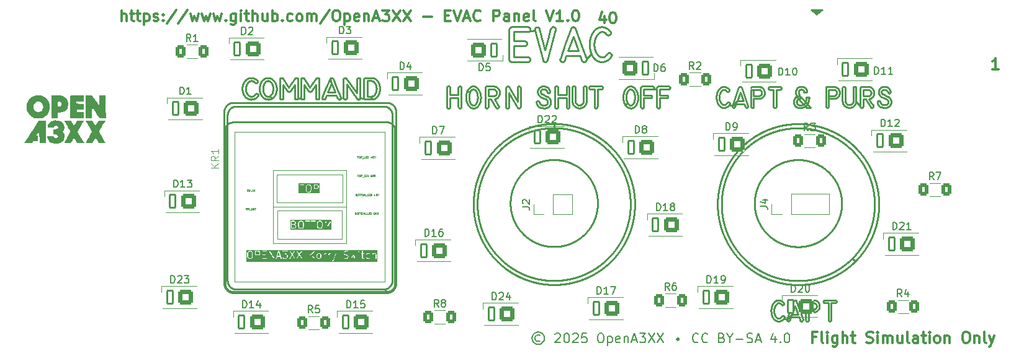
<source format=gbr>
%TF.GenerationSoftware,KiCad,Pcbnew,9.0.2*%
%TF.CreationDate,2025-06-30T21:03:26+02:00*%
%TF.ProjectId,evac,65766163-2e6b-4696-9361-645f70636258,rev?*%
%TF.SameCoordinates,Original*%
%TF.FileFunction,Legend,Top*%
%TF.FilePolarity,Positive*%
%FSLAX46Y46*%
G04 Gerber Fmt 4.6, Leading zero omitted, Abs format (unit mm)*
G04 Created by KiCad (PCBNEW 9.0.2) date 2025-06-30 21:03:26*
%MOMM*%
%LPD*%
G01*
G04 APERTURE LIST*
G04 Aperture macros list*
%AMRoundRect*
0 Rectangle with rounded corners*
0 $1 Rounding radius*
0 $2 $3 $4 $5 $6 $7 $8 $9 X,Y pos of 4 corners*
0 Add a 4 corners polygon primitive as box body*
4,1,4,$2,$3,$4,$5,$6,$7,$8,$9,$2,$3,0*
0 Add four circle primitives for the rounded corners*
1,1,$1+$1,$2,$3*
1,1,$1+$1,$4,$5*
1,1,$1+$1,$6,$7*
1,1,$1+$1,$8,$9*
0 Add four rect primitives between the rounded corners*
20,1,$1+$1,$2,$3,$4,$5,0*
20,1,$1+$1,$4,$5,$6,$7,0*
20,1,$1+$1,$6,$7,$8,$9,0*
20,1,$1+$1,$8,$9,$2,$3,0*%
G04 Aperture macros list end*
%ADD10C,0.300000*%
%ADD11C,0.280000*%
%ADD12C,0.200000*%
%ADD13C,0.158750*%
%ADD14C,0.150000*%
%ADD15C,0.100000*%
%ADD16C,0.062500*%
%ADD17C,0.120000*%
%ADD18C,0.000000*%
%ADD19R,3.000000X3.000000*%
%ADD20C,3.000000*%
%ADD21R,1.700000X1.700000*%
%ADD22C,1.700000*%
%ADD23RoundRect,0.165000X-0.385000X-0.885000X0.385000X-0.885000X0.385000X0.885000X-0.385000X0.885000X0*%
%ADD24RoundRect,0.315000X-0.735000X-0.735000X0.735000X-0.735000X0.735000X0.735000X-0.735000X0.735000X0*%
%ADD25RoundRect,0.165000X0.385000X0.885000X-0.385000X0.885000X-0.385000X-0.885000X0.385000X-0.885000X0*%
%ADD26RoundRect,0.315000X0.735000X0.735000X-0.735000X0.735000X-0.735000X-0.735000X0.735000X-0.735000X0*%
%ADD27RoundRect,0.250000X-0.400000X-0.625000X0.400000X-0.625000X0.400000X0.625000X-0.400000X0.625000X0*%
%ADD28R,1.500000X1.500000*%
G04 APERTURE END LIST*
D10*
X162922368Y-80025828D02*
X162922368Y-81025828D01*
X162565225Y-79454400D02*
X162208082Y-80525828D01*
X162208082Y-80525828D02*
X163136653Y-80525828D01*
X163993796Y-79525828D02*
X164136653Y-79525828D01*
X164136653Y-79525828D02*
X164279510Y-79597257D01*
X164279510Y-79597257D02*
X164350939Y-79668685D01*
X164350939Y-79668685D02*
X164422367Y-79811542D01*
X164422367Y-79811542D02*
X164493796Y-80097257D01*
X164493796Y-80097257D02*
X164493796Y-80454400D01*
X164493796Y-80454400D02*
X164422367Y-80740114D01*
X164422367Y-80740114D02*
X164350939Y-80882971D01*
X164350939Y-80882971D02*
X164279510Y-80954400D01*
X164279510Y-80954400D02*
X164136653Y-81025828D01*
X164136653Y-81025828D02*
X163993796Y-81025828D01*
X163993796Y-81025828D02*
X163850939Y-80954400D01*
X163850939Y-80954400D02*
X163779510Y-80882971D01*
X163779510Y-80882971D02*
X163708081Y-80740114D01*
X163708081Y-80740114D02*
X163636653Y-80454400D01*
X163636653Y-80454400D02*
X163636653Y-80097257D01*
X163636653Y-80097257D02*
X163708081Y-79811542D01*
X163708081Y-79811542D02*
X163779510Y-79668685D01*
X163779510Y-79668685D02*
X163850939Y-79597257D01*
X163850939Y-79597257D02*
X163993796Y-79525828D01*
X216715225Y-87300828D02*
X215858082Y-87300828D01*
X216286653Y-87300828D02*
X216286653Y-85800828D01*
X216286653Y-85800828D02*
X216143796Y-86015114D01*
X216143796Y-86015114D02*
X216000939Y-86157971D01*
X216000939Y-86157971D02*
X215858082Y-86229400D01*
D11*
X131151800Y-91028824D02*
X131158460Y-91028107D01*
X119093626Y-91237617D02*
X119093251Y-91240356D01*
X119092859Y-91243076D01*
X119092452Y-91245762D01*
X119092027Y-91248428D01*
X119091587Y-91251061D01*
X119091130Y-91253675D01*
X119090659Y-91256256D01*
X119090170Y-91258818D01*
X119089668Y-91261348D01*
X119089148Y-91263860D01*
X119088615Y-91266339D01*
X119088065Y-91268801D01*
X119087501Y-91271232D01*
X119086921Y-91273645D01*
X119086328Y-91276027D01*
X119085719Y-91278392D01*
X119085096Y-91280728D01*
X119084457Y-91283045D01*
X119083806Y-91285334D01*
X119083139Y-91287606D01*
X119082459Y-91289849D01*
X119081763Y-91292075D01*
X119081056Y-91294273D01*
X119080332Y-91296454D01*
X119079597Y-91298609D01*
X119078845Y-91300746D01*
X119078082Y-91302858D01*
X119077304Y-91304952D01*
X119076514Y-91307021D01*
X119075709Y-91309074D01*
X119074892Y-91311101D01*
X119074060Y-91313112D01*
X119073217Y-91315098D01*
X119072358Y-91317069D01*
X119071489Y-91319015D01*
X119070604Y-91320946D01*
X119069708Y-91322853D01*
X119068798Y-91324744D01*
X119067876Y-91326613D01*
X119066940Y-91328465D01*
X119065992Y-91330296D01*
X119065030Y-91332111D01*
X119064057Y-91333904D01*
X119063069Y-91335682D01*
X119062071Y-91337438D01*
X119061058Y-91339180D01*
X119060033Y-91340900D01*
X119058995Y-91342606D01*
X119057945Y-91344291D01*
X119056882Y-91345961D01*
X119055807Y-91347612D01*
X119054718Y-91349248D01*
X119053617Y-91350864D01*
X119052503Y-91352465D01*
X119051377Y-91354048D01*
X119050237Y-91355616D01*
X119049086Y-91357166D01*
X119047921Y-91358701D01*
X119046744Y-91360218D01*
X119045553Y-91361720D01*
X119044351Y-91363205D01*
X119043135Y-91364676D01*
X119041906Y-91366129D01*
X119040664Y-91367568D01*
X119039410Y-91368990D01*
X119038142Y-91370398D01*
X119036861Y-91371789D01*
X119035567Y-91373166D01*
X119034261Y-91374527D01*
X119032940Y-91375874D01*
X119031607Y-91377205D01*
X119030259Y-91378521D01*
X119028899Y-91379823D01*
X119027525Y-91381110D01*
X119024737Y-91383639D01*
X119021893Y-91386110D01*
X119018994Y-91388524D01*
X119016038Y-91390881D01*
X119013025Y-91393180D01*
X119009955Y-91395423D01*
X119006825Y-91397611D01*
X119003636Y-91399742D01*
X119000386Y-91401817D01*
X118997074Y-91403837D01*
X118993699Y-91405801D01*
X118990261Y-91407710D01*
X118986758Y-91409564D01*
X118983188Y-91411361D01*
X118979551Y-91413103D01*
X118975846Y-91414789D01*
X118972071Y-91416418D01*
X118968224Y-91417991D01*
X118964306Y-91419507D01*
X118960313Y-91420966D01*
X118956246Y-91422366D01*
X118952101Y-91423709D01*
X118947879Y-91424992D01*
X118943577Y-91426216D01*
X118939194Y-91427379D01*
X118934728Y-91428481D01*
X118930178Y-91429522D01*
X118925542Y-91430500D01*
X118920819Y-91431414D01*
X118916007Y-91432264D01*
X118911104Y-91433048D01*
X118906109Y-91433766D01*
X118901020Y-91434417D01*
X118895835Y-91434999D01*
X118890552Y-91435511D01*
X118885170Y-91435952D01*
X118879687Y-91436321D01*
X118874101Y-91436616D01*
X118868410Y-91436837D01*
X118862613Y-91436981D01*
X118856707Y-91437048D01*
X118853094Y-91437050D01*
X131106863Y-91033142D02*
X131112684Y-91032425D01*
X197873831Y-92536781D02*
X197872126Y-92535474D01*
X197870440Y-92534156D01*
X197868781Y-92532833D01*
X197867141Y-92531500D01*
X197865526Y-92530162D01*
X197863930Y-92528814D01*
X197862360Y-92527461D01*
X197860808Y-92526098D01*
X197859281Y-92524729D01*
X197857773Y-92523351D01*
X197856289Y-92521967D01*
X197854823Y-92520573D01*
X197853381Y-92519174D01*
X197851957Y-92517765D01*
X197850556Y-92516351D01*
X197849173Y-92514926D01*
X197847813Y-92513496D01*
X197846471Y-92512056D01*
X197845151Y-92510610D01*
X197843850Y-92509155D01*
X197842569Y-92507693D01*
X197841307Y-92506222D01*
X197840065Y-92504744D01*
X197838842Y-92503257D01*
X197837639Y-92501763D01*
X197836455Y-92500259D01*
X197835290Y-92498749D01*
X197834143Y-92497229D01*
X197833016Y-92495702D01*
X197831907Y-92494166D01*
X197830817Y-92492622D01*
X197829745Y-92491069D01*
X197828692Y-92489508D01*
X197827656Y-92487938D01*
X197826640Y-92486359D01*
X197825641Y-92484772D01*
X197824660Y-92483175D01*
X197823697Y-92481570D01*
X197822753Y-92479956D01*
X197821826Y-92478332D01*
X197820917Y-92476700D01*
X197820025Y-92475058D01*
X197818295Y-92471746D01*
X197816636Y-92468395D01*
X197815046Y-92465006D01*
X197813526Y-92461576D01*
X197812075Y-92458106D01*
X197810694Y-92454594D01*
X197809382Y-92451040D01*
X197808140Y-92447442D01*
X197806966Y-92443799D01*
X197805862Y-92440111D01*
X197804828Y-92436377D01*
X197803864Y-92432595D01*
X197802970Y-92428764D01*
X197802147Y-92424883D01*
X197801394Y-92420951D01*
X197800714Y-92416968D01*
X197800105Y-92412931D01*
X197799570Y-92408839D01*
X197799107Y-92404692D01*
X197798720Y-92400488D01*
X197798407Y-92396226D01*
X197798171Y-92391905D01*
X197798011Y-92387523D01*
X197797929Y-92383079D01*
X197797918Y-92380684D01*
X111172014Y-95593803D02*
X111172054Y-95584600D01*
X111172174Y-95575408D01*
X111172373Y-95566226D01*
X111172652Y-95557056D01*
X111173011Y-95547898D01*
X111173449Y-95538751D01*
X111173967Y-95529617D01*
X111174564Y-95520495D01*
X111175240Y-95511387D01*
X111175995Y-95502292D01*
X111176829Y-95493210D01*
X111177743Y-95484143D01*
X111178734Y-95475090D01*
X111179805Y-95466053D01*
X111180955Y-95457030D01*
X111182182Y-95448024D01*
X111183489Y-95439033D01*
X111184873Y-95430059D01*
X111186336Y-95421102D01*
X111187877Y-95412163D01*
X111189496Y-95403241D01*
X111191193Y-95394338D01*
X111192967Y-95385454D01*
X111194820Y-95376588D01*
X111196749Y-95367743D01*
X111198757Y-95358917D01*
X111200841Y-95350112D01*
X111203003Y-95341329D01*
X111205241Y-95332566D01*
X111207557Y-95323826D01*
X111209949Y-95315108D01*
X111212417Y-95306414D01*
X111214962Y-95297742D01*
X111217584Y-95289095D01*
X111220281Y-95280473D01*
X111223054Y-95271875D01*
X111225903Y-95263303D01*
X111228828Y-95254757D01*
X111231828Y-95246238D01*
X111234903Y-95237746D01*
X111238053Y-95229281D01*
X111241277Y-95220845D01*
X111244577Y-95212438D01*
X111247950Y-95204060D01*
X111251398Y-95195712D01*
X111254920Y-95187394D01*
X111258515Y-95179108D01*
X111262184Y-95170853D01*
X111265926Y-95162630D01*
X111269741Y-95154440D01*
X111273628Y-95146284D01*
X111277588Y-95138161D01*
X111281620Y-95130073D01*
X111285724Y-95122020D01*
X111289899Y-95114003D01*
X111294146Y-95106022D01*
X111298463Y-95098078D01*
X111302851Y-95090171D01*
X111307310Y-95082303D01*
X111311838Y-95074473D01*
X111316436Y-95066682D01*
X111321103Y-95058932D01*
X111325840Y-95051222D01*
X111330644Y-95043553D01*
X111335517Y-95035926D01*
X111340458Y-95028341D01*
X111345466Y-95020799D01*
X111350542Y-95013301D01*
X111355684Y-95005847D01*
X111360892Y-94998438D01*
X111366166Y-94991074D01*
X111371505Y-94983756D01*
X111376910Y-94976485D01*
X111382379Y-94969261D01*
X111387912Y-94962084D01*
X111393509Y-94954956D01*
X111399169Y-94947878D01*
X111404892Y-94940848D01*
X111410677Y-94933869D01*
X111416524Y-94926941D01*
X111422432Y-94920064D01*
X111428401Y-94913239D01*
X111434430Y-94906466D01*
X111440519Y-94899747D01*
X111446668Y-94893081D01*
X111452875Y-94886470D01*
X111459140Y-94879913D01*
X111465464Y-94873412D01*
X111471844Y-94866967D01*
X111475056Y-94863765D01*
X111478281Y-94860578D01*
X111481521Y-94857405D01*
X111484774Y-94854246D01*
X111488042Y-94851102D01*
X111491323Y-94847972D01*
X111494618Y-94844857D01*
X111497927Y-94841756D01*
X111501249Y-94838670D01*
X111504585Y-94835598D01*
X111507934Y-94832542D01*
X111511297Y-94829500D01*
X111514673Y-94826473D01*
X111518062Y-94823461D01*
X111521465Y-94820464D01*
X111524881Y-94817483D01*
X111528309Y-94814516D01*
X111531751Y-94811565D01*
X111535205Y-94808629D01*
X111538673Y-94805708D01*
X111542153Y-94802803D01*
X111545646Y-94799913D01*
X111549151Y-94797039D01*
X111552669Y-94794180D01*
X111556199Y-94791337D01*
X111559742Y-94788510D01*
X111563297Y-94785699D01*
X111566864Y-94782903D01*
X111570443Y-94780123D01*
X111574035Y-94777359D01*
X111577638Y-94774611D01*
X111581254Y-94771879D01*
X111584881Y-94769164D01*
X111588521Y-94766464D01*
X111592171Y-94763781D01*
X111595834Y-94761114D01*
X111599508Y-94758464D01*
X111603193Y-94755829D01*
X111606890Y-94753212D01*
X111610598Y-94750610D01*
X111614317Y-94748026D01*
X111618049Y-94745457D01*
X111621790Y-94742906D01*
X111625543Y-94740371D01*
X111629306Y-94737853D01*
X111633081Y-94735351D01*
X111636866Y-94732867D01*
X111640663Y-94730400D01*
X111644469Y-94727949D01*
X111648287Y-94725515D01*
X111652114Y-94723099D01*
X111655953Y-94720699D01*
X111659801Y-94718317D01*
X111663660Y-94715952D01*
X111667529Y-94713604D01*
X111671408Y-94711273D01*
X111675297Y-94708960D01*
X111679197Y-94706664D01*
X111683105Y-94704386D01*
X111687024Y-94702124D01*
X111690952Y-94699881D01*
X111694891Y-94697655D01*
X111698838Y-94695447D01*
X111702796Y-94693255D01*
X111706762Y-94691082D01*
X111710739Y-94688927D01*
X111714724Y-94686789D01*
X111718719Y-94684669D01*
X111722722Y-94682567D01*
X111726735Y-94680482D01*
X111730756Y-94678416D01*
X111734788Y-94676367D01*
X111738826Y-94674337D01*
X111742875Y-94672324D01*
X111746931Y-94670330D01*
X111750998Y-94668353D01*
X111755071Y-94666395D01*
X111759154Y-94664454D01*
X111763244Y-94662532D01*
X111767344Y-94660628D01*
X111771451Y-94658743D01*
X111775567Y-94656875D01*
X111779690Y-94655026D01*
X111783823Y-94653195D01*
X111787961Y-94651383D01*
X111792110Y-94649589D01*
X111796264Y-94647814D01*
X111800428Y-94646056D01*
X111804598Y-94644318D01*
X111808778Y-94642598D01*
X111812963Y-94640897D01*
X111817157Y-94639213D01*
X111821357Y-94637549D01*
X111825566Y-94635903D01*
X111829780Y-94634277D01*
X111834003Y-94632668D01*
X111838232Y-94631079D01*
X111842470Y-94629508D01*
X111846712Y-94627956D01*
X111850964Y-94626422D01*
X111855220Y-94624908D01*
X111859485Y-94623412D01*
X111863755Y-94621935D01*
X111868033Y-94620477D01*
X111872316Y-94619039D01*
X111876608Y-94617618D01*
X111880904Y-94616217D01*
X111885208Y-94614835D01*
X111889516Y-94613472D01*
X111893833Y-94612128D01*
X111898154Y-94610803D01*
X111902483Y-94609497D01*
X111906816Y-94608210D01*
X111911157Y-94606942D01*
X111915502Y-94605694D01*
X111919855Y-94604464D01*
X111924212Y-94603254D01*
X111928576Y-94602062D01*
X111932944Y-94600891D01*
X111937320Y-94599738D01*
X111941699Y-94598605D01*
X111946086Y-94597490D01*
X111950476Y-94596395D01*
X111954873Y-94595320D01*
X111959274Y-94594264D01*
X111963682Y-94593226D01*
X111968093Y-94592209D01*
X111972511Y-94591210D01*
X111976932Y-94590232D01*
X111981360Y-94589272D01*
X111985791Y-94588332D01*
X111990230Y-94587412D01*
X111994670Y-94586511D01*
X111999118Y-94585629D01*
X112003568Y-94584767D01*
X112008025Y-94583924D01*
X112012485Y-94583101D01*
X112016951Y-94582297D01*
X112021420Y-94581513D01*
X112025895Y-94580748D01*
X112030372Y-94580003D01*
X112034856Y-94579278D01*
X112039342Y-94578572D01*
X112043834Y-94577885D01*
X112048329Y-94577219D01*
X112052829Y-94576572D01*
X112057332Y-94575945D01*
X112061840Y-94575337D01*
X112066351Y-94574749D01*
X112070867Y-94574180D01*
X112075385Y-94573632D01*
X112079910Y-94573103D01*
X112084435Y-94572594D01*
X112088967Y-94572104D01*
X112093500Y-94571634D01*
X112098039Y-94571184D01*
X112102579Y-94570754D01*
X112107125Y-94570344D01*
X112111672Y-94569953D01*
X112116225Y-94569582D01*
X112120779Y-94569231D01*
X112125338Y-94568900D01*
X112129898Y-94568589D01*
X112134464Y-94568297D01*
X112139031Y-94568026D01*
X112143604Y-94567774D01*
X112148177Y-94567542D01*
X112152755Y-94567330D01*
X112157334Y-94567138D01*
X112161918Y-94566966D01*
X112166503Y-94566814D01*
X112171093Y-94566681D01*
X112175684Y-94566569D01*
X112180279Y-94566477D01*
X112184875Y-94566404D01*
X112189476Y-94566352D01*
X112194078Y-94566320D01*
X112198684Y-94566307D01*
X112199232Y-94566307D01*
X156363836Y-89639984D02*
X156366350Y-89640045D01*
X156368848Y-89640126D01*
X156371314Y-89640226D01*
X156373765Y-89640345D01*
X156376184Y-89640483D01*
X156378588Y-89640640D01*
X156380962Y-89640815D01*
X156383321Y-89641009D01*
X156385650Y-89641221D01*
X156387964Y-89641452D01*
X156390249Y-89641699D01*
X156392519Y-89641966D01*
X156394761Y-89642249D01*
X156396988Y-89642550D01*
X156399188Y-89642868D01*
X156401373Y-89643204D01*
X156403532Y-89643556D01*
X156405676Y-89643926D01*
X156407794Y-89644312D01*
X156409897Y-89644716D01*
X156411975Y-89645135D01*
X156414039Y-89645572D01*
X156416078Y-89646024D01*
X156418103Y-89646494D01*
X156420105Y-89646978D01*
X156422092Y-89647480D01*
X156424055Y-89647996D01*
X156426005Y-89648529D01*
X156427933Y-89649077D01*
X156429846Y-89649642D01*
X156431737Y-89650222D01*
X156433615Y-89650818D01*
X156435471Y-89651428D01*
X156437314Y-89652055D01*
X156439136Y-89652695D01*
X156440945Y-89653353D01*
X156442733Y-89654024D01*
X156444508Y-89654712D01*
X156446263Y-89655413D01*
X156448005Y-89656131D01*
X156449728Y-89656863D01*
X156451438Y-89657611D01*
X156453129Y-89658372D01*
X156454807Y-89659150D01*
X156456468Y-89659941D01*
X156458115Y-89660748D01*
X156459745Y-89661570D01*
X156461362Y-89662406D01*
X156462962Y-89663257D01*
X156464549Y-89664124D01*
X156466120Y-89665004D01*
X156467678Y-89665900D01*
X156469220Y-89666810D01*
X156470749Y-89667736D01*
X156472263Y-89668676D01*
X156473764Y-89669632D01*
X156475250Y-89670601D01*
X156476723Y-89671587D01*
X156478182Y-89672586D01*
X156479629Y-89673601D01*
X156481061Y-89674631D01*
X156482480Y-89675677D01*
X156483886Y-89676737D01*
X156485279Y-89677812D01*
X156486659Y-89678903D01*
X156488026Y-89680009D01*
X156490723Y-89682267D01*
X156493368Y-89684588D01*
X156495964Y-89686971D01*
X156498511Y-89689418D01*
X156501009Y-89691929D01*
X156503459Y-89694505D01*
X156505862Y-89697147D01*
X156508217Y-89699856D01*
X156510525Y-89702634D01*
X156512786Y-89705480D01*
X156515000Y-89708396D01*
X156517168Y-89711384D01*
X156519290Y-89714444D01*
X156521366Y-89717578D01*
X156523395Y-89720787D01*
X156525378Y-89724072D01*
X156527314Y-89727436D01*
X156529203Y-89730879D01*
X156531045Y-89734402D01*
X156532840Y-89738009D01*
X156534587Y-89741699D01*
X156536286Y-89745475D01*
X156537937Y-89749338D01*
X156539538Y-89753291D01*
X156541089Y-89757334D01*
X156542590Y-89761470D01*
X156544040Y-89765700D01*
X156545439Y-89770026D01*
X156546784Y-89774451D01*
X156548076Y-89778976D01*
X156549314Y-89783603D01*
X156550497Y-89788334D01*
X156551624Y-89793171D01*
X156552693Y-89798116D01*
X156553704Y-89803172D01*
X156554656Y-89808339D01*
X156555547Y-89813622D01*
X156556376Y-89819021D01*
X156557143Y-89824538D01*
X156557845Y-89830177D01*
X156558481Y-89835939D01*
X156559051Y-89841827D01*
X156559522Y-89847443D01*
X149465780Y-89850372D02*
X149466177Y-89847637D01*
X149466592Y-89844919D01*
X149467023Y-89842232D01*
X149467471Y-89839561D01*
X149467935Y-89836920D01*
X149468416Y-89834295D01*
X149468911Y-89831700D01*
X149469425Y-89829121D01*
X149469953Y-89826571D01*
X149470498Y-89824037D01*
X149471057Y-89821531D01*
X149471633Y-89819042D01*
X149472224Y-89816579D01*
X149472831Y-89814133D01*
X149473453Y-89811713D01*
X149474091Y-89809309D01*
X149474742Y-89806932D01*
X149475411Y-89804570D01*
X149476092Y-89802233D01*
X149476790Y-89799913D01*
X149477502Y-89797617D01*
X149478229Y-89795336D01*
X149478970Y-89793081D01*
X149479727Y-89790840D01*
X149480497Y-89788623D01*
X149481283Y-89786422D01*
X149482082Y-89784243D01*
X149482896Y-89782080D01*
X149483724Y-89779940D01*
X149484567Y-89777814D01*
X149485423Y-89775711D01*
X149486294Y-89773623D01*
X149487178Y-89771556D01*
X149488077Y-89769504D01*
X149488989Y-89767474D01*
X149489917Y-89765458D01*
X149490857Y-89763462D01*
X149491812Y-89761481D01*
X149492780Y-89759521D01*
X149493763Y-89757575D01*
X149494758Y-89755648D01*
X149495768Y-89753736D01*
X149496791Y-89751843D01*
X149497829Y-89749965D01*
X149498880Y-89748105D01*
X149499945Y-89746259D01*
X149501023Y-89744432D01*
X149502116Y-89742619D01*
X149503221Y-89740823D01*
X149504341Y-89739042D01*
X149505474Y-89737278D01*
X149506622Y-89735529D01*
X149507782Y-89733796D01*
X149508958Y-89732077D01*
X149510146Y-89730375D01*
X149511348Y-89728687D01*
X149512564Y-89727015D01*
X149513795Y-89725356D01*
X149515038Y-89723714D01*
X149516296Y-89722085D01*
X149517568Y-89720472D01*
X149518854Y-89718873D01*
X149520154Y-89717289D01*
X149521468Y-89715719D01*
X149522796Y-89714163D01*
X149524138Y-89712621D01*
X149525495Y-89711094D01*
X149526866Y-89709580D01*
X149528251Y-89708081D01*
X149529651Y-89706595D01*
X149532493Y-89703665D01*
X149535395Y-89700790D01*
X149538355Y-89697968D01*
X149541375Y-89695201D01*
X149544456Y-89692486D01*
X149547597Y-89689824D01*
X149550801Y-89687215D01*
X149554067Y-89684658D01*
X149557397Y-89682153D01*
X149560791Y-89679699D01*
X149564251Y-89677297D01*
X149567777Y-89674947D01*
X149571371Y-89672648D01*
X149575032Y-89670400D01*
X149578763Y-89668203D01*
X149582565Y-89666058D01*
X149586439Y-89663965D01*
X149590385Y-89661923D01*
X149594405Y-89659933D01*
X149598501Y-89657995D01*
X149602673Y-89656110D01*
X149606923Y-89654277D01*
X149611253Y-89652498D01*
X149615662Y-89650772D01*
X149619024Y-89649513D01*
X166868330Y-90343727D02*
X166866462Y-90340319D01*
X166864581Y-90336931D01*
X166862694Y-90333572D01*
X166860795Y-90330231D01*
X166858889Y-90326920D01*
X166856970Y-90323627D01*
X166855045Y-90320362D01*
X166853108Y-90317117D01*
X166851164Y-90313899D01*
X166849208Y-90310700D01*
X166847245Y-90307528D01*
X166845271Y-90304375D01*
X166843289Y-90301249D01*
X166841296Y-90298142D01*
X166839296Y-90295061D01*
X166837285Y-90291999D01*
X166835266Y-90288963D01*
X166833236Y-90285946D01*
X166831199Y-90282954D01*
X166829150Y-90279981D01*
X166827095Y-90277033D01*
X166825028Y-90274104D01*
X166822954Y-90271200D01*
X166820869Y-90268314D01*
X166818777Y-90265452D01*
X166816673Y-90262609D01*
X166814563Y-90259790D01*
X166812441Y-90256990D01*
X166810312Y-90254213D01*
X166808172Y-90251455D01*
X166806025Y-90248720D01*
X166803866Y-90246003D01*
X166801701Y-90243310D01*
X166799524Y-90240634D01*
X166797341Y-90237981D01*
X166795146Y-90235347D01*
X166792943Y-90232735D01*
X166790730Y-90230140D01*
X166788510Y-90227569D01*
X166786278Y-90225015D01*
X166784039Y-90222483D01*
X166781789Y-90219968D01*
X166779532Y-90217476D01*
X166777263Y-90215001D01*
X166774988Y-90212547D01*
X166772701Y-90210111D01*
X166770406Y-90207697D01*
X166768101Y-90205299D01*
X166765788Y-90202923D01*
X166763464Y-90200564D01*
X166761132Y-90198226D01*
X166758790Y-90195905D01*
X166756439Y-90193605D01*
X166754078Y-90191322D01*
X166751709Y-90189059D01*
X166749328Y-90186813D01*
X166746940Y-90184587D01*
X166744541Y-90182379D01*
X166742134Y-90180190D01*
X166739716Y-90178018D01*
X166737289Y-90175866D01*
X166734852Y-90173731D01*
X166732406Y-90171615D01*
X166729950Y-90169516D01*
X166727485Y-90167436D01*
X166725009Y-90165373D01*
X166722524Y-90163329D01*
X166720029Y-90161302D01*
X166717525Y-90159294D01*
X166715009Y-90157302D01*
X166712485Y-90155329D01*
X166709950Y-90153373D01*
X166707406Y-90151435D01*
X166704852Y-90149514D01*
X166702287Y-90147611D01*
X166699712Y-90145725D01*
X166697128Y-90143857D01*
X166694533Y-90142005D01*
X166691928Y-90140171D01*
X166689312Y-90138355D01*
X166686686Y-90136555D01*
X166684050Y-90134773D01*
X166681403Y-90133007D01*
X166678746Y-90131259D01*
X166676078Y-90129528D01*
X166673400Y-90127814D01*
X166668012Y-90124436D01*
X166662580Y-90121126D01*
X166657106Y-90117883D01*
X166651587Y-90114707D01*
X166646024Y-90111597D01*
X166640416Y-90108555D01*
X166634763Y-90105579D01*
X166629065Y-90102669D01*
X166623320Y-90099826D01*
X166617528Y-90097048D01*
X166611689Y-90094337D01*
X166605802Y-90091692D01*
X166599866Y-90089113D01*
X166593882Y-90086599D01*
X166587848Y-90084152D01*
X166581763Y-90081771D01*
X166575628Y-90079455D01*
X166569442Y-90077206D01*
X166563203Y-90075023D01*
X166556912Y-90072907D01*
X166550567Y-90070857D01*
X166544168Y-90068873D01*
X166537715Y-90066957D01*
X166531206Y-90065108D01*
X166528745Y-90064430D01*
X148257833Y-92636024D02*
X148255630Y-92635619D01*
X148253442Y-92635196D01*
X148251279Y-92634758D01*
X148249130Y-92634302D01*
X148247006Y-92633831D01*
X148244896Y-92633343D01*
X148242810Y-92632839D01*
X148240738Y-92632319D01*
X148238690Y-92631783D01*
X148236655Y-92631231D01*
X148234644Y-92630664D01*
X148232646Y-92630080D01*
X148230670Y-92629482D01*
X148228709Y-92628867D01*
X148226768Y-92628237D01*
X148224842Y-92627592D01*
X148222936Y-92626932D01*
X148221044Y-92626255D01*
X148219172Y-92625565D01*
X148217314Y-92624858D01*
X148215476Y-92624137D01*
X148213650Y-92623401D01*
X148211845Y-92622650D01*
X148210052Y-92621883D01*
X148208278Y-92621102D01*
X148206518Y-92620306D01*
X148204775Y-92619495D01*
X148203046Y-92618669D01*
X148201334Y-92617829D01*
X148199636Y-92616973D01*
X148197954Y-92616103D01*
X148196286Y-92615217D01*
X148194634Y-92614318D01*
X148192995Y-92613403D01*
X148191372Y-92612473D01*
X148189762Y-92611529D01*
X148188168Y-92610570D01*
X148186587Y-92609596D01*
X148185021Y-92608607D01*
X148183468Y-92607603D01*
X148181929Y-92606585D01*
X148180403Y-92605551D01*
X148178892Y-92604503D01*
X148177394Y-92603439D01*
X148175909Y-92602361D01*
X148174437Y-92601267D01*
X148172979Y-92600158D01*
X148171534Y-92599034D01*
X148170101Y-92597895D01*
X148168682Y-92596740D01*
X148165881Y-92594385D01*
X148163130Y-92591967D01*
X148160430Y-92589487D01*
X148157779Y-92586944D01*
X148155176Y-92584336D01*
X148152622Y-92581663D01*
X148150116Y-92578925D01*
X148147657Y-92576119D01*
X148145245Y-92573247D01*
X148142881Y-92570305D01*
X148140563Y-92567294D01*
X148138291Y-92564212D01*
X148136066Y-92561058D01*
X148133888Y-92557831D01*
X148131756Y-92554529D01*
X148129670Y-92551152D01*
X148127631Y-92547697D01*
X148126173Y-92545128D01*
X144142889Y-90391373D02*
X144616277Y-90345924D01*
X189465894Y-90971130D02*
X189630552Y-91308273D01*
X131774351Y-89662308D02*
X131769361Y-89634949D01*
X117558885Y-90638596D02*
X117562428Y-90631861D01*
X117565937Y-90625017D01*
X117569413Y-90618063D01*
X117572855Y-90610998D01*
X117576263Y-90603819D01*
X117579636Y-90596527D01*
X117582975Y-90589119D01*
X117586278Y-90581594D01*
X117589545Y-90573952D01*
X117592777Y-90566189D01*
X117595972Y-90558306D01*
X117599130Y-90550300D01*
X117602250Y-90542170D01*
X117605333Y-90533916D01*
X117608378Y-90525534D01*
X117611384Y-90517024D01*
X117614351Y-90508385D01*
X117617277Y-90499615D01*
X117620164Y-90490712D01*
X117623010Y-90481675D01*
X117625815Y-90472502D01*
X117628577Y-90463192D01*
X117631298Y-90453744D01*
X117633975Y-90444155D01*
X117636608Y-90434424D01*
X117639198Y-90424550D01*
X117641742Y-90414531D01*
X117644241Y-90404365D01*
X117646694Y-90394050D01*
X117649101Y-90383586D01*
X117651459Y-90372971D01*
X117653770Y-90362202D01*
X117656032Y-90351278D01*
X117658245Y-90340198D01*
X117660407Y-90328959D01*
X117662518Y-90317561D01*
X117664578Y-90306000D01*
X117666586Y-90294277D01*
X117668540Y-90282388D01*
X117670441Y-90270332D01*
X117672287Y-90258108D01*
X117674078Y-90245714D01*
X117675812Y-90233147D01*
X117677490Y-90220406D01*
X117679110Y-90207490D01*
X117679567Y-90203728D01*
X167050993Y-105778862D02*
X167050953Y-105749171D01*
X167050833Y-105719482D01*
X167050633Y-105689794D01*
X167050353Y-105660108D01*
X167049993Y-105630424D01*
X167049553Y-105600742D01*
X167049034Y-105571063D01*
X167048434Y-105541386D01*
X167047754Y-105511712D01*
X167046995Y-105482040D01*
X167046155Y-105452372D01*
X167045236Y-105422707D01*
X167044236Y-105393046D01*
X167043157Y-105363388D01*
X167041998Y-105333734D01*
X167040759Y-105304084D01*
X167039440Y-105274439D01*
X167038041Y-105244797D01*
X167036562Y-105215161D01*
X167035004Y-105185529D01*
X167033366Y-105155902D01*
X167031647Y-105126280D01*
X167029849Y-105096663D01*
X167027972Y-105067052D01*
X167026014Y-105037447D01*
X167023977Y-105007847D01*
X167021860Y-104978254D01*
X167019663Y-104948667D01*
X167017387Y-104919086D01*
X167015030Y-104889512D01*
X167012594Y-104859945D01*
X167010079Y-104830385D01*
X167007484Y-104800833D01*
X167004809Y-104771287D01*
X167002054Y-104741749D01*
X166999220Y-104712220D01*
X166996306Y-104682698D01*
X166993313Y-104653184D01*
X166990240Y-104623679D01*
X166987088Y-104594182D01*
X166983856Y-104564694D01*
X166980545Y-104535215D01*
X166977154Y-104505746D01*
X166973684Y-104476285D01*
X166970134Y-104446835D01*
X166966505Y-104417394D01*
X166962797Y-104387963D01*
X166959009Y-104358542D01*
X166955142Y-104329132D01*
X166951196Y-104299732D01*
X166947171Y-104270343D01*
X166943066Y-104240965D01*
X166938882Y-104211598D01*
X166934619Y-104182243D01*
X166930277Y-104152899D01*
X166925855Y-104123567D01*
X166921355Y-104094246D01*
X166916775Y-104064938D01*
X166912117Y-104035643D01*
X166907379Y-104006360D01*
X166902563Y-103977090D01*
X166897667Y-103947833D01*
X166892693Y-103918589D01*
X166887640Y-103889358D01*
X166882508Y-103860141D01*
X166877297Y-103830938D01*
X166872008Y-103801749D01*
X166866639Y-103772574D01*
X166861192Y-103743414D01*
X166855667Y-103714268D01*
X166850063Y-103685137D01*
X166844380Y-103656021D01*
X166838619Y-103626920D01*
X166832779Y-103597835D01*
X166826861Y-103568765D01*
X166820864Y-103539711D01*
X166814789Y-103510674D01*
X166808636Y-103481652D01*
X166802405Y-103452647D01*
X166796095Y-103423659D01*
X166789707Y-103394688D01*
X166783241Y-103365734D01*
X166776697Y-103336797D01*
X166770074Y-103307877D01*
X166763374Y-103278976D01*
X166756596Y-103250092D01*
X166749740Y-103221226D01*
X166742806Y-103192379D01*
X166735794Y-103163551D01*
X166728705Y-103134741D01*
X166721538Y-103105950D01*
X166714293Y-103077178D01*
X166706970Y-103048426D01*
X166699570Y-103019693D01*
X166692093Y-102990980D01*
X166684538Y-102962287D01*
X166676905Y-102933615D01*
X166669196Y-102904962D01*
X166661409Y-102876331D01*
X166653545Y-102847720D01*
X166645603Y-102819131D01*
X166637585Y-102790562D01*
X166629489Y-102762015D01*
X166621317Y-102733490D01*
X166613067Y-102704987D01*
X166604741Y-102676506D01*
X166596338Y-102648047D01*
X166587858Y-102619611D01*
X166579301Y-102591197D01*
X166570668Y-102562807D01*
X166561958Y-102534439D01*
X166553172Y-102506095D01*
X166544309Y-102477775D01*
X166535370Y-102449478D01*
X166526355Y-102421205D01*
X166517263Y-102392957D01*
X166508095Y-102364733D01*
X166498851Y-102336534D01*
X166489531Y-102308359D01*
X166480135Y-102280210D01*
X166470663Y-102252085D01*
X166461116Y-102223987D01*
X166451492Y-102195914D01*
X166441793Y-102167866D01*
X166432018Y-102139845D01*
X166422168Y-102111851D01*
X166412242Y-102083882D01*
X166402241Y-102055941D01*
X166392164Y-102028026D01*
X166382013Y-102000139D01*
X166371786Y-101972279D01*
X166361484Y-101944446D01*
X166351107Y-101916641D01*
X166340654Y-101888864D01*
X166330128Y-101861116D01*
X166319526Y-101833396D01*
X166308849Y-101805704D01*
X166298098Y-101778041D01*
X166287273Y-101750407D01*
X166276373Y-101722802D01*
X166265398Y-101695227D01*
X166254349Y-101667682D01*
X166243226Y-101640166D01*
X166232029Y-101612680D01*
X166220758Y-101585225D01*
X166209413Y-101557800D01*
X166203713Y-101544099D01*
X166197994Y-101530405D01*
X166192257Y-101516720D01*
X166186501Y-101503042D01*
X166180727Y-101489372D01*
X166174934Y-101475709D01*
X166169123Y-101462055D01*
X166163294Y-101448408D01*
X166157446Y-101434769D01*
X166151580Y-101421138D01*
X166145696Y-101407516D01*
X166139793Y-101393900D01*
X166133872Y-101380293D01*
X166127932Y-101366694D01*
X166121975Y-101353103D01*
X166115998Y-101339520D01*
X166110004Y-101325945D01*
X166103991Y-101312379D01*
X166097960Y-101298820D01*
X166091911Y-101285269D01*
X166085844Y-101271727D01*
X166079758Y-101258193D01*
X166073654Y-101244667D01*
X166067532Y-101231149D01*
X166061391Y-101217640D01*
X166055233Y-101204138D01*
X166049056Y-101190646D01*
X166042861Y-101177161D01*
X166036648Y-101163685D01*
X166030417Y-101150217D01*
X166024167Y-101136758D01*
X166017900Y-101123307D01*
X166011614Y-101109865D01*
X166005310Y-101096431D01*
X165998988Y-101083006D01*
X165992648Y-101069589D01*
X165986291Y-101056181D01*
X165979914Y-101042781D01*
X165973520Y-101029390D01*
X165967108Y-101016008D01*
X165960678Y-101002635D01*
X165954230Y-100989269D01*
X165947764Y-100975913D01*
X165941280Y-100962566D01*
X165934778Y-100949227D01*
X165928257Y-100935897D01*
X165921719Y-100922576D01*
X165915163Y-100909264D01*
X165908590Y-100895961D01*
X165901998Y-100882666D01*
X165895388Y-100869381D01*
X165888760Y-100856104D01*
X165882115Y-100842837D01*
X165875452Y-100829578D01*
X165868771Y-100816329D01*
X165862071Y-100803088D01*
X165855355Y-100789857D01*
X165848620Y-100776634D01*
X165841868Y-100763421D01*
X165835097Y-100750217D01*
X165828309Y-100737022D01*
X165821503Y-100723836D01*
X165814680Y-100710660D01*
X165807839Y-100697493D01*
X165800980Y-100684335D01*
X165794103Y-100671186D01*
X165787209Y-100658047D01*
X165780296Y-100644916D01*
X165773367Y-100631796D01*
X165766419Y-100618685D01*
X165759454Y-100605583D01*
X165752472Y-100592490D01*
X165745471Y-100579407D01*
X165738453Y-100566334D01*
X165731418Y-100553270D01*
X165724365Y-100540215D01*
X165717294Y-100527171D01*
X165710206Y-100514135D01*
X165703100Y-100501110D01*
X165695977Y-100488093D01*
X165688836Y-100475087D01*
X165681677Y-100462090D01*
X165674502Y-100449103D01*
X165667308Y-100436126D01*
X165660098Y-100423159D01*
X165652869Y-100410201D01*
X165645624Y-100397253D01*
X165638360Y-100384314D01*
X165631080Y-100371386D01*
X165623782Y-100358468D01*
X165616467Y-100345559D01*
X165609134Y-100332660D01*
X165601784Y-100319772D01*
X165594417Y-100306893D01*
X165587032Y-100294024D01*
X165579630Y-100281165D01*
X165572211Y-100268317D01*
X165564774Y-100255478D01*
X165557320Y-100242650D01*
X165549849Y-100229831D01*
X165542361Y-100217023D01*
X165534855Y-100204224D01*
X165527332Y-100191436D01*
X165519792Y-100178658D01*
X165512235Y-100165891D01*
X165504660Y-100153133D01*
X165497069Y-100140386D01*
X165489460Y-100127649D01*
X165481834Y-100114923D01*
X165474191Y-100102207D01*
X165466531Y-100089501D01*
X165458854Y-100076805D01*
X165451160Y-100064121D01*
X165443448Y-100051446D01*
X165435720Y-100038782D01*
X165427974Y-100026128D01*
X165420212Y-100013485D01*
X165412432Y-100000852D01*
X165404636Y-99988230D01*
X165396822Y-99975618D01*
X165388992Y-99963017D01*
X165381144Y-99950427D01*
X165373280Y-99937847D01*
X165365398Y-99925278D01*
X165357500Y-99912720D01*
X165349585Y-99900172D01*
X165341653Y-99887635D01*
X165333704Y-99875108D01*
X165325739Y-99862593D01*
X165317756Y-99850088D01*
X165309757Y-99837595D01*
X165301740Y-99825111D01*
X165293707Y-99812639D01*
X165285657Y-99800178D01*
X165277591Y-99787727D01*
X165269507Y-99775288D01*
X165261408Y-99762859D01*
X165253291Y-99750441D01*
X165245157Y-99738035D01*
X165237007Y-99725639D01*
X165228840Y-99713255D01*
X165220656Y-99700881D01*
X165212456Y-99688519D01*
X165204239Y-99676167D01*
X165196006Y-99663827D01*
X165187756Y-99651498D01*
X165179489Y-99639181D01*
X165171206Y-99626873D01*
X165162906Y-99614578D01*
X165154589Y-99602294D01*
X165146257Y-99590021D01*
X165137907Y-99577759D01*
X165129541Y-99565509D01*
X165121158Y-99553269D01*
X165112760Y-99541042D01*
X165104344Y-99528825D01*
X165095912Y-99516620D01*
X165087464Y-99504426D01*
X165078999Y-99492244D01*
X165070518Y-99480073D01*
X165062021Y-99467914D01*
X165053506Y-99455766D01*
X165044976Y-99443630D01*
X165036429Y-99431505D01*
X165027867Y-99419392D01*
X165019287Y-99407290D01*
X165010692Y-99395200D01*
X165002080Y-99383121D01*
X164993452Y-99371055D01*
X164984807Y-99358999D01*
X164976147Y-99346956D01*
X164967470Y-99334924D01*
X164958777Y-99322904D01*
X164950068Y-99310895D01*
X164941342Y-99298899D01*
X164932600Y-99286914D01*
X164923843Y-99274941D01*
X164915069Y-99262979D01*
X164906279Y-99251030D01*
X164897473Y-99239092D01*
X164888651Y-99227167D01*
X164879812Y-99215253D01*
X164870958Y-99203352D01*
X164862087Y-99191461D01*
X164853201Y-99179584D01*
X164844299Y-99167718D01*
X164835381Y-99155864D01*
X164826446Y-99144022D01*
X164817496Y-99132193D01*
X164808529Y-99120374D01*
X164799547Y-99108569D01*
X164790549Y-99096775D01*
X164781535Y-99084994D01*
X164772504Y-99073224D01*
X164763459Y-99061468D01*
X164754397Y-99049722D01*
X164745320Y-99037990D01*
X164736226Y-99026269D01*
X164727117Y-99014561D01*
X164717991Y-99002865D01*
X164708851Y-98991182D01*
X164699694Y-98979510D01*
X164690522Y-98967851D01*
X164681334Y-98956204D01*
X164672130Y-98944570D01*
X164662910Y-98932948D01*
X164653675Y-98921339D01*
X164644424Y-98909741D01*
X164635158Y-98898157D01*
X164625875Y-98886584D01*
X164616578Y-98875025D01*
X164607264Y-98863477D01*
X164597935Y-98851943D01*
X164588590Y-98840420D01*
X164579231Y-98828911D01*
X164569854Y-98817413D01*
X164560464Y-98805930D01*
X164551056Y-98794457D01*
X164541634Y-98782999D01*
X164532196Y-98771551D01*
X164522743Y-98760118D01*
X164513274Y-98748696D01*
X164503790Y-98737288D01*
X164494290Y-98725892D01*
X164484776Y-98714510D01*
X164475245Y-98703139D01*
X164465699Y-98691782D01*
X164456138Y-98680437D01*
X164446562Y-98669106D01*
X164436969Y-98657786D01*
X164427362Y-98646481D01*
X164417739Y-98635187D01*
X164408102Y-98623907D01*
X164398448Y-98612639D01*
X164388781Y-98601385D01*
X164379097Y-98590143D01*
X164369398Y-98578915D01*
X164359684Y-98567699D01*
X164349955Y-98556497D01*
X164340210Y-98545307D01*
X164330451Y-98534131D01*
X164320676Y-98522967D01*
X164310886Y-98511817D01*
X164301081Y-98500679D01*
X164291261Y-98489556D01*
X164281426Y-98478444D01*
X164271576Y-98467347D01*
X164261710Y-98456262D01*
X164251830Y-98445191D01*
X164241934Y-98434132D01*
X164232024Y-98423088D01*
X164222098Y-98412055D01*
X164212159Y-98401037D01*
X164202203Y-98390031D01*
X164192233Y-98379040D01*
X164182247Y-98368061D01*
X164172248Y-98357096D01*
X164162232Y-98346143D01*
X164152203Y-98335205D01*
X164142157Y-98324280D01*
X164132098Y-98313368D01*
X164122023Y-98302469D01*
X164111935Y-98291585D01*
X164101830Y-98280713D01*
X164091712Y-98269855D01*
X164081577Y-98259010D01*
X164071429Y-98248180D01*
X164061266Y-98237362D01*
X164051088Y-98226558D01*
X164040895Y-98215767D01*
X164030688Y-98204991D01*
X164020466Y-98194227D01*
X164010230Y-98183478D01*
X163999978Y-98172741D01*
X163989712Y-98162019D01*
X163979431Y-98151310D01*
X163969137Y-98140616D01*
X163958826Y-98129934D01*
X163948503Y-98119266D01*
X163938163Y-98108612D01*
X163927810Y-98097972D01*
X163917442Y-98087345D01*
X163907060Y-98076733D01*
X163896662Y-98066133D01*
X163886251Y-98055549D01*
X163875825Y-98044977D01*
X163865385Y-98034420D01*
X163854930Y-98023876D01*
X163844461Y-98013347D01*
X163833977Y-98002830D01*
X163827276Y-97996124D01*
X159782644Y-92141937D02*
X159785686Y-92140093D01*
X159788709Y-92138236D01*
X159791705Y-92136372D01*
X159794684Y-92134496D01*
X159797636Y-92132613D01*
X159800570Y-92130717D01*
X159803478Y-92128815D01*
X159806368Y-92126900D01*
X159809232Y-92124979D01*
X159812079Y-92123045D01*
X159814900Y-92121104D01*
X159817704Y-92119151D01*
X159820483Y-92117191D01*
X159823243Y-92115219D01*
X159825980Y-92113240D01*
X159828699Y-92111249D01*
X159831394Y-92109251D01*
X159834071Y-92107241D01*
X159836724Y-92105224D01*
X159839360Y-92103195D01*
X159841973Y-92101158D01*
X159844568Y-92099110D01*
X159847140Y-92097055D01*
X159849695Y-92094988D01*
X159852227Y-92092913D01*
X159854741Y-92090827D01*
X159857234Y-92088734D01*
X159859708Y-92086629D01*
X159862161Y-92084516D01*
X159864597Y-92082392D01*
X159867011Y-92080260D01*
X159869408Y-92078116D01*
X159871783Y-92075965D01*
X159874142Y-92073803D01*
X159876479Y-92071632D01*
X159878799Y-92069451D01*
X159881098Y-92067261D01*
X159883380Y-92065060D01*
X159885642Y-92062851D01*
X159887887Y-92060630D01*
X159890111Y-92058401D01*
X159892319Y-92056162D01*
X159894506Y-92053913D01*
X159896677Y-92051654D01*
X159898828Y-92049386D01*
X159900962Y-92047107D01*
X159903077Y-92044819D01*
X159905175Y-92042520D01*
X159907253Y-92040213D01*
X159909315Y-92037894D01*
X159911358Y-92035566D01*
X159913384Y-92033227D01*
X159915391Y-92030880D01*
X159917382Y-92028521D01*
X159919354Y-92026153D01*
X159921310Y-92023773D01*
X159923247Y-92021385D01*
X159925167Y-92018985D01*
X159927070Y-92016576D01*
X159928955Y-92014156D01*
X159930823Y-92011726D01*
X159932675Y-92009285D01*
X159934508Y-92006834D01*
X159936325Y-92004372D01*
X159938124Y-92001900D01*
X159939907Y-91999417D01*
X159941673Y-91996923D01*
X159943421Y-91994419D01*
X159945153Y-91991904D01*
X159946868Y-91989378D01*
X159948566Y-91986842D01*
X159950248Y-91984294D01*
X159953560Y-91979166D01*
X159956806Y-91973993D01*
X159959986Y-91968776D01*
X159963100Y-91963514D01*
X159966147Y-91958206D01*
X159969129Y-91952851D01*
X159972045Y-91947450D01*
X159974896Y-91942002D01*
X159977682Y-91936505D01*
X159979047Y-91933746D01*
X195381033Y-91657867D02*
X195381033Y-91629745D01*
X182123937Y-92452408D02*
X182058405Y-92266996D01*
X181981786Y-92050217D01*
X114750250Y-88890488D02*
X114746651Y-88890649D01*
X114743058Y-88890829D01*
X114739477Y-88891029D01*
X114735903Y-88891248D01*
X114732341Y-88891487D01*
X114728785Y-88891746D01*
X114725241Y-88892023D01*
X114721704Y-88892321D01*
X114718178Y-88892637D01*
X114714658Y-88892973D01*
X114711150Y-88893328D01*
X114707648Y-88893702D01*
X114704157Y-88894095D01*
X114700673Y-88894508D01*
X114697199Y-88894939D01*
X114693732Y-88895390D01*
X114690275Y-88895860D01*
X114686825Y-88896349D01*
X114683384Y-88896857D01*
X114679950Y-88897384D01*
X114676526Y-88897930D01*
X114673109Y-88898495D01*
X114669701Y-88899078D01*
X114666299Y-88899681D01*
X114662907Y-88900303D01*
X114659521Y-88900944D01*
X114656145Y-88901603D01*
X114652774Y-88902282D01*
X114649413Y-88902979D01*
X114646058Y-88903695D01*
X114642711Y-88904430D01*
X114639371Y-88905184D01*
X114636040Y-88905956D01*
X114632715Y-88906748D01*
X114629397Y-88907558D01*
X114626087Y-88908387D01*
X114622784Y-88909235D01*
X114619487Y-88910102D01*
X114616199Y-88910988D01*
X114612916Y-88911892D01*
X114609641Y-88912816D01*
X114606372Y-88913758D01*
X114603111Y-88914719D01*
X114599856Y-88915699D01*
X114596607Y-88916698D01*
X114593366Y-88917716D01*
X114590130Y-88918752D01*
X114586902Y-88919808D01*
X114583679Y-88920882D01*
X114580463Y-88921976D01*
X114574050Y-88924220D01*
X114567662Y-88926540D01*
X114561298Y-88928936D01*
X114554959Y-88931409D01*
X114548642Y-88933958D01*
X114542349Y-88936584D01*
X114536078Y-88939288D01*
X114529830Y-88942069D01*
X114523604Y-88944928D01*
X114517399Y-88947865D01*
X114511216Y-88950881D01*
X114505053Y-88953975D01*
X114498911Y-88957149D01*
X114492789Y-88960403D01*
X114486686Y-88963736D01*
X114480604Y-88967151D01*
X114474540Y-88970646D01*
X114468495Y-88974223D01*
X114462469Y-88977881D01*
X114456461Y-88981623D01*
X114450470Y-88985447D01*
X114444498Y-88989356D01*
X114438543Y-88993348D01*
X114432605Y-88997426D01*
X114426684Y-89001588D01*
X114420780Y-89005837D01*
X114414892Y-89010173D01*
X114409021Y-89014596D01*
X114403166Y-89019108D01*
X114397326Y-89023708D01*
X114391502Y-89028398D01*
X114385694Y-89033178D01*
X114380712Y-89037361D01*
X131136823Y-91030266D02*
X131143476Y-91029549D01*
X115998346Y-89228882D02*
X116000497Y-89223756D01*
X116002662Y-89218647D01*
X116004839Y-89213562D01*
X116007030Y-89208493D01*
X116009233Y-89203449D01*
X116011450Y-89198422D01*
X116013678Y-89193418D01*
X116015922Y-89188431D01*
X116018176Y-89183468D01*
X116020445Y-89178521D01*
X116022725Y-89173598D01*
X116025020Y-89168691D01*
X116027325Y-89163807D01*
X116029645Y-89158940D01*
X116031977Y-89154096D01*
X116034323Y-89149268D01*
X116036679Y-89144463D01*
X116039051Y-89139673D01*
X116041433Y-89134907D01*
X116043829Y-89130157D01*
X116046237Y-89125430D01*
X116048659Y-89120718D01*
X116051092Y-89116028D01*
X116053539Y-89111355D01*
X116055998Y-89106704D01*
X116058470Y-89102068D01*
X116060954Y-89097455D01*
X116063452Y-89092857D01*
X116065960Y-89088281D01*
X116068483Y-89083721D01*
X116071017Y-89079182D01*
X116073565Y-89074659D01*
X116076124Y-89070157D01*
X116078697Y-89065671D01*
X116081281Y-89061206D01*
X116083879Y-89056756D01*
X116086488Y-89052328D01*
X116089112Y-89047915D01*
X116091746Y-89043522D01*
X116094394Y-89039145D01*
X116097053Y-89034789D01*
X116099726Y-89030448D01*
X116102411Y-89026128D01*
X116105109Y-89021822D01*
X116107818Y-89017537D01*
X116110541Y-89013268D01*
X116113275Y-89009018D01*
X116116023Y-89004783D01*
X116118782Y-89000568D01*
X116121555Y-88996369D01*
X116124340Y-88992189D01*
X116127138Y-88988024D01*
X116129947Y-88983879D01*
X116132770Y-88979749D01*
X116135604Y-88975638D01*
X116138452Y-88971542D01*
X116141311Y-88967465D01*
X116144184Y-88963404D01*
X116147068Y-88959361D01*
X116149966Y-88955333D01*
X116152875Y-88951324D01*
X116155798Y-88947330D01*
X116158732Y-88943354D01*
X116161680Y-88939394D01*
X116164639Y-88935451D01*
X116167612Y-88931524D01*
X116170597Y-88927615D01*
X116173595Y-88923721D01*
X116176604Y-88919844D01*
X116179628Y-88915983D01*
X116182662Y-88912140D01*
X116185711Y-88908311D01*
X116188771Y-88904500D01*
X116191845Y-88900704D01*
X116194930Y-88896925D01*
X116198029Y-88893162D01*
X116201140Y-88889415D01*
X116204264Y-88885684D01*
X116207400Y-88881969D01*
X116210550Y-88878269D01*
X116213712Y-88874587D01*
X116216887Y-88870919D01*
X116220074Y-88867268D01*
X116223275Y-88863632D01*
X116226487Y-88860012D01*
X116229714Y-88856407D01*
X116232952Y-88852819D01*
X116236204Y-88849245D01*
X116239468Y-88845688D01*
X116242746Y-88842146D01*
X116246036Y-88838620D01*
X116249340Y-88835108D01*
X116252656Y-88831613D01*
X116255985Y-88828133D01*
X116259327Y-88824668D01*
X116262683Y-88821218D01*
X116266051Y-88817784D01*
X116269432Y-88814365D01*
X116272826Y-88810961D01*
X116276234Y-88807572D01*
X116279655Y-88804199D01*
X116283089Y-88800840D01*
X116286536Y-88797497D01*
X116289996Y-88794168D01*
X116293470Y-88790855D01*
X116296957Y-88787556D01*
X116300457Y-88784273D01*
X116303970Y-88781004D01*
X116307497Y-88777751D01*
X116311038Y-88774512D01*
X116318159Y-88768078D01*
X116325333Y-88761704D01*
X116332563Y-88755389D01*
X116339846Y-88749132D01*
X116347184Y-88742934D01*
X116354578Y-88736794D01*
X116362027Y-88730712D01*
X116369531Y-88724688D01*
X116377091Y-88718721D01*
X116384707Y-88712812D01*
X116392380Y-88706961D01*
X116400110Y-88701167D01*
X116407897Y-88695430D01*
X116415741Y-88689750D01*
X116423644Y-88684127D01*
X116431604Y-88678561D01*
X116439623Y-88673051D01*
X116447701Y-88667598D01*
X116455838Y-88662202D01*
X116464035Y-88656862D01*
X116472292Y-88651579D01*
X116480609Y-88646352D01*
X116488987Y-88641181D01*
X116497427Y-88636066D01*
X116505928Y-88631008D01*
X116514490Y-88626006D01*
X116523116Y-88621060D01*
X116531804Y-88616170D01*
X116540556Y-88611337D01*
X116549371Y-88606560D01*
X116558250Y-88601839D01*
X116567194Y-88597174D01*
X116576203Y-88592566D01*
X116585111Y-88588097D01*
X163683790Y-82105453D02*
X163695249Y-82121803D01*
X186352186Y-90095505D02*
X186352186Y-92382095D01*
X127729437Y-88589539D02*
X129127680Y-90532043D01*
X196853628Y-91629745D02*
X196853628Y-89895821D01*
X131226705Y-88920731D02*
X131195081Y-88910645D01*
X185456480Y-90095505D02*
X185453623Y-90095266D01*
X185450788Y-90095009D01*
X185447993Y-90094736D01*
X185445219Y-90094444D01*
X185442485Y-90094137D01*
X185439772Y-90093812D01*
X185437097Y-90093471D01*
X185434443Y-90093112D01*
X185431828Y-90092739D01*
X185429232Y-90092348D01*
X185426674Y-90091943D01*
X185424135Y-90091520D01*
X185421633Y-90091083D01*
X185419150Y-90090630D01*
X185416704Y-90090162D01*
X185414276Y-90089678D01*
X185411883Y-90089180D01*
X185409510Y-90088666D01*
X185407170Y-90088138D01*
X185404850Y-90087594D01*
X185402562Y-90087038D01*
X185400293Y-90086465D01*
X185398057Y-90085880D01*
X185395839Y-90085279D01*
X185393652Y-90084666D01*
X185391484Y-90084038D01*
X185389347Y-90083397D01*
X185387227Y-90082741D01*
X185385138Y-90082073D01*
X185383066Y-90081390D01*
X185381024Y-90080695D01*
X185379000Y-90079985D01*
X185377004Y-90079264D01*
X185375025Y-90078528D01*
X185373074Y-90077781D01*
X185371141Y-90077019D01*
X185369235Y-90076246D01*
X185367345Y-90075459D01*
X185365482Y-90074661D01*
X185363636Y-90073848D01*
X185361816Y-90073025D01*
X185360012Y-90072188D01*
X185358234Y-90071340D01*
X185356472Y-90070477D01*
X185354734Y-90069605D01*
X185353013Y-90068718D01*
X185351316Y-90067821D01*
X185349635Y-90066909D01*
X185347977Y-90065988D01*
X185346335Y-90065053D01*
X185344715Y-90064107D01*
X185343112Y-90063148D01*
X185341530Y-90062178D01*
X185339965Y-90061194D01*
X185338420Y-90060201D01*
X185336892Y-90059193D01*
X185335384Y-90058176D01*
X185333892Y-90057145D01*
X185332420Y-90056103D01*
X185330963Y-90055048D01*
X185329526Y-90053982D01*
X185328105Y-90052903D01*
X185326703Y-90051813D01*
X185325316Y-90050710D01*
X185323948Y-90049597D01*
X185322595Y-90048470D01*
X185321260Y-90047331D01*
X185319941Y-90046180D01*
X185318639Y-90045018D01*
X185317352Y-90043842D01*
X185316083Y-90042655D01*
X185314829Y-90041455D01*
X185313591Y-90040243D01*
X185312369Y-90039018D01*
X185311164Y-90037781D01*
X185309973Y-90036531D01*
X185308798Y-90035269D01*
X185307639Y-90033994D01*
X185306495Y-90032706D01*
X185305366Y-90031405D01*
X185303155Y-90028765D01*
X185301004Y-90026072D01*
X185298913Y-90023325D01*
X185296881Y-90020525D01*
X185294908Y-90017670D01*
X185292993Y-90014758D01*
X185291138Y-90011790D01*
X185289340Y-90008764D01*
X185287600Y-90005678D01*
X185285919Y-90002533D01*
X185284295Y-89999326D01*
X185282730Y-89996057D01*
X185281222Y-89992724D01*
X185279774Y-89989325D01*
X185278384Y-89985861D01*
X185277053Y-89982328D01*
X185275782Y-89978727D01*
X185274571Y-89975054D01*
X185273421Y-89971310D01*
X185272332Y-89967491D01*
X185271304Y-89963598D01*
X185270340Y-89959628D01*
X185269439Y-89955579D01*
X185268602Y-89951450D01*
X185267831Y-89947239D01*
X185267125Y-89942945D01*
X185266487Y-89938566D01*
X185265918Y-89934100D01*
X185265418Y-89929545D01*
X185264989Y-89924899D01*
X185264632Y-89920161D01*
X185264348Y-89915329D01*
X185264139Y-89910401D01*
X185264006Y-89905375D01*
X185263951Y-89900249D01*
X185263952Y-89897926D01*
X161538091Y-90052696D02*
X161010015Y-90052696D01*
X189009184Y-90471291D02*
X189009194Y-90466004D01*
X189009224Y-90460734D01*
X189009274Y-90455497D01*
X189009343Y-90450278D01*
X189009433Y-90445092D01*
X189009542Y-90439922D01*
X189009670Y-90434786D01*
X189009818Y-90429666D01*
X189009985Y-90424579D01*
X189010171Y-90419508D01*
X189010377Y-90414470D01*
X189010601Y-90409448D01*
X189010845Y-90404458D01*
X189011107Y-90399484D01*
X189011388Y-90394541D01*
X189011688Y-90389615D01*
X189012006Y-90384721D01*
X189012344Y-90379842D01*
X189012699Y-90374994D01*
X189013073Y-90370162D01*
X189013464Y-90365361D01*
X189013875Y-90360575D01*
X189014303Y-90355820D01*
X189014750Y-90351080D01*
X189015214Y-90346370D01*
X189015696Y-90341676D01*
X189016196Y-90337012D01*
X189016714Y-90332363D01*
X189017249Y-90327743D01*
X189017802Y-90323138D01*
X189018372Y-90318562D01*
X189018961Y-90314002D01*
X189019566Y-90309470D01*
X189020189Y-90304954D01*
X189020828Y-90300465D01*
X189021485Y-90295992D01*
X189022159Y-90291546D01*
X189022850Y-90287116D01*
X189023558Y-90282713D01*
X189024283Y-90278325D01*
X189025024Y-90273964D01*
X189025783Y-90269618D01*
X189026557Y-90265299D01*
X189027350Y-90260995D01*
X189028157Y-90256716D01*
X189028983Y-90252453D01*
X189029823Y-90248216D01*
X189030681Y-90243994D01*
X189031555Y-90239797D01*
X189032445Y-90235615D01*
X189033351Y-90231458D01*
X189034274Y-90227316D01*
X189035212Y-90223199D01*
X189036167Y-90219096D01*
X189037137Y-90215018D01*
X189038124Y-90210955D01*
X189039126Y-90206916D01*
X189040145Y-90202891D01*
X189041178Y-90198891D01*
X189042229Y-90194904D01*
X189043293Y-90190942D01*
X189044375Y-90186993D01*
X189045471Y-90183068D01*
X189046584Y-90179157D01*
X189047711Y-90175270D01*
X189048855Y-90171396D01*
X189050013Y-90167545D01*
X189051188Y-90163708D01*
X189052376Y-90159894D01*
X189053582Y-90156093D01*
X189054801Y-90152315D01*
X189056037Y-90148551D01*
X189057287Y-90144808D01*
X189058553Y-90141080D01*
X189059833Y-90137373D01*
X189061129Y-90133679D01*
X189062439Y-90130007D01*
X189063766Y-90126349D01*
X189065106Y-90122711D01*
X189066462Y-90119088D01*
X189067833Y-90115485D01*
X189069219Y-90111895D01*
X189070619Y-90108326D01*
X189072035Y-90104771D01*
X189073465Y-90101235D01*
X189074910Y-90097713D01*
X189076370Y-90094211D01*
X189077845Y-90090723D01*
X189079334Y-90087253D01*
X189080839Y-90083798D01*
X189082357Y-90080361D01*
X189083891Y-90076938D01*
X189085439Y-90073534D01*
X189087002Y-90070143D01*
X189088580Y-90066771D01*
X189090172Y-90063412D01*
X189091779Y-90060071D01*
X189093401Y-90056744D01*
X189095037Y-90053435D01*
X189096688Y-90050139D01*
X189098353Y-90046860D01*
X189100033Y-90043596D01*
X189101727Y-90040348D01*
X189103437Y-90037114D01*
X189105160Y-90033897D01*
X189106899Y-90030693D01*
X189108651Y-90027507D01*
X189110419Y-90024333D01*
X189112201Y-90021176D01*
X189113998Y-90018033D01*
X189115809Y-90014905D01*
X189117635Y-90011791D01*
X189119475Y-90008693D01*
X189121330Y-90005609D01*
X189123199Y-90002540D01*
X189125084Y-89999484D01*
X189126982Y-89996444D01*
X189128896Y-89993417D01*
X189130824Y-89990406D01*
X189132767Y-89987407D01*
X189134724Y-89984424D01*
X189136696Y-89981454D01*
X189138682Y-89978499D01*
X189140684Y-89975557D01*
X189142700Y-89972630D01*
X189144731Y-89969716D01*
X189146777Y-89966816D01*
X189148837Y-89963930D01*
X189150912Y-89961058D01*
X189153003Y-89958199D01*
X189155107Y-89955353D01*
X189157228Y-89952521D01*
X189159362Y-89949703D01*
X189161512Y-89946898D01*
X189163676Y-89944107D01*
X189165856Y-89941329D01*
X189168050Y-89938564D01*
X189170260Y-89935812D01*
X189172485Y-89933074D01*
X189174725Y-89930348D01*
X189176980Y-89927636D01*
X189179250Y-89924936D01*
X189183836Y-89919577D01*
X189188483Y-89914269D01*
X189193191Y-89909012D01*
X189197961Y-89903806D01*
X189202793Y-89898651D01*
X189207688Y-89893547D01*
X189209120Y-89892075D01*
X179773573Y-90365509D02*
X179771572Y-90366028D01*
X179769574Y-90366526D01*
X179767587Y-90367001D01*
X179765603Y-90367454D01*
X179763629Y-90367884D01*
X179761659Y-90368293D01*
X179759698Y-90368680D01*
X179757739Y-90369046D01*
X179755791Y-90369389D01*
X179753845Y-90369712D01*
X179751908Y-90370013D01*
X179749975Y-90370293D01*
X179748049Y-90370552D01*
X179746127Y-90370790D01*
X179744213Y-90371007D01*
X179742301Y-90371204D01*
X179740398Y-90371379D01*
X179738497Y-90371535D01*
X179736603Y-90371669D01*
X179734713Y-90371784D01*
X179732829Y-90371877D01*
X179730947Y-90371951D01*
X179729073Y-90372005D01*
X179727201Y-90372038D01*
X179725335Y-90372051D01*
X179723471Y-90372044D01*
X179721613Y-90372018D01*
X179719758Y-90371971D01*
X179717908Y-90371904D01*
X179716061Y-90371818D01*
X179714218Y-90371711D01*
X179712378Y-90371585D01*
X179710543Y-90371439D01*
X179708710Y-90371273D01*
X179706880Y-90371088D01*
X179705054Y-90370882D01*
X179703230Y-90370657D01*
X179701410Y-90370412D01*
X179697777Y-90369862D01*
X179694155Y-90369234D01*
X179690542Y-90368525D01*
X179686937Y-90367737D01*
X179683341Y-90366869D01*
X179679751Y-90365919D01*
X179676168Y-90364889D01*
X179672590Y-90363777D01*
X179669017Y-90362583D01*
X179665447Y-90361305D01*
X179661881Y-90359943D01*
X179658317Y-90358497D01*
X179654755Y-90356965D01*
X179651195Y-90355346D01*
X179647634Y-90353640D01*
X179644074Y-90351844D01*
X179640513Y-90349959D01*
X179636950Y-90347981D01*
X179633386Y-90345912D01*
X179629819Y-90343748D01*
X179626249Y-90341488D01*
X179622676Y-90339132D01*
X179619099Y-90336677D01*
X179615517Y-90334122D01*
X179611931Y-90331464D01*
X179608340Y-90328703D01*
X179604743Y-90325837D01*
X179601140Y-90322864D01*
X179597531Y-90319781D01*
X179593915Y-90316587D01*
X179590293Y-90313280D01*
X179586664Y-90309858D01*
X179583027Y-90306319D01*
X179579382Y-90302661D01*
X179577589Y-90300819D01*
X187412573Y-121349289D02*
X187410871Y-121351892D01*
X187407026Y-121357765D01*
X111018724Y-93209869D02*
X111018764Y-93198898D01*
X111018884Y-93187939D01*
X111019083Y-93176992D01*
X111019363Y-93166058D01*
X111019721Y-93155137D01*
X111020160Y-93144229D01*
X111020677Y-93133335D01*
X111021274Y-93122455D01*
X111021951Y-93111589D01*
X111022706Y-93100739D01*
X111023540Y-93089905D01*
X111024453Y-93079086D01*
X111025445Y-93068284D01*
X111026516Y-93057499D01*
X111027665Y-93046732D01*
X111028893Y-93035982D01*
X111030199Y-93025251D01*
X111031583Y-93014538D01*
X111033045Y-93003845D01*
X111034585Y-92993172D01*
X111036203Y-92982519D01*
X111037899Y-92971886D01*
X111039672Y-92961275D01*
X111041523Y-92950686D01*
X111043450Y-92940120D01*
X111045455Y-92929576D01*
X111047537Y-92919055D01*
X111049695Y-92908559D01*
X111051930Y-92898086D01*
X111054241Y-92887639D01*
X111056629Y-92877217D01*
X111059092Y-92866822D01*
X111061632Y-92856452D01*
X111064247Y-92846110D01*
X111066937Y-92835796D01*
X111069703Y-92825510D01*
X111072544Y-92815252D01*
X111075459Y-92805024D01*
X111078449Y-92794826D01*
X111081514Y-92784659D01*
X111084652Y-92774522D01*
X111087864Y-92764417D01*
X111091150Y-92754344D01*
X111094510Y-92744304D01*
X111097942Y-92734297D01*
X111101448Y-92724324D01*
X111105026Y-92714386D01*
X111108676Y-92704483D01*
X111112398Y-92694615D01*
X111116192Y-92684784D01*
X111120058Y-92674989D01*
X111123995Y-92665232D01*
X111128002Y-92655513D01*
X111132080Y-92645833D01*
X111136228Y-92636192D01*
X111140447Y-92626590D01*
X111144734Y-92617029D01*
X111149091Y-92607509D01*
X111153517Y-92598031D01*
X111158012Y-92588595D01*
X111162574Y-92579201D01*
X111167204Y-92569851D01*
X111169545Y-92565192D01*
X111171902Y-92560545D01*
X111174276Y-92555908D01*
X111176667Y-92551284D01*
X111179075Y-92546669D01*
X111181499Y-92542067D01*
X111183939Y-92537476D01*
X111186396Y-92532896D01*
X111188870Y-92528328D01*
X111191360Y-92523772D01*
X111193867Y-92519227D01*
X111196389Y-92514695D01*
X111198928Y-92510173D01*
X111201484Y-92505665D01*
X111204055Y-92501167D01*
X111206642Y-92496683D01*
X111209246Y-92492210D01*
X111211866Y-92487749D01*
X111214501Y-92483301D01*
X111217153Y-92478865D01*
X111219820Y-92474442D01*
X111222503Y-92470031D01*
X111225202Y-92465633D01*
X111227917Y-92461247D01*
X111230647Y-92456874D01*
X111233393Y-92452514D01*
X111236154Y-92448167D01*
X111238931Y-92443833D01*
X111241723Y-92439512D01*
X111244530Y-92435204D01*
X111247353Y-92430909D01*
X111250191Y-92426627D01*
X111253044Y-92422358D01*
X111255913Y-92418103D01*
X111258796Y-92413862D01*
X111261694Y-92409634D01*
X111264608Y-92405419D01*
X111267536Y-92401218D01*
X111270479Y-92397031D01*
X111273437Y-92392857D01*
X111276409Y-92388698D01*
X111279396Y-92384552D01*
X111282398Y-92380420D01*
X111285414Y-92376303D01*
X111288445Y-92372199D01*
X111291490Y-92368110D01*
X111294549Y-92364035D01*
X111297623Y-92359974D01*
X111300711Y-92355927D01*
X111303813Y-92351895D01*
X111306929Y-92347878D01*
X111310059Y-92343874D01*
X111313203Y-92339886D01*
X111316361Y-92335912D01*
X111319533Y-92331954D01*
X111322718Y-92328009D01*
X111325917Y-92324080D01*
X111329130Y-92320166D01*
X111332357Y-92316267D01*
X111335597Y-92312382D01*
X111338850Y-92308513D01*
X111342117Y-92304659D01*
X111345396Y-92300820D01*
X111348690Y-92296997D01*
X111351996Y-92293189D01*
X111355316Y-92289396D01*
X111358648Y-92285619D01*
X111361994Y-92281857D01*
X111365352Y-92278111D01*
X111368724Y-92274381D01*
X111372107Y-92270666D01*
X111375505Y-92266967D01*
X111378914Y-92263284D01*
X111382336Y-92259617D01*
X111385770Y-92255966D01*
X111389217Y-92252330D01*
X111392676Y-92248711D01*
X111396148Y-92245107D01*
X111399631Y-92241521D01*
X111403128Y-92237949D01*
X111406635Y-92234395D01*
X111410156Y-92230856D01*
X111413687Y-92227335D01*
X111417231Y-92223829D01*
X111420787Y-92220340D01*
X111424354Y-92216867D01*
X111427933Y-92213411D01*
X111431524Y-92209971D01*
X111435126Y-92206549D01*
X111438740Y-92203142D01*
X111442365Y-92199753D01*
X111446002Y-92196380D01*
X111449649Y-92193025D01*
X111453308Y-92189685D01*
X111456978Y-92186364D01*
X111460659Y-92183059D01*
X111464351Y-92179771D01*
X111468054Y-92176500D01*
X111471767Y-92173247D01*
X111475493Y-92170009D01*
X111479227Y-92166790D01*
X111482974Y-92163588D01*
X111486730Y-92160403D01*
X111490497Y-92157235D01*
X111494274Y-92154086D01*
X111498063Y-92150952D01*
X111501860Y-92147838D01*
X111505669Y-92144739D01*
X111509487Y-92141660D01*
X111513316Y-92138596D01*
X111517154Y-92135552D01*
X111521003Y-92132524D01*
X111524861Y-92129514D01*
X111528730Y-92126522D01*
X111532607Y-92123548D01*
X111536495Y-92120591D01*
X111540392Y-92117653D01*
X111544299Y-92114732D01*
X111548215Y-92111829D01*
X111552141Y-92108944D01*
X111556075Y-92106077D01*
X111560021Y-92103228D01*
X111563973Y-92100397D01*
X111567937Y-92097584D01*
X111571907Y-92094790D01*
X111575889Y-92092012D01*
X111579878Y-92089254D01*
X111583877Y-92086514D01*
X111587883Y-92083792D01*
X111591900Y-92081088D01*
X111595924Y-92078403D01*
X111599958Y-92075735D01*
X111603999Y-92073087D01*
X111608051Y-92070456D01*
X111612108Y-92067844D01*
X111616176Y-92065250D01*
X111620251Y-92062675D01*
X111624335Y-92060118D01*
X111628426Y-92057580D01*
X111632527Y-92055060D01*
X111636634Y-92052560D01*
X111640750Y-92050077D01*
X111644873Y-92047613D01*
X111649005Y-92045167D01*
X111653144Y-92042741D01*
X111657292Y-92040333D01*
X111661445Y-92037944D01*
X111665608Y-92035573D01*
X111669777Y-92033222D01*
X111673955Y-92030888D01*
X111678139Y-92028575D01*
X111682332Y-92026279D01*
X111686530Y-92024003D01*
X111690737Y-92021745D01*
X111694950Y-92019507D01*
X111699171Y-92017286D01*
X111703398Y-92015086D01*
X111707633Y-92012903D01*
X111711874Y-92010741D01*
X111716123Y-92008596D01*
X111720377Y-92006471D01*
X111724640Y-92004365D01*
X111728908Y-92002278D01*
X111733184Y-92000210D01*
X111737465Y-91998161D01*
X111741754Y-91996131D01*
X111746048Y-91994121D01*
X111750350Y-91992128D01*
X111754656Y-91990156D01*
X111758971Y-91988202D01*
X111763290Y-91986269D01*
X111767617Y-91984353D01*
X111771948Y-91982458D01*
X111776287Y-91980580D01*
X111780630Y-91978723D01*
X111784982Y-91976885D01*
X111789336Y-91975066D01*
X111793700Y-91973266D01*
X111798066Y-91971486D01*
X111802441Y-91969724D01*
X111806819Y-91967983D01*
X111811205Y-91966260D01*
X111815594Y-91964557D01*
X111819991Y-91962872D01*
X111824391Y-91961208D01*
X111828799Y-91959563D01*
X111833210Y-91957937D01*
X111837628Y-91956330D01*
X111842050Y-91954743D01*
X111846479Y-91953175D01*
X111850911Y-91951627D01*
X111855350Y-91950098D01*
X111859792Y-91948589D01*
X111864242Y-91947098D01*
X111868694Y-91945628D01*
X111873153Y-91944176D01*
X111877615Y-91942745D01*
X111882084Y-91941333D01*
X111886556Y-91939940D01*
X111891034Y-91938566D01*
X111895515Y-91937213D01*
X111900003Y-91935878D01*
X111904493Y-91934564D01*
X111908991Y-91933268D01*
X111913490Y-91931993D01*
X111917996Y-91930737D01*
X111922504Y-91929500D01*
X111927019Y-91928283D01*
X111931536Y-91927086D01*
X111936060Y-91925908D01*
X111940585Y-91924750D01*
X111945117Y-91923610D01*
X111949651Y-91922492D01*
X111954192Y-91921392D01*
X111958734Y-91920312D01*
X111963282Y-91919252D01*
X111967833Y-91918211D01*
X111972389Y-91917190D01*
X111976947Y-91916189D01*
X111981511Y-91915206D01*
X111986077Y-91914245D01*
X111990649Y-91913302D01*
X111995223Y-91912379D01*
X111999802Y-91911476D01*
X112004383Y-91910593D01*
X112008970Y-91909729D01*
X112013558Y-91908885D01*
X112018152Y-91908060D01*
X112022747Y-91907256D01*
X112027348Y-91906470D01*
X112031951Y-91905705D01*
X112036559Y-91904960D01*
X112041168Y-91904234D01*
X112045783Y-91903528D01*
X112050398Y-91902841D01*
X112055020Y-91902175D01*
X112059642Y-91901528D01*
X112064270Y-91900901D01*
X112068899Y-91900294D01*
X112073533Y-91899706D01*
X112078169Y-91899138D01*
X112082809Y-91898590D01*
X112087450Y-91898062D01*
X112092097Y-91897554D01*
X112096744Y-91897065D01*
X112101397Y-91896597D01*
X112106050Y-91896148D01*
X112110709Y-91895719D01*
X112115368Y-91895310D01*
X112120032Y-91894920D01*
X112124697Y-91894551D01*
X112129367Y-91894201D01*
X112134037Y-91893871D01*
X112138712Y-91893561D01*
X112143388Y-91893271D01*
X112148069Y-91893001D01*
X112152750Y-91892751D01*
X112157436Y-91892521D01*
X112162122Y-91892310D01*
X112166813Y-91892120D01*
X112171505Y-91891949D01*
X112176201Y-91891799D01*
X112180897Y-91891668D01*
X112185598Y-91891558D01*
X112190300Y-91891467D01*
X112195005Y-91891396D01*
X112199711Y-91891345D01*
X112204422Y-91891315D01*
X112209299Y-91891304D01*
X116996259Y-88490181D02*
X117001264Y-88490191D01*
X117006259Y-88490221D01*
X117011231Y-88490271D01*
X117016191Y-88490341D01*
X117021130Y-88490430D01*
X117026058Y-88490539D01*
X117030964Y-88490668D01*
X117035858Y-88490817D01*
X117040732Y-88490985D01*
X117045594Y-88491172D01*
X117050435Y-88491379D01*
X117055265Y-88491605D01*
X117060074Y-88491851D01*
X117064872Y-88492116D01*
X117069649Y-88492399D01*
X117074416Y-88492702D01*
X117079162Y-88493024D01*
X117083897Y-88493366D01*
X117088612Y-88493725D01*
X117093316Y-88494104D01*
X117098000Y-88494502D01*
X117102673Y-88494919D01*
X117107327Y-88495354D01*
X117111969Y-88495808D01*
X117116593Y-88496280D01*
X117121206Y-88496771D01*
X117125799Y-88497281D01*
X117130382Y-88497809D01*
X117134946Y-88498356D01*
X117139499Y-88498921D01*
X117144034Y-88499504D01*
X117148558Y-88500106D01*
X117153063Y-88500725D01*
X117157558Y-88501364D01*
X117162035Y-88502020D01*
X117166501Y-88502694D01*
X117170950Y-88503386D01*
X117175387Y-88504097D01*
X117179808Y-88504825D01*
X117184217Y-88505572D01*
X117188610Y-88506336D01*
X117192991Y-88507119D01*
X117197356Y-88507919D01*
X117201710Y-88508737D01*
X117206047Y-88509572D01*
X117210374Y-88510426D01*
X117214684Y-88511297D01*
X117218984Y-88512186D01*
X117223268Y-88513093D01*
X117227541Y-88514017D01*
X117231797Y-88514959D01*
X117236044Y-88515918D01*
X117240275Y-88516895D01*
X117244495Y-88517890D01*
X117248699Y-88518901D01*
X117252894Y-88519931D01*
X117257072Y-88520978D01*
X117261241Y-88522042D01*
X117265394Y-88523124D01*
X117269537Y-88524223D01*
X117273665Y-88525339D01*
X117277783Y-88526473D01*
X117281886Y-88527624D01*
X117285979Y-88528792D01*
X117290057Y-88529978D01*
X117294125Y-88531181D01*
X117298179Y-88532401D01*
X117302223Y-88533638D01*
X117306252Y-88534893D01*
X117310272Y-88536165D01*
X117314277Y-88537453D01*
X117318273Y-88538760D01*
X117322254Y-88540082D01*
X117326226Y-88541423D01*
X117330184Y-88542780D01*
X117334133Y-88544155D01*
X117338067Y-88545547D01*
X117341992Y-88546956D01*
X117345904Y-88548382D01*
X117349806Y-88549825D01*
X117353695Y-88551285D01*
X117357574Y-88552763D01*
X117361441Y-88554257D01*
X117365297Y-88555769D01*
X117369141Y-88557297D01*
X117372975Y-88558843D01*
X117376797Y-88560406D01*
X117380609Y-88561986D01*
X117384409Y-88563583D01*
X117388199Y-88565197D01*
X117391977Y-88566829D01*
X117395745Y-88568477D01*
X117399502Y-88570143D01*
X117403249Y-88571825D01*
X117406984Y-88573525D01*
X117410709Y-88575242D01*
X117414424Y-88576976D01*
X117418128Y-88578727D01*
X117421821Y-88580496D01*
X117425504Y-88582282D01*
X117429177Y-88584084D01*
X117432840Y-88585904D01*
X117436492Y-88587742D01*
X117440134Y-88589596D01*
X117443765Y-88591468D01*
X117447387Y-88593357D01*
X117450999Y-88595264D01*
X117454600Y-88597187D01*
X117458192Y-88599128D01*
X117461773Y-88601087D01*
X117465345Y-88603063D01*
X117468907Y-88605056D01*
X117476001Y-88609094D01*
X117483057Y-88613203D01*
X117490073Y-88617382D01*
X117497052Y-88621631D01*
X117503993Y-88625950D01*
X117510896Y-88630341D01*
X117517761Y-88634802D01*
X117524590Y-88639335D01*
X117531382Y-88643940D01*
X117538137Y-88648616D01*
X117544856Y-88653365D01*
X117551539Y-88658186D01*
X117558187Y-88663080D01*
X117564799Y-88668048D01*
X117571376Y-88673089D01*
X117577917Y-88678204D01*
X117584425Y-88683394D01*
X117590897Y-88688658D01*
X117597335Y-88693998D01*
X117603739Y-88699413D01*
X117610109Y-88704904D01*
X117616445Y-88710472D01*
X117622748Y-88716117D01*
X117629017Y-88721839D01*
X117635253Y-88727639D01*
X117641455Y-88733518D01*
X117647625Y-88739476D01*
X117653762Y-88745513D01*
X117659865Y-88751630D01*
X117665418Y-88757294D01*
X189773641Y-90077309D02*
X189770248Y-90077319D01*
X189766869Y-90077349D01*
X189763520Y-90077399D01*
X189760185Y-90077468D01*
X189756880Y-90077557D01*
X189753589Y-90077666D01*
X189750326Y-90077794D01*
X189747078Y-90077941D01*
X189743858Y-90078107D01*
X189740653Y-90078292D01*
X189737474Y-90078496D01*
X189734310Y-90078719D01*
X189731174Y-90078960D01*
X189728051Y-90079220D01*
X189724954Y-90079498D01*
X189721872Y-90079794D01*
X189718816Y-90080109D01*
X189715773Y-90080442D01*
X189712757Y-90080792D01*
X189709754Y-90081161D01*
X189706776Y-90081547D01*
X189703812Y-90081952D01*
X189700872Y-90082373D01*
X189697946Y-90082812D01*
X189695044Y-90083269D01*
X189692156Y-90083743D01*
X189689291Y-90084234D01*
X189686440Y-90084742D01*
X189683612Y-90085267D01*
X189680797Y-90085810D01*
X189678005Y-90086369D01*
X189675226Y-90086946D01*
X189672470Y-90087538D01*
X189669726Y-90088148D01*
X189667005Y-90088774D01*
X189664297Y-90089417D01*
X189661610Y-90090076D01*
X189658936Y-90090752D01*
X189656283Y-90091443D01*
X189653643Y-90092152D01*
X189651023Y-90092876D01*
X189648416Y-90093617D01*
X189645830Y-90094374D01*
X189643256Y-90095147D01*
X189640701Y-90095935D01*
X189638160Y-90096741D01*
X189635638Y-90097561D01*
X189633128Y-90098399D01*
X189630637Y-90099251D01*
X189628159Y-90100120D01*
X189625699Y-90101003D01*
X189623252Y-90101904D01*
X189620822Y-90102819D01*
X189618405Y-90103751D01*
X189616006Y-90104697D01*
X189613619Y-90105661D01*
X189611250Y-90106638D01*
X189608892Y-90107633D01*
X189606552Y-90108642D01*
X189604224Y-90109667D01*
X189601912Y-90110707D01*
X189599612Y-90111764D01*
X189597329Y-90112835D01*
X189595058Y-90113922D01*
X189592802Y-90115024D01*
X189590559Y-90116143D01*
X189588331Y-90117276D01*
X189586115Y-90118425D01*
X189583915Y-90119589D01*
X189581726Y-90120770D01*
X189579552Y-90121965D01*
X189577390Y-90123177D01*
X189575242Y-90124403D01*
X189573107Y-90125645D01*
X189570985Y-90126903D01*
X189568876Y-90128176D01*
X189566780Y-90129465D01*
X189564696Y-90130770D01*
X189562625Y-90132090D01*
X189560567Y-90133426D01*
X189558521Y-90134778D01*
X189556488Y-90136145D01*
X189554467Y-90137528D01*
X189552458Y-90138928D01*
X189550462Y-90140342D01*
X189548478Y-90141773D01*
X189546506Y-90143220D01*
X189544546Y-90144683D01*
X189540661Y-90147656D01*
X189536824Y-90150695D01*
X189533033Y-90153798D01*
X189529289Y-90156967D01*
X189525591Y-90160201D01*
X189521938Y-90163503D01*
X189518331Y-90166871D01*
X189514768Y-90170307D01*
X189511249Y-90173812D01*
X189507775Y-90177385D01*
X189505102Y-90180214D01*
X154566366Y-89639252D02*
X154724645Y-89643646D01*
X190134306Y-90481094D02*
X190134306Y-90441895D01*
X180467779Y-92558578D02*
X180465461Y-92557697D01*
X180463166Y-92556803D01*
X180460906Y-92555901D01*
X180458668Y-92554986D01*
X180456466Y-92554065D01*
X180454284Y-92553130D01*
X180452138Y-92552188D01*
X180450012Y-92551234D01*
X180447920Y-92550273D01*
X180445849Y-92549299D01*
X180443810Y-92548319D01*
X180441793Y-92547326D01*
X180439807Y-92546327D01*
X180437841Y-92545316D01*
X180435907Y-92544298D01*
X180433993Y-92543268D01*
X180432110Y-92542232D01*
X180430246Y-92541184D01*
X180428412Y-92540130D01*
X180426598Y-92539064D01*
X180424812Y-92537991D01*
X180423046Y-92536907D01*
X180421309Y-92535817D01*
X180419591Y-92534715D01*
X180417900Y-92533607D01*
X180416228Y-92532488D01*
X180414583Y-92531363D01*
X180412957Y-92530226D01*
X180411357Y-92529083D01*
X180409776Y-92527929D01*
X180408221Y-92526769D01*
X180406684Y-92525597D01*
X180405171Y-92524420D01*
X180403678Y-92523231D01*
X180402208Y-92522036D01*
X180400757Y-92520830D01*
X180399329Y-92519618D01*
X180397920Y-92518394D01*
X180396533Y-92517165D01*
X180395165Y-92515924D01*
X180393818Y-92514677D01*
X180392490Y-92513419D01*
X180391184Y-92512154D01*
X180389895Y-92510879D01*
X180388628Y-92509596D01*
X180387379Y-92508303D01*
X180386150Y-92507003D01*
X180384939Y-92505692D01*
X180383748Y-92504374D01*
X180382575Y-92503045D01*
X180381422Y-92501709D01*
X180380286Y-92500362D01*
X180379170Y-92499007D01*
X180378071Y-92497642D01*
X180376991Y-92496269D01*
X180375928Y-92494885D01*
X180374885Y-92493493D01*
X180373858Y-92492090D01*
X180372850Y-92490679D01*
X180371858Y-92489257D01*
X180370885Y-92487826D01*
X180369929Y-92486385D01*
X180368991Y-92484934D01*
X180368070Y-92483473D01*
X180367166Y-92482003D01*
X180366280Y-92480521D01*
X180364558Y-92477528D01*
X180362905Y-92474493D01*
X180361320Y-92471416D01*
X180359802Y-92468294D01*
X180358351Y-92465128D01*
X180356967Y-92461916D01*
X180355651Y-92458658D01*
X180354402Y-92455352D01*
X180353220Y-92451997D01*
X180352105Y-92448592D01*
X180351058Y-92445136D01*
X180350078Y-92441628D01*
X180349167Y-92438067D01*
X180348325Y-92434451D01*
X180347552Y-92430778D01*
X180346848Y-92427049D01*
X180346216Y-92423261D01*
X180345654Y-92419413D01*
X180345165Y-92415503D01*
X180344748Y-92411531D01*
X180344406Y-92407495D01*
X180344138Y-92403393D01*
X180343947Y-92399224D01*
X180343832Y-92394986D01*
X180343796Y-92390678D01*
X180343839Y-92386299D01*
X180343964Y-92381847D01*
X180344171Y-92377320D01*
X180344461Y-92372717D01*
X180344837Y-92368036D01*
X180345300Y-92363276D01*
X180345851Y-92358435D01*
X180346493Y-92353511D01*
X180347226Y-92348503D01*
X180348053Y-92343409D01*
X180348976Y-92338228D01*
X180349996Y-92332957D01*
X180351115Y-92327595D01*
X180352336Y-92322141D01*
X180353660Y-92316593D01*
X180355089Y-92310948D01*
X180355985Y-92307564D01*
X150551275Y-82182533D02*
X150551275Y-83460152D01*
X180798322Y-91067940D02*
X181242033Y-89828316D01*
X134475301Y-93209869D02*
X134475301Y-116551025D01*
X201232382Y-92179588D02*
X201235739Y-92179578D01*
X201239083Y-92179548D01*
X201242400Y-92179498D01*
X201245705Y-92179429D01*
X201248984Y-92179340D01*
X201252250Y-92179231D01*
X201255492Y-92179103D01*
X201258720Y-92178955D01*
X201261923Y-92178789D01*
X201265114Y-92178603D01*
X201268281Y-92178399D01*
X201271435Y-92178175D01*
X201274565Y-92177933D01*
X201277683Y-92177672D01*
X201280777Y-92177393D01*
X201283859Y-92177094D01*
X201286918Y-92176778D01*
X201289964Y-92176443D01*
X201292988Y-92176091D01*
X201296000Y-92175719D01*
X201298989Y-92175330D01*
X201301967Y-92174923D01*
X201304922Y-92174498D01*
X201307866Y-92174055D01*
X201310788Y-92173595D01*
X201313698Y-92173116D01*
X201316588Y-92172621D01*
X201319465Y-92172107D01*
X201322322Y-92171577D01*
X201325167Y-92171029D01*
X201327992Y-92170464D01*
X201330805Y-92169881D01*
X201333599Y-92169281D01*
X201336380Y-92168664D01*
X201339143Y-92168030D01*
X201341894Y-92167379D01*
X201344626Y-92166711D01*
X201347346Y-92166026D01*
X201350048Y-92165325D01*
X201352739Y-92164606D01*
X201355411Y-92163871D01*
X201358072Y-92163119D01*
X201360715Y-92162350D01*
X201363346Y-92161565D01*
X201365961Y-92160763D01*
X201368564Y-92159944D01*
X201371150Y-92159110D01*
X201373725Y-92158258D01*
X201376283Y-92157390D01*
X201378830Y-92156505D01*
X201381360Y-92155605D01*
X201383880Y-92154687D01*
X201386383Y-92153754D01*
X201388876Y-92152804D01*
X201391353Y-92151838D01*
X201393818Y-92150855D01*
X201396269Y-92149857D01*
X201398709Y-92148841D01*
X201401133Y-92147810D01*
X201403547Y-92146762D01*
X201405946Y-92145698D01*
X201408334Y-92144618D01*
X201410708Y-92143521D01*
X201413071Y-92142408D01*
X201415421Y-92141280D01*
X201417759Y-92140134D01*
X201420084Y-92138973D01*
X201422397Y-92137794D01*
X201424698Y-92136600D01*
X201426988Y-92135390D01*
X201429265Y-92134163D01*
X201431530Y-92132919D01*
X201433784Y-92131660D01*
X201436026Y-92130384D01*
X201438257Y-92129091D01*
X201440476Y-92127782D01*
X201442683Y-92126457D01*
X201444880Y-92125115D01*
X201447064Y-92123757D01*
X201449238Y-92122382D01*
X201451401Y-92120990D01*
X201453552Y-92119582D01*
X201457822Y-92116715D01*
X201462049Y-92113781D01*
X201466232Y-92110780D01*
X201470373Y-92107710D01*
X201474472Y-92104573D01*
X201478529Y-92101366D01*
X201482545Y-92098090D01*
X201486520Y-92094744D01*
X201490454Y-92091328D01*
X201494348Y-92087840D01*
X201498202Y-92084281D01*
X201502017Y-92080650D01*
X201505792Y-92076945D01*
X201509528Y-92073167D01*
X201513225Y-92069314D01*
X201516883Y-92065386D01*
X201520503Y-92061382D01*
X201524085Y-92057300D01*
X201527628Y-92053141D01*
X201531133Y-92048904D01*
X201534600Y-92044587D01*
X201538028Y-92040189D01*
X201541419Y-92035710D01*
X201544772Y-92031148D01*
X201548087Y-92026503D01*
X201551363Y-92021773D01*
X201554601Y-92016958D01*
X201557801Y-92012056D01*
X201560963Y-92007067D01*
X201564086Y-92001988D01*
X201567170Y-91996820D01*
X201570215Y-91991561D01*
X201573222Y-91986209D01*
X201576189Y-91980764D01*
X201579116Y-91975224D01*
X201582003Y-91969588D01*
X201584850Y-91963854D01*
X201587657Y-91958022D01*
X201590422Y-91952090D01*
X201593147Y-91946057D01*
X201595830Y-91939922D01*
X201598470Y-91933683D01*
X201601068Y-91927338D01*
X201603624Y-91920887D01*
X201603643Y-91920837D01*
X131567945Y-90749474D02*
X131581266Y-90732193D01*
X161977964Y-105641304D02*
X161977924Y-105619258D01*
X161977804Y-105597221D01*
X161977604Y-105575194D01*
X161977325Y-105553177D01*
X161976965Y-105531169D01*
X161976526Y-105509170D01*
X161976007Y-105487182D01*
X161975408Y-105465204D01*
X161974729Y-105443236D01*
X161973971Y-105421279D01*
X161973133Y-105399332D01*
X161972216Y-105377395D01*
X161971219Y-105355470D01*
X161970143Y-105333555D01*
X161968987Y-105311652D01*
X161967751Y-105289760D01*
X161966436Y-105267879D01*
X161965042Y-105246010D01*
X161963568Y-105224153D01*
X161962015Y-105202308D01*
X161960383Y-105180474D01*
X161958671Y-105158653D01*
X161956880Y-105136844D01*
X161955010Y-105115048D01*
X161953061Y-105093264D01*
X161951033Y-105071493D01*
X161948926Y-105049735D01*
X161946739Y-105027991D01*
X161944474Y-105006259D01*
X161942129Y-104984542D01*
X161939706Y-104962837D01*
X161937204Y-104941147D01*
X161934622Y-104919471D01*
X161931962Y-104897808D01*
X161929224Y-104876160D01*
X161926406Y-104854527D01*
X161923510Y-104832908D01*
X161920535Y-104811304D01*
X161917481Y-104789715D01*
X161914349Y-104768141D01*
X161911138Y-104746583D01*
X161907849Y-104725040D01*
X161904481Y-104703513D01*
X161901035Y-104682002D01*
X161897510Y-104660506D01*
X161893907Y-104639027D01*
X161890226Y-104617565D01*
X161886466Y-104596119D01*
X161882629Y-104574690D01*
X161878713Y-104553278D01*
X161874718Y-104531883D01*
X161870646Y-104510505D01*
X161866496Y-104489145D01*
X161862268Y-104467803D01*
X161857961Y-104446478D01*
X161853577Y-104425172D01*
X161849115Y-104403884D01*
X161844575Y-104382615D01*
X161839957Y-104361364D01*
X161835262Y-104340132D01*
X161830489Y-104318919D01*
X161825638Y-104297726D01*
X161820710Y-104276552D01*
X161815704Y-104255397D01*
X161810621Y-104234263D01*
X161805461Y-104213149D01*
X161800223Y-104192055D01*
X161794907Y-104170981D01*
X161789515Y-104149928D01*
X161784045Y-104128896D01*
X161778498Y-104107885D01*
X161772874Y-104086896D01*
X161767173Y-104065928D01*
X161761395Y-104044981D01*
X161755541Y-104024057D01*
X161749609Y-104003155D01*
X161743600Y-103982275D01*
X161737515Y-103961418D01*
X161731354Y-103940583D01*
X161725115Y-103919772D01*
X161718800Y-103898984D01*
X161712409Y-103878219D01*
X161705941Y-103857478D01*
X161699397Y-103836761D01*
X161692777Y-103816068D01*
X161686081Y-103795399D01*
X161679308Y-103774755D01*
X161672459Y-103754136D01*
X161665535Y-103733541D01*
X161658534Y-103712972D01*
X161651458Y-103692428D01*
X161644306Y-103671910D01*
X161637079Y-103651418D01*
X161629775Y-103630952D01*
X161622397Y-103610513D01*
X161614943Y-103590100D01*
X161607413Y-103569713D01*
X161599808Y-103549354D01*
X161592128Y-103529022D01*
X161584374Y-103508718D01*
X161576544Y-103488441D01*
X161568639Y-103468193D01*
X161560659Y-103447973D01*
X161552604Y-103427781D01*
X161544475Y-103407618D01*
X161536272Y-103387483D01*
X161527994Y-103367378D01*
X161519641Y-103347303D01*
X161511214Y-103327257D01*
X161502713Y-103307241D01*
X161494138Y-103287255D01*
X161485489Y-103267299D01*
X161476766Y-103247374D01*
X161467970Y-103227480D01*
X161459099Y-103207617D01*
X161450155Y-103187786D01*
X161441138Y-103167986D01*
X161432047Y-103148218D01*
X161422883Y-103128482D01*
X161413646Y-103108779D01*
X161404336Y-103089108D01*
X161394952Y-103069470D01*
X161385496Y-103049865D01*
X161375968Y-103030293D01*
X161366366Y-103010755D01*
X161356693Y-102991251D01*
X161346947Y-102971781D01*
X161337128Y-102952345D01*
X161327238Y-102932944D01*
X161317275Y-102913578D01*
X161307241Y-102894247D01*
X161297135Y-102874951D01*
X161286957Y-102855691D01*
X161276708Y-102836467D01*
X161266387Y-102817279D01*
X161255996Y-102798127D01*
X161245533Y-102779013D01*
X161234999Y-102759935D01*
X161224394Y-102740894D01*
X161213719Y-102721890D01*
X161202973Y-102702925D01*
X161192157Y-102683997D01*
X161181270Y-102665107D01*
X161170313Y-102646256D01*
X161159286Y-102627444D01*
X161148190Y-102608670D01*
X161137023Y-102589936D01*
X161125787Y-102571242D01*
X161114482Y-102552587D01*
X161103107Y-102533972D01*
X161091664Y-102515398D01*
X161080151Y-102496864D01*
X161068570Y-102478370D01*
X161056919Y-102459918D01*
X161045201Y-102441507D01*
X161033414Y-102423138D01*
X161021559Y-102404811D01*
X161009635Y-102386526D01*
X160997644Y-102368283D01*
X160985586Y-102350082D01*
X160973459Y-102331925D01*
X160961266Y-102313811D01*
X160949005Y-102295740D01*
X160936677Y-102277713D01*
X160924282Y-102259730D01*
X160911821Y-102241791D01*
X160899293Y-102223896D01*
X160886699Y-102206047D01*
X160874038Y-102188242D01*
X160861312Y-102170482D01*
X160848520Y-102152768D01*
X160835662Y-102135100D01*
X160822739Y-102117477D01*
X160809750Y-102099901D01*
X160796697Y-102082372D01*
X160783578Y-102064889D01*
X160770395Y-102047454D01*
X160757147Y-102030065D01*
X160743835Y-102012724D01*
X160730459Y-101995432D01*
X160717019Y-101978187D01*
X160703515Y-101960990D01*
X160689948Y-101943842D01*
X160676317Y-101926743D01*
X160662623Y-101909693D01*
X160648867Y-101892693D01*
X160635047Y-101875742D01*
X160621165Y-101858841D01*
X160607221Y-101841990D01*
X160593214Y-101825189D01*
X160579145Y-101808439D01*
X160565015Y-101791740D01*
X160550823Y-101775092D01*
X160536570Y-101758495D01*
X160522256Y-101741950D01*
X160507881Y-101725457D01*
X160493445Y-101709016D01*
X160478949Y-101692628D01*
X160464393Y-101676292D01*
X160449776Y-101660009D01*
X160435100Y-101643779D01*
X160420364Y-101627602D01*
X160405569Y-101611479D01*
X160390714Y-101595410D01*
X160375801Y-101579395D01*
X160360829Y-101563434D01*
X160345798Y-101547528D01*
X160330709Y-101531677D01*
X160315562Y-101515881D01*
X160300358Y-101500140D01*
X160285095Y-101484454D01*
X160269776Y-101468825D01*
X160254399Y-101453251D01*
X160238965Y-101437734D01*
X160231227Y-101429996D01*
X160223475Y-101422273D01*
X160215709Y-101414564D01*
X160207928Y-101406869D01*
X160200134Y-101399188D01*
X160192326Y-101391522D01*
X160184503Y-101383869D01*
X160176667Y-101376231D01*
X160168816Y-101368608D01*
X160160952Y-101360999D01*
X160153074Y-101353404D01*
X160145182Y-101345824D01*
X160137276Y-101338258D01*
X160129357Y-101330707D01*
X160121424Y-101323170D01*
X160113476Y-101315648D01*
X160105516Y-101308140D01*
X160097541Y-101300647D01*
X160089553Y-101293169D01*
X160081552Y-101285705D01*
X160073537Y-101278256D01*
X160065508Y-101270821D01*
X160057466Y-101263402D01*
X160049410Y-101255997D01*
X160041341Y-101248607D01*
X160033258Y-101241232D01*
X160025162Y-101233872D01*
X160017053Y-101226526D01*
X160008931Y-101219196D01*
X160000794Y-101211880D01*
X159992645Y-101204579D01*
X159984483Y-101197294D01*
X159976307Y-101190023D01*
X159968118Y-101182768D01*
X159959917Y-101175527D01*
X159951701Y-101168302D01*
X159943473Y-101161092D01*
X159935232Y-101153896D01*
X159926978Y-101146717D01*
X159918711Y-101139552D01*
X159910431Y-101132403D01*
X159902137Y-101125268D01*
X159893831Y-101118150D01*
X159885512Y-101111046D01*
X159877181Y-101103958D01*
X159868836Y-101096885D01*
X159860479Y-101089827D01*
X159852109Y-101082785D01*
X159843727Y-101075759D01*
X159835331Y-101068748D01*
X159826923Y-101061752D01*
X159818502Y-101054772D01*
X159810069Y-101047808D01*
X159801623Y-101040858D01*
X159793165Y-101033925D01*
X159784694Y-101027007D01*
X159776211Y-101020105D01*
X159767715Y-101013219D01*
X159759208Y-101006348D01*
X159750687Y-100999493D01*
X159742154Y-100992654D01*
X159733609Y-100985831D01*
X159725052Y-100979023D01*
X159716482Y-100972231D01*
X159707901Y-100965456D01*
X159699307Y-100958695D01*
X159690701Y-100951951D01*
X159682083Y-100945223D01*
X159673453Y-100938511D01*
X159664810Y-100931814D01*
X159656156Y-100925134D01*
X159647490Y-100918470D01*
X159638812Y-100911822D01*
X159630122Y-100905189D01*
X159621420Y-100898574D01*
X159612706Y-100891973D01*
X159603981Y-100885390D01*
X159595243Y-100878822D01*
X159586494Y-100872271D01*
X159577733Y-100865735D01*
X159568961Y-100859217D01*
X159560176Y-100852714D01*
X159551381Y-100846227D01*
X159542573Y-100839757D01*
X159533754Y-100833304D01*
X159524923Y-100826866D01*
X159516082Y-100820445D01*
X159507228Y-100814040D01*
X159498363Y-100807652D01*
X159489487Y-100801280D01*
X159480600Y-100794925D01*
X159471700Y-100788586D01*
X159462790Y-100782264D01*
X159453868Y-100775958D01*
X159444936Y-100769669D01*
X159435992Y-100763396D01*
X159427037Y-100757140D01*
X159418070Y-100750901D01*
X159409094Y-100744678D01*
X159400105Y-100738472D01*
X159391106Y-100732283D01*
X159382095Y-100726109D01*
X159373074Y-100719954D01*
X159364041Y-100713814D01*
X159354998Y-100707692D01*
X159345944Y-100701586D01*
X159336879Y-100695498D01*
X159327803Y-100689425D01*
X159318717Y-100683370D01*
X159309619Y-100677332D01*
X159300511Y-100671311D01*
X159291392Y-100665306D01*
X159282263Y-100659319D01*
X159273123Y-100653348D01*
X159263973Y-100647395D01*
X159254811Y-100641458D01*
X159245640Y-100635539D01*
X159236458Y-100629636D01*
X159227266Y-100623751D01*
X159218062Y-100617882D01*
X159208849Y-100612031D01*
X159199625Y-100606197D01*
X159190392Y-100600380D01*
X159181147Y-100594580D01*
X159171893Y-100588798D01*
X159162628Y-100583032D01*
X159153353Y-100577284D01*
X159144068Y-100571553D01*
X159134773Y-100565840D01*
X159125467Y-100560143D01*
X159116152Y-100554464D01*
X159106826Y-100548802D01*
X159097492Y-100543158D01*
X159088146Y-100537530D01*
X159078791Y-100531921D01*
X159069425Y-100526328D01*
X159060051Y-100520754D01*
X159050665Y-100515196D01*
X159041271Y-100509656D01*
X159031866Y-100504133D01*
X159022453Y-100498628D01*
X159013028Y-100493140D01*
X159003595Y-100487671D01*
X158994151Y-100482218D01*
X158984699Y-100476783D01*
X158975236Y-100471365D01*
X158965765Y-100465966D01*
X158956283Y-100460583D01*
X158946793Y-100455219D01*
X158937292Y-100449872D01*
X158927783Y-100444543D01*
X158918263Y-100439231D01*
X158908735Y-100433937D01*
X158899197Y-100428661D01*
X158889651Y-100423403D01*
X158880094Y-100418162D01*
X158870529Y-100412939D01*
X158860954Y-100407733D01*
X158851371Y-100402546D01*
X158841777Y-100397376D01*
X158832176Y-100392225D01*
X158822564Y-100387091D01*
X158812944Y-100381975D01*
X158803315Y-100376877D01*
X158793677Y-100371797D01*
X158784030Y-100366734D01*
X158774374Y-100361690D01*
X158764709Y-100356663D01*
X158755036Y-100351655D01*
X158745353Y-100346664D01*
X158735663Y-100341692D01*
X158725962Y-100336737D01*
X158716254Y-100331801D01*
X158706536Y-100326882D01*
X158696811Y-100321982D01*
X158687076Y-100317099D01*
X158677334Y-100312235D01*
X158667581Y-100307388D01*
X158657822Y-100302560D01*
X158648053Y-100297750D01*
X158638276Y-100292959D01*
X158628490Y-100288185D01*
X158618697Y-100283429D01*
X158608894Y-100278692D01*
X158599084Y-100273973D01*
X158589265Y-100269272D01*
X158579438Y-100264589D01*
X158569602Y-100259924D01*
X158559759Y-100255279D01*
X158549907Y-100250650D01*
X158540048Y-100246041D01*
X158530179Y-100241449D01*
X158520304Y-100236876D01*
X158510419Y-100232321D01*
X158500528Y-100227785D01*
X158490627Y-100223267D01*
X158480720Y-100218767D01*
X158470803Y-100214286D01*
X158460880Y-100209823D01*
X158450948Y-100205378D01*
X158441009Y-100200953D01*
X158431061Y-100196544D01*
X158421107Y-100192156D01*
X158411143Y-100187784D01*
X158401173Y-100183433D01*
X158391194Y-100179098D01*
X158381209Y-100174783D01*
X158371215Y-100170486D01*
X158361215Y-100166208D01*
X158351205Y-100161948D01*
X158341190Y-100157707D01*
X158331166Y-100153484D01*
X158321136Y-100149280D01*
X158311096Y-100145094D01*
X158301051Y-100140928D01*
X158290997Y-100136779D01*
X158280938Y-100132650D01*
X158270869Y-100128538D01*
X158260795Y-100124446D01*
X158250711Y-100120372D01*
X158240623Y-100116317D01*
X158230525Y-100112280D01*
X158220422Y-100108263D01*
X158210310Y-100104263D01*
X158200192Y-100100283D01*
X158190066Y-100096321D01*
X158179935Y-100092379D01*
X158169795Y-100088454D01*
X158159649Y-100084549D01*
X158149495Y-100080662D01*
X158139336Y-100076794D01*
X158129168Y-100072945D01*
X158118995Y-100069115D01*
X158108813Y-100065303D01*
X158098626Y-100061511D01*
X158088431Y-100057736D01*
X158078231Y-100053982D01*
X158068022Y-100050245D01*
X158057809Y-100046528D01*
X158047586Y-100042829D01*
X158037360Y-100039150D01*
X158027124Y-100035489D01*
X158016884Y-100031847D01*
X158006636Y-100028224D01*
X157996383Y-100024620D01*
X157986121Y-100021035D01*
X157975855Y-100017469D01*
X157965581Y-100013922D01*
X157955302Y-100010394D01*
X157945014Y-100006884D01*
X157934723Y-100003394D01*
X157924423Y-99999922D01*
X157914119Y-99996470D01*
X157903806Y-99993037D01*
X157893490Y-99989623D01*
X157883165Y-99986227D01*
X157872836Y-99982851D01*
X157862499Y-99979494D01*
X157852158Y-99976156D01*
X157841808Y-99972837D01*
X157831455Y-99969537D01*
X157821093Y-99966256D01*
X157810728Y-99962994D01*
X157800354Y-99959751D01*
X157789977Y-99956528D01*
X157779591Y-99953323D01*
X157769202Y-99950138D01*
X157758805Y-99946971D01*
X157748404Y-99943824D01*
X157737995Y-99940696D01*
X157727583Y-99937587D01*
X157717162Y-99934497D01*
X157706738Y-99931427D01*
X157696306Y-99928375D01*
X157685871Y-99925343D01*
X157675428Y-99922330D01*
X157664981Y-99919336D01*
X157654526Y-99916361D01*
X157644069Y-99913406D01*
X157633603Y-99910470D01*
X157623134Y-99907553D01*
X157612657Y-99904655D01*
X157602178Y-99901777D01*
X157591690Y-99898918D01*
X157581199Y-99896078D01*
X157570701Y-99893257D01*
X157560200Y-99890456D01*
X157549691Y-99887674D01*
X157539178Y-99884911D01*
X157528659Y-99882167D01*
X157518136Y-99879444D01*
X157507606Y-99876738D01*
X157497073Y-99874053D01*
X157486532Y-99871387D01*
X157475989Y-99868740D01*
X157465438Y-99866112D01*
X157454885Y-99863504D01*
X157444324Y-99860915D01*
X157433760Y-99858346D01*
X157423189Y-99855796D01*
X157412615Y-99853265D01*
X157402034Y-99850754D01*
X157391450Y-99848262D01*
X157380859Y-99845789D01*
X157370266Y-99843336D01*
X157359665Y-99840902D01*
X157349062Y-99838488D01*
X157338451Y-99836093D01*
X157327838Y-99833718D01*
X157317218Y-99831361D01*
X157306596Y-99829025D01*
X157295966Y-99826708D01*
X157285334Y-99824410D01*
X157274696Y-99822132D01*
X157264054Y-99819873D01*
X157253406Y-99817634D01*
X157242756Y-99815414D01*
X157232098Y-99813213D01*
X157221439Y-99811033D01*
X157210772Y-99808871D01*
X157200104Y-99806730D01*
X157189428Y-99804607D01*
X157178751Y-99802504D01*
X157168067Y-99800421D01*
X157157380Y-99798357D01*
X157146687Y-99796313D01*
X157135992Y-99794288D01*
X157125290Y-99792283D01*
X157114586Y-99790297D01*
X157103876Y-99788331D01*
X157093163Y-99786385D01*
X157082444Y-99784458D01*
X157071724Y-99782551D01*
X157060996Y-99780663D01*
X157050267Y-99778795D01*
X157039531Y-99776946D01*
X157028794Y-99775117D01*
X157018050Y-99773307D01*
X157007304Y-99771518D01*
X156996552Y-99769747D01*
X156985798Y-99767997D01*
X156975038Y-99766266D01*
X156964276Y-99764554D01*
X156953508Y-99762862D01*
X156942738Y-99761191D01*
X156931962Y-99759538D01*
X156921184Y-99757905D01*
X156910401Y-99756292D01*
X156899615Y-99754699D01*
X156888824Y-99753124D01*
X156878031Y-99751570D01*
X156867231Y-99750036D01*
X156856431Y-99748521D01*
X156845624Y-99747026D01*
X156834816Y-99745550D01*
X156824002Y-99744094D01*
X156813187Y-99742659D01*
X156802365Y-99741242D01*
X156791542Y-99739845D01*
X156780714Y-99738468D01*
X156769884Y-99737111D01*
X156759048Y-99735773D01*
X156748211Y-99734456D01*
X156737367Y-99733157D01*
X156726523Y-99731879D01*
X156715673Y-99730620D01*
X156704822Y-99729382D01*
X156693965Y-99728162D01*
X156683107Y-99726963D01*
X156672243Y-99725783D01*
X156661378Y-99724624D01*
X156650508Y-99723483D01*
X156639636Y-99722363D01*
X156628759Y-99721262D01*
X156617881Y-99720182D01*
X156606997Y-99719121D01*
X156596112Y-99718079D01*
X156585222Y-99717058D01*
X156574331Y-99716056D01*
X156563434Y-99715074D01*
X156552536Y-99714112D01*
X156541633Y-99713170D01*
X156530729Y-99712248D01*
X156519820Y-99711345D01*
X156508910Y-99710462D01*
X156497994Y-99709599D01*
X156487078Y-99708756D01*
X156476156Y-99707933D01*
X156465234Y-99707129D01*
X156454306Y-99706346D01*
X156443378Y-99705582D01*
X156432444Y-99704838D01*
X156421510Y-99704114D01*
X156410570Y-99703410D01*
X156399630Y-99702726D01*
X156388684Y-99702061D01*
X156377739Y-99701417D01*
X156366787Y-99700792D01*
X156355836Y-99700187D01*
X156344879Y-99699602D01*
X156333922Y-99699037D01*
X156322960Y-99698492D01*
X156311997Y-99697967D01*
X156301029Y-99697461D01*
X156290061Y-99696976D01*
X156279087Y-99696510D01*
X156268114Y-99696065D01*
X156257135Y-99695639D01*
X156246156Y-99695233D01*
X156235172Y-99694847D01*
X156224188Y-99694481D01*
X156213199Y-99694135D01*
X156202210Y-99693809D01*
X156191216Y-99693503D01*
X156180221Y-99693217D01*
X156169222Y-99692951D01*
X156158223Y-99692704D01*
X156147218Y-99692478D01*
X156136214Y-99692272D01*
X156125205Y-99692085D01*
X156114195Y-99691919D01*
X156103181Y-99691773D01*
X156092167Y-99691646D01*
X156081149Y-99691540D01*
X156070130Y-99691453D01*
X156059106Y-99691387D01*
X156048083Y-99691340D01*
X156037055Y-99691314D01*
X156027975Y-99691307D01*
X188923917Y-91212227D02*
X188926440Y-91209501D01*
X188928976Y-91206790D01*
X188931525Y-91204096D01*
X188934086Y-91201417D01*
X188936659Y-91198754D01*
X188939246Y-91196106D01*
X188941844Y-91193475D01*
X188944456Y-91190859D01*
X188947080Y-91188259D01*
X188949717Y-91185674D01*
X188952367Y-91183105D01*
X188955029Y-91180551D01*
X188957704Y-91178013D01*
X188960393Y-91175490D01*
X188963093Y-91172982D01*
X188965808Y-91170490D01*
X188968534Y-91168013D01*
X188971274Y-91165551D01*
X188974027Y-91163104D01*
X188976793Y-91160672D01*
X188982365Y-91155854D01*
X188987989Y-91151097D01*
X188993666Y-91146399D01*
X188999397Y-91141760D01*
X189005182Y-91137181D01*
X189011020Y-91132661D01*
X189016914Y-91128200D01*
X189022862Y-91123798D01*
X189028866Y-91119454D01*
X189034926Y-91115169D01*
X189041042Y-91110942D01*
X189047215Y-91106773D01*
X189053445Y-91102662D01*
X189059733Y-91098608D01*
X189066078Y-91094613D01*
X189072483Y-91090675D01*
X189078946Y-91086794D01*
X189085470Y-91082972D01*
X189092053Y-91079206D01*
X189098697Y-91075499D01*
X189105402Y-91071848D01*
X189112170Y-91068256D01*
X189118999Y-91064720D01*
X189125891Y-91061243D01*
X189132847Y-91057823D01*
X189139867Y-91054460D01*
X189146952Y-91051156D01*
X189154102Y-91047909D01*
X189161318Y-91044720D01*
X189168600Y-91041590D01*
X189175950Y-91038517D01*
X189183367Y-91035503D01*
X189190853Y-91032548D01*
X189198409Y-91029652D01*
X189206033Y-91026814D01*
X189213729Y-91024036D01*
X189221496Y-91021317D01*
X189229334Y-91018658D01*
X189237245Y-91016059D01*
X189245229Y-91013519D01*
X189253288Y-91011041D01*
X189261421Y-91008623D01*
X189269629Y-91006267D01*
X189277914Y-91003971D01*
X189286276Y-91001738D01*
X189294715Y-90999567D01*
X189303233Y-90997458D01*
X189311830Y-90995412D01*
X189320507Y-90993430D01*
X189329265Y-90991511D01*
X189338104Y-90989657D01*
X189347025Y-90987866D01*
X189356030Y-90986141D01*
X189365119Y-90984482D01*
X189374292Y-90982888D01*
X189383551Y-90981361D01*
X189392897Y-90979901D01*
X189402329Y-90978508D01*
X189411850Y-90977183D01*
X189421460Y-90975927D01*
X189431159Y-90974739D01*
X189440949Y-90973622D01*
X189450830Y-90972574D01*
X189460804Y-90971598D01*
X189465894Y-90971130D01*
X200753484Y-91122078D02*
X200732778Y-91110832D01*
X197241445Y-91657867D02*
X197235937Y-91742241D01*
X158763189Y-89643646D02*
X158765675Y-89644156D01*
X158768142Y-89644683D01*
X158770574Y-89645222D01*
X158772987Y-89645778D01*
X158775367Y-89646347D01*
X158777727Y-89646932D01*
X158780055Y-89647529D01*
X158782364Y-89648143D01*
X158784641Y-89648768D01*
X158786899Y-89649409D01*
X158789126Y-89650062D01*
X158791335Y-89650731D01*
X158793513Y-89651411D01*
X158795673Y-89652107D01*
X158797804Y-89652814D01*
X158799916Y-89653536D01*
X158801999Y-89654269D01*
X158804065Y-89655017D01*
X158806102Y-89655777D01*
X158808121Y-89656551D01*
X158810113Y-89657336D01*
X158812088Y-89658136D01*
X158814035Y-89658946D01*
X158815966Y-89659771D01*
X158817870Y-89660607D01*
X158819757Y-89661457D01*
X158821618Y-89662317D01*
X158823463Y-89663192D01*
X158825283Y-89664076D01*
X158827086Y-89664975D01*
X158828864Y-89665885D01*
X158830627Y-89666808D01*
X158832365Y-89667742D01*
X158834087Y-89668689D01*
X158835786Y-89669647D01*
X158837468Y-89670618D01*
X158839129Y-89671600D01*
X158840773Y-89672595D01*
X158842395Y-89673600D01*
X158844001Y-89674619D01*
X158845586Y-89675648D01*
X158847155Y-89676691D01*
X158848703Y-89677744D01*
X158850235Y-89678810D01*
X158851747Y-89679887D01*
X158853244Y-89680977D01*
X158854720Y-89682078D01*
X158856181Y-89683192D01*
X158857623Y-89684316D01*
X158859049Y-89685454D01*
X158860457Y-89686602D01*
X158861849Y-89687763D01*
X158863223Y-89688936D01*
X158864582Y-89690121D01*
X158865922Y-89691318D01*
X158867247Y-89692527D01*
X158868555Y-89693748D01*
X158869848Y-89694982D01*
X158871124Y-89696227D01*
X158872384Y-89697486D01*
X158873628Y-89698756D01*
X158874856Y-89700039D01*
X158876069Y-89701334D01*
X158877266Y-89702642D01*
X158878447Y-89703963D01*
X158879613Y-89705296D01*
X158880764Y-89706642D01*
X158881899Y-89708002D01*
X158884124Y-89710759D01*
X158886289Y-89713568D01*
X158888393Y-89716431D01*
X158890439Y-89719349D01*
X158892425Y-89722321D01*
X158894352Y-89725350D01*
X158896221Y-89728435D01*
X158898031Y-89731579D01*
X158899783Y-89734781D01*
X158901476Y-89738044D01*
X158903111Y-89741368D01*
X158904688Y-89744755D01*
X158906206Y-89748206D01*
X158907665Y-89751721D01*
X158909064Y-89755303D01*
X158910405Y-89758953D01*
X158911685Y-89762672D01*
X158912904Y-89766461D01*
X158914063Y-89770323D01*
X158915160Y-89774257D01*
X158916194Y-89778267D01*
X158917166Y-89782353D01*
X158918073Y-89786518D01*
X158918916Y-89790762D01*
X158919694Y-89795087D01*
X158920404Y-89799495D01*
X158921047Y-89803988D01*
X158921622Y-89808567D01*
X158922126Y-89813234D01*
X158922560Y-89817991D01*
X158922921Y-89822839D01*
X158923209Y-89827781D01*
X158923422Y-89832817D01*
X158923558Y-89837951D01*
X158923618Y-89843184D01*
X158923620Y-89844505D01*
X161712423Y-82993019D02*
X161709261Y-83000479D01*
X161706126Y-83007928D01*
X161703023Y-83015350D01*
X161699947Y-83022761D01*
X161696904Y-83030145D01*
X161693887Y-83037519D01*
X161690902Y-83044866D01*
X161687943Y-83052202D01*
X161685017Y-83059511D01*
X161682116Y-83066811D01*
X161679247Y-83074083D01*
X161676404Y-83081346D01*
X161673593Y-83088581D01*
X161670807Y-83095807D01*
X161668053Y-83103006D01*
X161665324Y-83110195D01*
X161662627Y-83117358D01*
X161659954Y-83124511D01*
X161657313Y-83131637D01*
X161654697Y-83138754D01*
X161652112Y-83145845D01*
X161649551Y-83152926D01*
X161647021Y-83159982D01*
X161644516Y-83167027D01*
X161642041Y-83174047D01*
X161639591Y-83181058D01*
X161637171Y-83188042D01*
X161634776Y-83195018D01*
X161632410Y-83201968D01*
X161630069Y-83208908D01*
X161627757Y-83215823D01*
X161625469Y-83222729D01*
X161623211Y-83229610D01*
X161620977Y-83236482D01*
X161618772Y-83243328D01*
X161616591Y-83250166D01*
X161614439Y-83256978D01*
X161612311Y-83263782D01*
X161610212Y-83270561D01*
X161608136Y-83277330D01*
X161606089Y-83284076D01*
X161604065Y-83290812D01*
X161602070Y-83297524D01*
X161600098Y-83304228D01*
X161598154Y-83310907D01*
X161596234Y-83317577D01*
X161594341Y-83324223D01*
X161592471Y-83330861D01*
X161590629Y-83337475D01*
X161588811Y-83344079D01*
X161587019Y-83350661D01*
X161585251Y-83357233D01*
X161583509Y-83363783D01*
X161581791Y-83370323D01*
X161580099Y-83376841D01*
X161578430Y-83383350D01*
X161576788Y-83389835D01*
X161575169Y-83396312D01*
X161573576Y-83402767D01*
X161572006Y-83409213D01*
X161570462Y-83415636D01*
X161568940Y-83422050D01*
X161567444Y-83428443D01*
X161565971Y-83434826D01*
X161564524Y-83441188D01*
X161563099Y-83447541D01*
X161561699Y-83453872D01*
X161560322Y-83460194D01*
X161558970Y-83466495D01*
X161557640Y-83472787D01*
X161556336Y-83479058D01*
X161555053Y-83485321D01*
X161553796Y-83491561D01*
X161552560Y-83497794D01*
X161551349Y-83504005D01*
X161550160Y-83510208D01*
X161548996Y-83516390D01*
X161547853Y-83522564D01*
X161546734Y-83528717D01*
X161545638Y-83534861D01*
X161544565Y-83540985D01*
X161543515Y-83547101D01*
X161542488Y-83553196D01*
X161541482Y-83559283D01*
X161540501Y-83565350D01*
X161539540Y-83571408D01*
X161538604Y-83577447D01*
X161537689Y-83583477D01*
X161536797Y-83589488D01*
X161535926Y-83595490D01*
X161535079Y-83601473D01*
X161534253Y-83607447D01*
X161533450Y-83613402D01*
X161532668Y-83619349D01*
X161531909Y-83625277D01*
X161531171Y-83631197D01*
X161530455Y-83637098D01*
X161529761Y-83642991D01*
X161529035Y-83649345D01*
X201235143Y-92574753D02*
X201228146Y-92574743D01*
X201221156Y-92574713D01*
X201214180Y-92574663D01*
X201207211Y-92574593D01*
X201200255Y-92574503D01*
X201193306Y-92574394D01*
X201186371Y-92574264D01*
X201179443Y-92574115D01*
X201172527Y-92573946D01*
X201165619Y-92573757D01*
X201158724Y-92573548D01*
X201151836Y-92573320D01*
X201144961Y-92573072D01*
X201138093Y-92572804D01*
X201131237Y-92572517D01*
X201124389Y-92572210D01*
X201117553Y-92571884D01*
X201110724Y-92571537D01*
X201103908Y-92571172D01*
X201097099Y-92570787D01*
X201090302Y-92570382D01*
X201083511Y-92569958D01*
X201076734Y-92569515D01*
X201069963Y-92569051D01*
X201063204Y-92568569D01*
X201056452Y-92568067D01*
X201049712Y-92567546D01*
X201042979Y-92567006D01*
X201036257Y-92566446D01*
X201029543Y-92565867D01*
X201022840Y-92565269D01*
X201016144Y-92564651D01*
X201009460Y-92564015D01*
X201002782Y-92563358D01*
X200996116Y-92562683D01*
X200989457Y-92561989D01*
X200982809Y-92561275D01*
X200976168Y-92560542D01*
X200969538Y-92559791D01*
X200962915Y-92559020D01*
X200956302Y-92558230D01*
X200949697Y-92557420D01*
X200943102Y-92556592D01*
X200936515Y-92555745D01*
X200929938Y-92554878D01*
X200923367Y-92553993D01*
X200916808Y-92553089D01*
X200910255Y-92552165D01*
X200903713Y-92551223D01*
X200897177Y-92550261D01*
X200890652Y-92549281D01*
X200884133Y-92548282D01*
X200877625Y-92547264D01*
X200871123Y-92546227D01*
X200864632Y-92545171D01*
X200858147Y-92544096D01*
X200851672Y-92543002D01*
X200845204Y-92541889D01*
X200838745Y-92540758D01*
X200832294Y-92539607D01*
X200825852Y-92538438D01*
X200819416Y-92537249D01*
X200812991Y-92536043D01*
X200806572Y-92534817D01*
X200800162Y-92533572D01*
X200793759Y-92532308D01*
X200787366Y-92531026D01*
X200780979Y-92529725D01*
X200774601Y-92528405D01*
X200768230Y-92527066D01*
X200761868Y-92525709D01*
X200755512Y-92524333D01*
X200749166Y-92522938D01*
X200742826Y-92521524D01*
X200736495Y-92520091D01*
X200730170Y-92518640D01*
X200723855Y-92517170D01*
X200717545Y-92515681D01*
X200711245Y-92514173D01*
X200704951Y-92512647D01*
X200698665Y-92511102D01*
X200692386Y-92509538D01*
X200686115Y-92507955D01*
X200679851Y-92506353D01*
X200673595Y-92504733D01*
X200667346Y-92503094D01*
X200661105Y-92501437D01*
X200654870Y-92499760D01*
X200648643Y-92498065D01*
X200642423Y-92496351D01*
X200636211Y-92494618D01*
X200630005Y-92492866D01*
X200623754Y-92491081D01*
X163400381Y-113172371D02*
X163420801Y-113151894D01*
X163441164Y-113131361D01*
X163461470Y-113110773D01*
X163481717Y-113090130D01*
X163501906Y-113069432D01*
X163522037Y-113048679D01*
X163542111Y-113027871D01*
X163562125Y-113007008D01*
X163582081Y-112986090D01*
X163601979Y-112965118D01*
X163621818Y-112944092D01*
X163641598Y-112923012D01*
X163661319Y-112901878D01*
X163680981Y-112880690D01*
X163700583Y-112859448D01*
X163720127Y-112838152D01*
X163739610Y-112816803D01*
X163759034Y-112795401D01*
X163778399Y-112773945D01*
X163797703Y-112752437D01*
X163816948Y-112730876D01*
X163836132Y-112709262D01*
X163855256Y-112687595D01*
X163874320Y-112665876D01*
X163893323Y-112644105D01*
X163912265Y-112622281D01*
X163931147Y-112600406D01*
X163949968Y-112578478D01*
X163968727Y-112556499D01*
X163987426Y-112534469D01*
X164006063Y-112512387D01*
X164024639Y-112490254D01*
X164043153Y-112468070D01*
X164061606Y-112445834D01*
X164079997Y-112423548D01*
X164098325Y-112401212D01*
X164116592Y-112378825D01*
X164134797Y-112356388D01*
X164152939Y-112333900D01*
X164171019Y-112311363D01*
X164189036Y-112288776D01*
X164206991Y-112266139D01*
X164224882Y-112243452D01*
X164242711Y-112220716D01*
X164260477Y-112197931D01*
X164278180Y-112175097D01*
X164295819Y-112152215D01*
X164313394Y-112129283D01*
X164330907Y-112106303D01*
X164348355Y-112083274D01*
X164365740Y-112060198D01*
X164383060Y-112037073D01*
X164400317Y-112013901D01*
X164417510Y-111990680D01*
X164434638Y-111967412D01*
X164451701Y-111944097D01*
X164468700Y-111920735D01*
X164485635Y-111897325D01*
X164502504Y-111873869D01*
X164519309Y-111850366D01*
X164536048Y-111826817D01*
X164552723Y-111803221D01*
X164569332Y-111779579D01*
X164585875Y-111755891D01*
X164602353Y-111732157D01*
X164618766Y-111708378D01*
X164635112Y-111684553D01*
X164651393Y-111660682D01*
X164667607Y-111636767D01*
X164683756Y-111612807D01*
X164699838Y-111588802D01*
X164715853Y-111564752D01*
X164731803Y-111540658D01*
X164747685Y-111516519D01*
X164763501Y-111492337D01*
X164779250Y-111468111D01*
X164794931Y-111443841D01*
X164810546Y-111419528D01*
X164826094Y-111395171D01*
X164841574Y-111370771D01*
X164856986Y-111346328D01*
X164872331Y-111321843D01*
X164887609Y-111297314D01*
X164902818Y-111272744D01*
X164917960Y-111248131D01*
X164933033Y-111223476D01*
X164948039Y-111198779D01*
X164962976Y-111174041D01*
X164977844Y-111149261D01*
X164992644Y-111124440D01*
X165007376Y-111099578D01*
X165022039Y-111074675D01*
X165036632Y-111049731D01*
X165051157Y-111024747D01*
X165065613Y-110999723D01*
X165080000Y-110974658D01*
X165094317Y-110949553D01*
X165108565Y-110924409D01*
X165122743Y-110899225D01*
X165136852Y-110874002D01*
X165150891Y-110848739D01*
X165164860Y-110823438D01*
X165178759Y-110798097D01*
X165192588Y-110772719D01*
X165206347Y-110747301D01*
X165220035Y-110721846D01*
X165233653Y-110696353D01*
X165247201Y-110670822D01*
X165260678Y-110645253D01*
X165274084Y-110619647D01*
X165287420Y-110594004D01*
X165300685Y-110568323D01*
X165313878Y-110542606D01*
X165327000Y-110516852D01*
X165340052Y-110491062D01*
X165353031Y-110465236D01*
X165365940Y-110439374D01*
X165378777Y-110413476D01*
X165391542Y-110387542D01*
X165404235Y-110361573D01*
X165416857Y-110335569D01*
X165429406Y-110309530D01*
X165441884Y-110283456D01*
X165454289Y-110257348D01*
X165466623Y-110231205D01*
X165478883Y-110205028D01*
X165491072Y-110178817D01*
X165503188Y-110152572D01*
X165515231Y-110126294D01*
X165527202Y-110099983D01*
X165539099Y-110073638D01*
X165550924Y-110047260D01*
X165562676Y-110020850D01*
X165574355Y-109994407D01*
X165585960Y-109967932D01*
X165597492Y-109941425D01*
X165608951Y-109914886D01*
X165620337Y-109888315D01*
X165631648Y-109861713D01*
X165642887Y-109835080D01*
X165654051Y-109808415D01*
X165665142Y-109781720D01*
X165670659Y-109768361D01*
X165676158Y-109754994D01*
X165681639Y-109741620D01*
X165687101Y-109728238D01*
X165692545Y-109714848D01*
X165697970Y-109701451D01*
X165703376Y-109688047D01*
X165708764Y-109674635D01*
X165714134Y-109661215D01*
X165719484Y-109647789D01*
X165724817Y-109634354D01*
X165730130Y-109620913D01*
X165735425Y-109607464D01*
X165740702Y-109594008D01*
X165745960Y-109580544D01*
X165751199Y-109567073D01*
X165756419Y-109553595D01*
X165761621Y-109540110D01*
X165766804Y-109526618D01*
X165771969Y-109513118D01*
X165777115Y-109499612D01*
X165782242Y-109486098D01*
X165787350Y-109472577D01*
X165792440Y-109459049D01*
X165797511Y-109445514D01*
X165802563Y-109431972D01*
X165807596Y-109418424D01*
X165812611Y-109404868D01*
X165817607Y-109391305D01*
X165822584Y-109377735D01*
X165827543Y-109364159D01*
X165832482Y-109350576D01*
X165837403Y-109336986D01*
X165842305Y-109323389D01*
X165847188Y-109309785D01*
X165852052Y-109296175D01*
X165856898Y-109282558D01*
X165861724Y-109268934D01*
X165866532Y-109255304D01*
X165871321Y-109241667D01*
X165876091Y-109228023D01*
X165880842Y-109214373D01*
X165885574Y-109200717D01*
X165890288Y-109187053D01*
X165894982Y-109173384D01*
X165899657Y-109159707D01*
X165904314Y-109146025D01*
X165908951Y-109132336D01*
X165913570Y-109118641D01*
X165918169Y-109104939D01*
X165922750Y-109091231D01*
X165927312Y-109077517D01*
X165931854Y-109063796D01*
X165936378Y-109050069D01*
X165940883Y-109036336D01*
X165945368Y-109022597D01*
X165949835Y-109008852D01*
X165954282Y-108995100D01*
X165958711Y-108981343D01*
X165963120Y-108967579D01*
X165967511Y-108953809D01*
X165971882Y-108940033D01*
X165976234Y-108926252D01*
X165980567Y-108912464D01*
X165984881Y-108898670D01*
X165989176Y-108884871D01*
X165993452Y-108871065D01*
X165997709Y-108857254D01*
X166001947Y-108843437D01*
X166006165Y-108829613D01*
X166010364Y-108815785D01*
X166014544Y-108801950D01*
X166018705Y-108788110D01*
X166022847Y-108774264D01*
X166026970Y-108760412D01*
X166031073Y-108746555D01*
X166035157Y-108732692D01*
X166039223Y-108718823D01*
X166043268Y-108704949D01*
X166047295Y-108691070D01*
X166051302Y-108677185D01*
X166055291Y-108663294D01*
X166059259Y-108649398D01*
X166063209Y-108635496D01*
X166067140Y-108621589D01*
X166071051Y-108607677D01*
X166074943Y-108593759D01*
X166078815Y-108579836D01*
X166082668Y-108565908D01*
X166086503Y-108551974D01*
X166090317Y-108538035D01*
X166094113Y-108524091D01*
X166097889Y-108510142D01*
X166101646Y-108496187D01*
X166105383Y-108482228D01*
X166109101Y-108468263D01*
X166112800Y-108454294D01*
X166116479Y-108440318D01*
X166120139Y-108426339D01*
X166123780Y-108412354D01*
X166127401Y-108398364D01*
X166131003Y-108384369D01*
X166134586Y-108370370D01*
X166138149Y-108356365D01*
X166141692Y-108342355D01*
X166145217Y-108328341D01*
X166148722Y-108314322D01*
X166152207Y-108300298D01*
X166155673Y-108286269D01*
X166159120Y-108272235D01*
X166162547Y-108258198D01*
X166165955Y-108244154D01*
X166169343Y-108230107D01*
X166172712Y-108216055D01*
X166176061Y-108201999D01*
X166179391Y-108187937D01*
X166182702Y-108173871D01*
X166185993Y-108159801D01*
X166189264Y-108145726D01*
X166192516Y-108131646D01*
X166195749Y-108117563D01*
X166198962Y-108103474D01*
X166202155Y-108089382D01*
X166205329Y-108075285D01*
X166208483Y-108061184D01*
X166211618Y-108047078D01*
X166214734Y-108032968D01*
X166217829Y-108018854D01*
X166220906Y-108004736D01*
X166223962Y-107990613D01*
X166226999Y-107976487D01*
X166230017Y-107962355D01*
X166233015Y-107948221D01*
X166235993Y-107934081D01*
X166238952Y-107919938D01*
X166241891Y-107905791D01*
X166244811Y-107891640D01*
X166247711Y-107877484D01*
X166250591Y-107863325D01*
X166253452Y-107849162D01*
X166256293Y-107834995D01*
X166259115Y-107820824D01*
X166261917Y-107806649D01*
X166264699Y-107792470D01*
X166267462Y-107778288D01*
X166270205Y-107764102D01*
X166272928Y-107749912D01*
X166275632Y-107735718D01*
X166278316Y-107721521D01*
X166280980Y-107707320D01*
X166283625Y-107693115D01*
X166286250Y-107678906D01*
X166288855Y-107664695D01*
X166291441Y-107650479D01*
X166294007Y-107636261D01*
X166296553Y-107622037D01*
X166299080Y-107607812D01*
X166301587Y-107593582D01*
X166304074Y-107579350D01*
X166306542Y-107565113D01*
X166308989Y-107550873D01*
X166311418Y-107536630D01*
X166313826Y-107522384D01*
X166316215Y-107508134D01*
X166318583Y-107493881D01*
X166320933Y-107479624D01*
X166323262Y-107465365D01*
X166325572Y-107451102D01*
X166327862Y-107436837D01*
X166330132Y-107422567D01*
X166332382Y-107408296D01*
X166334613Y-107394020D01*
X166336824Y-107379742D01*
X166339015Y-107365460D01*
X166341186Y-107351176D01*
X166343338Y-107336888D01*
X166345469Y-107322599D01*
X166347581Y-107308305D01*
X166349674Y-107294009D01*
X166351746Y-107279710D01*
X166353799Y-107265408D01*
X166355831Y-107251103D01*
X166357844Y-107236796D01*
X166359838Y-107222485D01*
X166361811Y-107208172D01*
X166363765Y-107193856D01*
X166365698Y-107179538D01*
X166367612Y-107165216D01*
X166369506Y-107150893D01*
X166371381Y-107136565D01*
X166373235Y-107122237D01*
X166375070Y-107107904D01*
X166376884Y-107093571D01*
X166378679Y-107079233D01*
X166380454Y-107064895D01*
X166382210Y-107050552D01*
X166383945Y-107036208D01*
X166385661Y-107021861D01*
X166387356Y-107007513D01*
X166389032Y-106993160D01*
X166390688Y-106978807D01*
X166392324Y-106964450D01*
X166393940Y-106950093D01*
X166395536Y-106935731D01*
X166397113Y-106921369D01*
X166398669Y-106907003D01*
X166400206Y-106892636D01*
X166401723Y-106878266D01*
X166403220Y-106863895D01*
X166404697Y-106849520D01*
X166406154Y-106835145D01*
X166407591Y-106820766D01*
X166409008Y-106806387D01*
X166410406Y-106792004D01*
X166411783Y-106777621D01*
X166413141Y-106763234D01*
X166414479Y-106748846D01*
X166415797Y-106734456D01*
X166417094Y-106720065D01*
X166418372Y-106705670D01*
X166419630Y-106691275D01*
X166420868Y-106676877D01*
X166422087Y-106662479D01*
X166423285Y-106648077D01*
X166424463Y-106633675D01*
X166425622Y-106619270D01*
X166426760Y-106604864D01*
X166427879Y-106590456D01*
X166428977Y-106576047D01*
X166430056Y-106561635D01*
X166431115Y-106547223D01*
X166432154Y-106532808D01*
X166433172Y-106518393D01*
X166434171Y-106503975D01*
X166435150Y-106489557D01*
X166436109Y-106475135D01*
X166437048Y-106460714D01*
X166437967Y-106446290D01*
X166438867Y-106431866D01*
X166439746Y-106417440D01*
X166440605Y-106403013D01*
X166441444Y-106388583D01*
X166442264Y-106374154D01*
X166443063Y-106359722D01*
X166443842Y-106345290D01*
X166444602Y-106330856D01*
X166445341Y-106316421D01*
X166446061Y-106301984D01*
X166446760Y-106287548D01*
X166447440Y-106273108D01*
X166448099Y-106258669D01*
X166448739Y-106244228D01*
X166449358Y-106229787D01*
X166449958Y-106215343D01*
X166450538Y-106200900D01*
X166451097Y-106186454D01*
X166451637Y-106172009D01*
X166452157Y-106157562D01*
X166452656Y-106143115D01*
X166453136Y-106128665D01*
X166453596Y-106114217D01*
X166454036Y-106099766D01*
X166454455Y-106085315D01*
X166454855Y-106070862D01*
X166455235Y-106056411D01*
X166455595Y-106041956D01*
X166455934Y-106027503D01*
X166456254Y-106013047D01*
X166456554Y-105998592D01*
X166456834Y-105984135D01*
X166457094Y-105969679D01*
X166457334Y-105955220D01*
X166457553Y-105940763D01*
X166457753Y-105926303D01*
X166457933Y-105911845D01*
X166458093Y-105897384D01*
X166458233Y-105882925D01*
X166458353Y-105868463D01*
X166458452Y-105854003D01*
X166458532Y-105839540D01*
X166458592Y-105825079D01*
X166458632Y-105810616D01*
X166458654Y-105789062D01*
X156559522Y-89847443D02*
X156559522Y-90816551D01*
X119060331Y-88588097D02*
X119860994Y-89778938D01*
X201206167Y-89703163D02*
X201349691Y-89730583D01*
X131581266Y-90732193D02*
X131587087Y-90722832D01*
X191433706Y-120543823D02*
X191433706Y-120143921D01*
X115261274Y-90740837D02*
X115263455Y-90738764D01*
X115265637Y-90736716D01*
X115267809Y-90734706D01*
X115269983Y-90732722D01*
X115272146Y-90730774D01*
X115274311Y-90728852D01*
X115276466Y-90726965D01*
X115278623Y-90725104D01*
X115280770Y-90723277D01*
X115282918Y-90721475D01*
X115285057Y-90719708D01*
X115287197Y-90717965D01*
X115289328Y-90716256D01*
X115291460Y-90714572D01*
X115293584Y-90712920D01*
X115295708Y-90711292D01*
X115297824Y-90709697D01*
X115299941Y-90708125D01*
X115302049Y-90706585D01*
X115304158Y-90705069D01*
X115306259Y-90703584D01*
X115308362Y-90702122D01*
X115310456Y-90700690D01*
X115312551Y-90699282D01*
X115314639Y-90697903D01*
X115316727Y-90696547D01*
X115318808Y-90695220D01*
X115320891Y-90693917D01*
X115322965Y-90692641D01*
X115325041Y-90691388D01*
X115327109Y-90690163D01*
X115329179Y-90688961D01*
X115331242Y-90687786D01*
X115333306Y-90686633D01*
X115335363Y-90685507D01*
X115337422Y-90684403D01*
X115339474Y-90683325D01*
X115341527Y-90682269D01*
X115343574Y-90681239D01*
X115345623Y-90680231D01*
X115347665Y-90679248D01*
X115349709Y-90678286D01*
X115351746Y-90677349D01*
X115353786Y-90676434D01*
X115355819Y-90675543D01*
X115357855Y-90674674D01*
X115359884Y-90673828D01*
X115361916Y-90673004D01*
X115363942Y-90672203D01*
X115365970Y-90671423D01*
X115367993Y-90670666D01*
X115370018Y-90669930D01*
X115372038Y-90669217D01*
X115374060Y-90668525D01*
X115376077Y-90667855D01*
X115378097Y-90667206D01*
X115380112Y-90666579D01*
X115382129Y-90665972D01*
X115384143Y-90665387D01*
X115386158Y-90664823D01*
X115388170Y-90664281D01*
X115390184Y-90663758D01*
X115392195Y-90663258D01*
X115394207Y-90662777D01*
X115396218Y-90662317D01*
X115398229Y-90661878D01*
X115400239Y-90661460D01*
X115402251Y-90661061D01*
X115404260Y-90660684D01*
X115406272Y-90660326D01*
X115408282Y-90659989D01*
X115410293Y-90659672D01*
X115412304Y-90659375D01*
X115414316Y-90659099D01*
X115416328Y-90658842D01*
X115418342Y-90658606D01*
X115420355Y-90658390D01*
X115422370Y-90658193D01*
X115424385Y-90658017D01*
X115426402Y-90657861D01*
X115428419Y-90657725D01*
X115430438Y-90657608D01*
X115434480Y-90657436D01*
X115438528Y-90657343D01*
X115442582Y-90657329D01*
X115446645Y-90657396D01*
X115450715Y-90657544D01*
X115454795Y-90657771D01*
X115458886Y-90658079D01*
X115462987Y-90658469D01*
X115467099Y-90658940D01*
X115471225Y-90659493D01*
X115475363Y-90660128D01*
X115479516Y-90660847D01*
X115483683Y-90661649D01*
X115487866Y-90662536D01*
X115492065Y-90663509D01*
X115496282Y-90664568D01*
X115500516Y-90665714D01*
X115504769Y-90666947D01*
X115509042Y-90668270D01*
X115513334Y-90669683D01*
X115517648Y-90671188D01*
X115521983Y-90672785D01*
X115526341Y-90674475D01*
X115530721Y-90676260D01*
X115535125Y-90678142D01*
X115539554Y-90680121D01*
X115544008Y-90682199D01*
X115548487Y-90684378D01*
X115552993Y-90686659D01*
X115557527Y-90689043D01*
X115562087Y-90691533D01*
X115566676Y-90694129D01*
X115571295Y-90696834D01*
X115575942Y-90699649D01*
X115580620Y-90702576D01*
X115585329Y-90705617D01*
X115590069Y-90708774D01*
X115591692Y-90709877D01*
X179440267Y-92536079D02*
X179436323Y-92537486D01*
X179432380Y-92538872D01*
X179428445Y-92540233D01*
X179424511Y-92541574D01*
X179420584Y-92542890D01*
X179416659Y-92544185D01*
X179412741Y-92545456D01*
X179408824Y-92546706D01*
X179404914Y-92547933D01*
X179401005Y-92549138D01*
X179397104Y-92550320D01*
X179393203Y-92551481D01*
X179389310Y-92552620D01*
X179385417Y-92553736D01*
X179381532Y-92554831D01*
X179377647Y-92555904D01*
X179373768Y-92556954D01*
X179369891Y-92557984D01*
X179366020Y-92558991D01*
X179362150Y-92559977D01*
X179358286Y-92560941D01*
X179354424Y-92561885D01*
X179350567Y-92562806D01*
X179346711Y-92563706D01*
X179342861Y-92564584D01*
X179339011Y-92565442D01*
X179335168Y-92566278D01*
X179331325Y-92567093D01*
X179327488Y-92567887D01*
X179323652Y-92568660D01*
X179319821Y-92569412D01*
X179315990Y-92570143D01*
X179312165Y-92570852D01*
X179308341Y-92571542D01*
X179304522Y-92572210D01*
X179300703Y-92572857D01*
X179296889Y-92573484D01*
X179293076Y-92574090D01*
X179289267Y-92574675D01*
X179285459Y-92575239D01*
X179281656Y-92575783D01*
X179277853Y-92576307D01*
X179274054Y-92576810D01*
X179270256Y-92577292D01*
X179266463Y-92577754D01*
X179262669Y-92578195D01*
X179258880Y-92578616D01*
X179255091Y-92579017D01*
X179251306Y-92579398D01*
X179247521Y-92579758D01*
X179243740Y-92580097D01*
X179239959Y-92580417D01*
X179236182Y-92580716D01*
X179232405Y-92580995D01*
X179228631Y-92581254D01*
X179224858Y-92581493D01*
X179221088Y-92581712D01*
X179217318Y-92581910D01*
X179213551Y-92582088D01*
X179209784Y-92582247D01*
X179206020Y-92582385D01*
X179202256Y-92582503D01*
X179198495Y-92582601D01*
X179194734Y-92582679D01*
X179190975Y-92582737D01*
X179187216Y-92582775D01*
X179183460Y-92582793D01*
X179179704Y-92582791D01*
X179175949Y-92582769D01*
X179172195Y-92582726D01*
X179168442Y-92582664D01*
X179164690Y-92582582D01*
X179160939Y-92582480D01*
X179157189Y-92582358D01*
X179149691Y-92582054D01*
X179142195Y-92581670D01*
X179134701Y-92581206D01*
X179127208Y-92580662D01*
X179119718Y-92580038D01*
X179112227Y-92579333D01*
X179104738Y-92578549D01*
X179097248Y-92577683D01*
X179089757Y-92576738D01*
X179082266Y-92575711D01*
X179074774Y-92574604D01*
X179067280Y-92573415D01*
X179059783Y-92572145D01*
X179052285Y-92570793D01*
X179044783Y-92569360D01*
X179037278Y-92567844D01*
X179029769Y-92566246D01*
X179022256Y-92564565D01*
X179014739Y-92562802D01*
X179007217Y-92560955D01*
X178999689Y-92559024D01*
X178992156Y-92557009D01*
X178984616Y-92554909D01*
X178977070Y-92552725D01*
X178969517Y-92550455D01*
X178961957Y-92548100D01*
X178954390Y-92545658D01*
X178946814Y-92543130D01*
X178939230Y-92540514D01*
X178931637Y-92537811D01*
X178924035Y-92535020D01*
X178916424Y-92532140D01*
X178908803Y-92529170D01*
X178901172Y-92526111D01*
X178893530Y-92522961D01*
X178885878Y-92519720D01*
X178878214Y-92516387D01*
X178870539Y-92512962D01*
X178862852Y-92509444D01*
X178855153Y-92505833D01*
X178847441Y-92502127D01*
X178839717Y-92498326D01*
X178835081Y-92496002D01*
X189083715Y-119009209D02*
X189972677Y-121507553D01*
X155297323Y-89957397D02*
X155304439Y-89968618D01*
X155311511Y-89979919D01*
X155318539Y-89991303D01*
X155325524Y-90002768D01*
X155332466Y-90014315D01*
X155339364Y-90025945D01*
X155346218Y-90037658D01*
X155353028Y-90049455D01*
X155359795Y-90061337D01*
X155366518Y-90073302D01*
X155373196Y-90085353D01*
X155379831Y-90097490D01*
X155386421Y-90109713D01*
X155392967Y-90122022D01*
X155399469Y-90134418D01*
X155405926Y-90146902D01*
X155412339Y-90159474D01*
X155418707Y-90172134D01*
X155425030Y-90184884D01*
X155431308Y-90197723D01*
X155437541Y-90210652D01*
X155443729Y-90223671D01*
X155449872Y-90236782D01*
X155455969Y-90249985D01*
X155462020Y-90263279D01*
X155468026Y-90276666D01*
X155471433Y-90284348D01*
X190534177Y-90441895D02*
X190534177Y-90481094D01*
X195381033Y-89895821D02*
X195396215Y-89819878D01*
X156017080Y-116230644D02*
X156045999Y-116230604D01*
X156074916Y-116230484D01*
X156103831Y-116230284D01*
X156132745Y-116230004D01*
X156161657Y-116229644D01*
X156190566Y-116229204D01*
X156219474Y-116228685D01*
X156248378Y-116228085D01*
X156277280Y-116227405D01*
X156306179Y-116226646D01*
X156335074Y-116225806D01*
X156363967Y-116224887D01*
X156392856Y-116223887D01*
X156421741Y-116222808D01*
X156450622Y-116221649D01*
X156479499Y-116220410D01*
X156508372Y-116219091D01*
X156537240Y-116217692D01*
X156566104Y-116216214D01*
X156594963Y-116214655D01*
X156623817Y-116213017D01*
X156652665Y-116211299D01*
X156681509Y-116209501D01*
X156710346Y-116207623D01*
X156739178Y-116205666D01*
X156768003Y-116203629D01*
X156796823Y-116201512D01*
X156825636Y-116199315D01*
X156854442Y-116197039D01*
X156883242Y-116194683D01*
X156912034Y-116192247D01*
X156940820Y-116189731D01*
X156969598Y-116187136D01*
X156998368Y-116184462D01*
X157027131Y-116181707D01*
X157055885Y-116178874D01*
X157084632Y-116175960D01*
X157113370Y-116172967D01*
X157142099Y-116169895D01*
X157170820Y-116166743D01*
X157199531Y-116163511D01*
X157228234Y-116160200D01*
X157256926Y-116156810D01*
X157285610Y-116153340D01*
X157314283Y-116149791D01*
X157342947Y-116146163D01*
X157371600Y-116142455D01*
X157400243Y-116138668D01*
X157428875Y-116134801D01*
X157457496Y-116130856D01*
X157486107Y-116126831D01*
X157514706Y-116122727D01*
X157543293Y-116118544D01*
X157571869Y-116114281D01*
X157600433Y-116109940D01*
X157628985Y-116105519D01*
X157657525Y-116101020D01*
X157686052Y-116096441D01*
X157714567Y-116091784D01*
X157743068Y-116087047D01*
X157771557Y-116082232D01*
X157800032Y-116077338D01*
X157828494Y-116072364D01*
X157856941Y-116067313D01*
X157885375Y-116062182D01*
X157913795Y-116056973D01*
X157942200Y-116051685D01*
X157970591Y-116046318D01*
X157998967Y-116040873D01*
X158027328Y-116035349D01*
X158055674Y-116029746D01*
X158084004Y-116024065D01*
X158112319Y-116018306D01*
X158140618Y-116012468D01*
X158168901Y-116006552D01*
X158197167Y-116000558D01*
X158225417Y-115994485D01*
X158253651Y-115988334D01*
X158281867Y-115982105D01*
X158310066Y-115975798D01*
X158338248Y-115969413D01*
X158366413Y-115962949D01*
X158394559Y-115956408D01*
X158422688Y-115949789D01*
X158450798Y-115943091D01*
X158478890Y-115936316D01*
X158506964Y-115929463D01*
X158535018Y-115922533D01*
X158563054Y-115915525D01*
X158591070Y-115908439D01*
X158619067Y-115901275D01*
X158647044Y-115894034D01*
X158675001Y-115886716D01*
X158702938Y-115879320D01*
X158730855Y-115871847D01*
X158758751Y-115864296D01*
X158786627Y-115856668D01*
X158814481Y-115848963D01*
X158842315Y-115841181D01*
X158870126Y-115833322D01*
X158897917Y-115825385D01*
X158925685Y-115817372D01*
X158953431Y-115809282D01*
X158981155Y-115801115D01*
X159008857Y-115792872D01*
X159036536Y-115784551D01*
X159064192Y-115776154D01*
X159091824Y-115767680D01*
X159119434Y-115759130D01*
X159147020Y-115750504D01*
X159174582Y-115741801D01*
X159202120Y-115733022D01*
X159229634Y-115724166D01*
X159257123Y-115715234D01*
X159284588Y-115706227D01*
X159312028Y-115697143D01*
X159339443Y-115687983D01*
X159366832Y-115678747D01*
X159394197Y-115669436D01*
X159421535Y-115660048D01*
X159448847Y-115650586D01*
X159476134Y-115641047D01*
X159503394Y-115631433D01*
X159530627Y-115621743D01*
X159557834Y-115611978D01*
X159585013Y-115602138D01*
X159612166Y-115592223D01*
X159639291Y-115582232D01*
X159666388Y-115572167D01*
X159693457Y-115562026D01*
X159720499Y-115551810D01*
X159747512Y-115541520D01*
X159774497Y-115531155D01*
X159801453Y-115520715D01*
X159828380Y-115510201D01*
X159855277Y-115499612D01*
X159882146Y-115488948D01*
X159908985Y-115478211D01*
X159935794Y-115467399D01*
X159962573Y-115456513D01*
X159989322Y-115445552D01*
X160016041Y-115434518D01*
X160029389Y-115428973D01*
X160042729Y-115423410D01*
X160056062Y-115417828D01*
X160069386Y-115412228D01*
X160082703Y-115406610D01*
X160096012Y-115400973D01*
X160109314Y-115395317D01*
X160122607Y-115389643D01*
X160135893Y-115383951D01*
X160149171Y-115378240D01*
X160162441Y-115372511D01*
X160175703Y-115366764D01*
X160188957Y-115360998D01*
X160202203Y-115355214D01*
X160215441Y-115349412D01*
X160228671Y-115343591D01*
X160241892Y-115337753D01*
X160255106Y-115331895D01*
X160268312Y-115326020D01*
X160281509Y-115320126D01*
X160294698Y-115314214D01*
X160307880Y-115308284D01*
X160321052Y-115302335D01*
X160334217Y-115296368D01*
X160347373Y-115290384D01*
X160360521Y-115284380D01*
X160373661Y-115278359D01*
X160386792Y-115272320D01*
X160399915Y-115266262D01*
X160413030Y-115260186D01*
X160426136Y-115254092D01*
X160439234Y-115247980D01*
X160452323Y-115241850D01*
X160465403Y-115235702D01*
X160478475Y-115229536D01*
X160491539Y-115223351D01*
X160504594Y-115217149D01*
X160517640Y-115210928D01*
X160530678Y-115204690D01*
X160543707Y-115198433D01*
X160556727Y-115192158D01*
X160569739Y-115185866D01*
X160582742Y-115179555D01*
X160595736Y-115173227D01*
X160608721Y-115166880D01*
X160621698Y-115160516D01*
X160634665Y-115154133D01*
X160647624Y-115147733D01*
X160660574Y-115141315D01*
X160673515Y-115134878D01*
X160686447Y-115128424D01*
X160699370Y-115121952D01*
X160712284Y-115115463D01*
X160725189Y-115108955D01*
X160738085Y-115102430D01*
X160750972Y-115095886D01*
X160763850Y-115089325D01*
X160776719Y-115082746D01*
X160789578Y-115076150D01*
X160802428Y-115069535D01*
X160815269Y-115062903D01*
X160828102Y-115056253D01*
X160840924Y-115049585D01*
X160853738Y-115042900D01*
X160866542Y-115036197D01*
X160879337Y-115029476D01*
X160892122Y-115022737D01*
X160904898Y-115015981D01*
X160917665Y-115009207D01*
X160930422Y-115002416D01*
X160943170Y-114995607D01*
X160955908Y-114988780D01*
X160968637Y-114981936D01*
X160981356Y-114975073D01*
X160994066Y-114968194D01*
X161006766Y-114961297D01*
X161019457Y-114954382D01*
X161032138Y-114947450D01*
X161044809Y-114940501D01*
X161057471Y-114933533D01*
X161070123Y-114926549D01*
X161082765Y-114919546D01*
X161095397Y-114912527D01*
X161108020Y-114905490D01*
X161120633Y-114898435D01*
X161133236Y-114891363D01*
X161145829Y-114884274D01*
X161158413Y-114877167D01*
X161170986Y-114870043D01*
X161183550Y-114862901D01*
X161196104Y-114855743D01*
X161208648Y-114848566D01*
X161221181Y-114841373D01*
X161233705Y-114834162D01*
X161246219Y-114826934D01*
X161258723Y-114819688D01*
X161271216Y-114812426D01*
X161283700Y-114805145D01*
X161296173Y-114797848D01*
X161308636Y-114790534D01*
X161321089Y-114783202D01*
X161333532Y-114775853D01*
X161345964Y-114768487D01*
X161358387Y-114761104D01*
X161370798Y-114753703D01*
X161383201Y-114746286D01*
X161395592Y-114738851D01*
X161407973Y-114731399D01*
X161420343Y-114723930D01*
X161432704Y-114716444D01*
X161445054Y-114708941D01*
X161457393Y-114701421D01*
X161469722Y-114693884D01*
X161482041Y-114686329D01*
X161494349Y-114678758D01*
X161506646Y-114671170D01*
X161518933Y-114663565D01*
X161531210Y-114655942D01*
X161543475Y-114648303D01*
X161555731Y-114640647D01*
X161567975Y-114632974D01*
X161580209Y-114625284D01*
X161592432Y-114617577D01*
X161604644Y-114609853D01*
X161616846Y-114602113D01*
X161629037Y-114594355D01*
X161641217Y-114586581D01*
X161653386Y-114578789D01*
X161665544Y-114570981D01*
X161677692Y-114563156D01*
X161689829Y-114555315D01*
X161701955Y-114547456D01*
X161714069Y-114539582D01*
X161726174Y-114531689D01*
X161738266Y-114523781D01*
X161750349Y-114515855D01*
X161762419Y-114507914D01*
X161774479Y-114499955D01*
X161786528Y-114491980D01*
X161798566Y-114483987D01*
X161810592Y-114475979D01*
X161822608Y-114467954D01*
X161834612Y-114459912D01*
X161846606Y-114451853D01*
X161858588Y-114443778D01*
X161870559Y-114435687D01*
X161882518Y-114427579D01*
X161894467Y-114419454D01*
X161906403Y-114411313D01*
X161918329Y-114403155D01*
X161930243Y-114394981D01*
X161942147Y-114386790D01*
X161954038Y-114378583D01*
X161965919Y-114370359D01*
X161977787Y-114362120D01*
X161989645Y-114353863D01*
X162001491Y-114345590D01*
X162013325Y-114337301D01*
X162025148Y-114328996D01*
X162036960Y-114320674D01*
X162048759Y-114312336D01*
X162060548Y-114303981D01*
X162072324Y-114295610D01*
X162084090Y-114287223D01*
X162095843Y-114278820D01*
X162107585Y-114270400D01*
X162119315Y-114261964D01*
X162131034Y-114253512D01*
X162142740Y-114245044D01*
X162154436Y-114236559D01*
X162166119Y-114228059D01*
X162177790Y-114219541D01*
X162189450Y-114211009D01*
X162201098Y-114202459D01*
X162212733Y-114193894D01*
X162224358Y-114185313D01*
X162235970Y-114176716D01*
X162247571Y-114168102D01*
X162259158Y-114159472D01*
X162270735Y-114150826D01*
X162282299Y-114142165D01*
X162293852Y-114133487D01*
X162305392Y-114124794D01*
X162316921Y-114116084D01*
X162328437Y-114107359D01*
X162339942Y-114098617D01*
X162351434Y-114089860D01*
X162362914Y-114081086D01*
X162374381Y-114072297D01*
X162385838Y-114063492D01*
X162397281Y-114054671D01*
X162408713Y-114045834D01*
X162420131Y-114036981D01*
X162431539Y-114028112D01*
X162442933Y-114019228D01*
X162454316Y-114010328D01*
X162465685Y-114001412D01*
X162477044Y-113992480D01*
X162488389Y-113983533D01*
X162499722Y-113974570D01*
X162511042Y-113965591D01*
X162522351Y-113956596D01*
X162533646Y-113947587D01*
X162544930Y-113938560D01*
X162556201Y-113929519D01*
X162567460Y-113920462D01*
X162578705Y-113911389D01*
X162589939Y-113902301D01*
X162601159Y-113893197D01*
X162612368Y-113884077D01*
X162623563Y-113874942D01*
X162634747Y-113865791D01*
X162645917Y-113856626D01*
X162657075Y-113847444D01*
X162668220Y-113838247D01*
X162679353Y-113829034D01*
X162690473Y-113819806D01*
X162701580Y-113810562D01*
X162712674Y-113801304D01*
X162723756Y-113792029D01*
X162734824Y-113782740D01*
X162745881Y-113773434D01*
X162756924Y-113764114D01*
X162767955Y-113754778D01*
X162778972Y-113745428D01*
X162789977Y-113736061D01*
X162800968Y-113726679D01*
X162811948Y-113717282D01*
X162822913Y-113707870D01*
X162833867Y-113698442D01*
X162844806Y-113689000D01*
X162855734Y-113679541D01*
X162866647Y-113670069D01*
X162877549Y-113660580D01*
X162888436Y-113651077D01*
X162899312Y-113641558D01*
X162910173Y-113632024D01*
X162921022Y-113622475D01*
X162931857Y-113612911D01*
X162942680Y-113603332D01*
X162953489Y-113593738D01*
X162964286Y-113584128D01*
X162975068Y-113574504D01*
X162985838Y-113564865D01*
X162996594Y-113555211D01*
X163007338Y-113545541D01*
X163018068Y-113535857D01*
X163028785Y-113526157D01*
X163039488Y-113516444D01*
X163050179Y-113506714D01*
X163060855Y-113496970D01*
X163071519Y-113487211D01*
X163082168Y-113477438D01*
X163092806Y-113467648D01*
X163103428Y-113457845D01*
X163114039Y-113448026D01*
X163124635Y-113438194D01*
X163135218Y-113428345D01*
X163145787Y-113418483D01*
X163156344Y-113408605D01*
X163166886Y-113398713D01*
X163177415Y-113388805D01*
X163187930Y-113378884D01*
X163198432Y-113368947D01*
X163208920Y-113358997D01*
X163219395Y-113349030D01*
X163229856Y-113339050D01*
X163240304Y-113329055D01*
X163250737Y-113319045D01*
X163261158Y-113309021D01*
X163271563Y-113298982D01*
X163281957Y-113288928D01*
X163292335Y-113278861D01*
X163302701Y-113268777D01*
X163313052Y-113258681D01*
X163323390Y-113248568D01*
X163333713Y-113238443D01*
X163344024Y-113228302D01*
X163354320Y-113218147D01*
X163364603Y-113207977D01*
X163374871Y-113197793D01*
X163385126Y-113187594D01*
X163400381Y-113172371D01*
X161943861Y-90052696D02*
X161943861Y-92436630D01*
X131409811Y-90912186D02*
X131416471Y-90906425D01*
X161010015Y-89639252D02*
X162470495Y-89639252D01*
X167028761Y-90836349D02*
X167027866Y-90830445D01*
X167026952Y-90824554D01*
X167026021Y-90818685D01*
X167025072Y-90812829D01*
X167024107Y-90806995D01*
X167023123Y-90801173D01*
X167022123Y-90795373D01*
X167021104Y-90789586D01*
X167020069Y-90783820D01*
X167019016Y-90778067D01*
X167017947Y-90772335D01*
X167016859Y-90766615D01*
X167015755Y-90760917D01*
X167014634Y-90755231D01*
X167013495Y-90749566D01*
X167012339Y-90743914D01*
X167011167Y-90738282D01*
X167009977Y-90732662D01*
X167008771Y-90727064D01*
X167007547Y-90721477D01*
X167006307Y-90715911D01*
X167005049Y-90710357D01*
X167003776Y-90704823D01*
X167002484Y-90699301D01*
X167001177Y-90693800D01*
X166999852Y-90688310D01*
X166998511Y-90682840D01*
X166997153Y-90677383D01*
X166995778Y-90671945D01*
X166994387Y-90666519D01*
X166992979Y-90661112D01*
X166991554Y-90655718D01*
X166990114Y-90650342D01*
X166988655Y-90644979D01*
X166987182Y-90639635D01*
X166985691Y-90634302D01*
X166984184Y-90628989D01*
X166982660Y-90623687D01*
X166981120Y-90618404D01*
X166979563Y-90613133D01*
X166977991Y-90607880D01*
X166976401Y-90602639D01*
X166974796Y-90597416D01*
X166973174Y-90592205D01*
X166971536Y-90587012D01*
X166969881Y-90581831D01*
X166968211Y-90576668D01*
X166966524Y-90571517D01*
X166964821Y-90566383D01*
X166963101Y-90561261D01*
X166961366Y-90556156D01*
X166959614Y-90551063D01*
X166957846Y-90545987D01*
X166956061Y-90540923D01*
X166954262Y-90535876D01*
X166952445Y-90530841D01*
X166950613Y-90525823D01*
X166948764Y-90520816D01*
X166946899Y-90515826D01*
X166945018Y-90510848D01*
X166943121Y-90505886D01*
X166941208Y-90500936D01*
X166939279Y-90496002D01*
X166937334Y-90491079D01*
X166935373Y-90486173D01*
X166933396Y-90481278D01*
X166931403Y-90476400D01*
X166929393Y-90471532D01*
X166927369Y-90466681D01*
X166925327Y-90461841D01*
X166923270Y-90457017D01*
X166921197Y-90452204D01*
X166919108Y-90447407D01*
X166917003Y-90442621D01*
X166914882Y-90437850D01*
X166912745Y-90433091D01*
X166910592Y-90428347D01*
X166908423Y-90423615D01*
X166906238Y-90418897D01*
X166904037Y-90414191D01*
X166901820Y-90409499D01*
X166899587Y-90404819D01*
X166897339Y-90400154D01*
X166895073Y-90395500D01*
X166892793Y-90390860D01*
X166890496Y-90386231D01*
X166888184Y-90381617D01*
X166885855Y-90377015D01*
X166883510Y-90372426D01*
X166881150Y-90367849D01*
X166878773Y-90363285D01*
X166876380Y-90358733D01*
X166873972Y-90354195D01*
X166871547Y-90349668D01*
X166868330Y-90343727D01*
X146651304Y-89844505D02*
X146651314Y-89842282D01*
X146651344Y-89840067D01*
X146651394Y-89837868D01*
X146651463Y-89835679D01*
X146651553Y-89833506D01*
X146651661Y-89831341D01*
X146651789Y-89829192D01*
X146651937Y-89827051D01*
X146652104Y-89824926D01*
X146652290Y-89822809D01*
X146652494Y-89820707D01*
X146652719Y-89818613D01*
X146652961Y-89816534D01*
X146653223Y-89814463D01*
X146653504Y-89812406D01*
X146653803Y-89810357D01*
X146654121Y-89808321D01*
X146654457Y-89806294D01*
X146654812Y-89804280D01*
X146655186Y-89802274D01*
X146655577Y-89800280D01*
X146655988Y-89798294D01*
X146656416Y-89796321D01*
X146656863Y-89794355D01*
X146657328Y-89792401D01*
X146657812Y-89790455D01*
X146658314Y-89788521D01*
X146658834Y-89786594D01*
X146659372Y-89784678D01*
X146659928Y-89782770D01*
X146660503Y-89780873D01*
X146661095Y-89778983D01*
X146661706Y-89777103D01*
X146662335Y-89775231D01*
X146662982Y-89773369D01*
X146663648Y-89771514D01*
X146664331Y-89769669D01*
X146665033Y-89767832D01*
X146665753Y-89766003D01*
X146666491Y-89764182D01*
X146667248Y-89762369D01*
X146668023Y-89760565D01*
X146669628Y-89756979D01*
X146671307Y-89753424D01*
X146673060Y-89749900D01*
X146674888Y-89746404D01*
X146676791Y-89742938D01*
X146678770Y-89739500D01*
X146680825Y-89736090D01*
X146682958Y-89732706D01*
X146685168Y-89729350D01*
X146687457Y-89726019D01*
X146689826Y-89722714D01*
X146692275Y-89719434D01*
X146694806Y-89716178D01*
X146697419Y-89712947D01*
X146700116Y-89709740D01*
X146702898Y-89706557D01*
X146705766Y-89703397D01*
X146708720Y-89700260D01*
X146709585Y-89699364D01*
X162086065Y-82418442D02*
X162078564Y-82425985D01*
X162071098Y-82433607D01*
X162063668Y-82441306D01*
X162056273Y-82449085D01*
X162048912Y-82456943D01*
X162041587Y-82464880D01*
X162034297Y-82472898D01*
X162027042Y-82480996D01*
X162019822Y-82489175D01*
X162012636Y-82497436D01*
X162005485Y-82505779D01*
X161998369Y-82514204D01*
X161991288Y-82522712D01*
X161984242Y-82531303D01*
X161977230Y-82539979D01*
X161970252Y-82548739D01*
X161963310Y-82557584D01*
X161956402Y-82566514D01*
X161949529Y-82575531D01*
X161942690Y-82584634D01*
X161935886Y-82593824D01*
X161929117Y-82603101D01*
X161922383Y-82612467D01*
X161915684Y-82621922D01*
X161909019Y-82631466D01*
X161902389Y-82641100D01*
X161895794Y-82650824D01*
X161889235Y-82660639D01*
X161882710Y-82670546D01*
X161876220Y-82680545D01*
X161869766Y-82690637D01*
X161863347Y-82700822D01*
X161856963Y-82711101D01*
X161850615Y-82721475D01*
X161844302Y-82731944D01*
X161838025Y-82742509D01*
X161831784Y-82753171D01*
X161825579Y-82763930D01*
X161819410Y-82774786D01*
X161813277Y-82785741D01*
X161807180Y-82796795D01*
X161801120Y-82807949D01*
X161795096Y-82819203D01*
X161789110Y-82830558D01*
X161783159Y-82842015D01*
X161777246Y-82853574D01*
X161771371Y-82865236D01*
X161765532Y-82877002D01*
X161759731Y-82888873D01*
X161753968Y-82900849D01*
X161748243Y-82912930D01*
X161742556Y-82925119D01*
X161736907Y-82937414D01*
X161731297Y-82949818D01*
X161725726Y-82962330D01*
X161720193Y-82974952D01*
X161714699Y-82987683D01*
X161712423Y-82993019D01*
X150232649Y-81530876D02*
X152451582Y-81530876D01*
X160090566Y-92431503D02*
X160086400Y-92434446D01*
X160082231Y-92437366D01*
X160078065Y-92440260D01*
X160073896Y-92443132D01*
X160069730Y-92445977D01*
X160065560Y-92448801D01*
X160061394Y-92451598D01*
X160057224Y-92454373D01*
X160053057Y-92457123D01*
X160048887Y-92459850D01*
X160044720Y-92462552D01*
X160040550Y-92465232D01*
X160036382Y-92467886D01*
X160032211Y-92470519D01*
X160028043Y-92473126D01*
X160023872Y-92475712D01*
X160019703Y-92478273D01*
X160015531Y-92480812D01*
X160011361Y-92483326D01*
X160007188Y-92485819D01*
X160003017Y-92488288D01*
X159998843Y-92490735D01*
X159994672Y-92493157D01*
X159990497Y-92495558D01*
X159986324Y-92497935D01*
X159982148Y-92500291D01*
X159977974Y-92502622D01*
X159973796Y-92504933D01*
X159969621Y-92507219D01*
X159965442Y-92509485D01*
X159961266Y-92511727D01*
X159957085Y-92513947D01*
X159952907Y-92516145D01*
X159948725Y-92518321D01*
X159944545Y-92520474D01*
X159940362Y-92522606D01*
X159936180Y-92524715D01*
X159931994Y-92526804D01*
X159927811Y-92528869D01*
X159923623Y-92530914D01*
X159919437Y-92532935D01*
X159915248Y-92534936D01*
X159911060Y-92536915D01*
X159906868Y-92538873D01*
X159902678Y-92540808D01*
X159898484Y-92542723D01*
X159894291Y-92544615D01*
X159890094Y-92546487D01*
X159885899Y-92548337D01*
X159881700Y-92550166D01*
X159877502Y-92551974D01*
X159873300Y-92553761D01*
X159869099Y-92555525D01*
X159864894Y-92557270D01*
X159860690Y-92558993D01*
X159856482Y-92560696D01*
X159852275Y-92562377D01*
X159848064Y-92564038D01*
X159843853Y-92565677D01*
X159839639Y-92567296D01*
X159835425Y-92568894D01*
X159831207Y-92570471D01*
X159826990Y-92572028D01*
X159822768Y-92573564D01*
X159818547Y-92575079D01*
X159814322Y-92576574D01*
X159810096Y-92578048D01*
X159805868Y-92579502D01*
X159801638Y-92580935D01*
X159797405Y-92582348D01*
X159793172Y-92583741D01*
X159788934Y-92585113D01*
X159784696Y-92586465D01*
X159780455Y-92587797D01*
X159776212Y-92589108D01*
X159771966Y-92590399D01*
X159767719Y-92591670D01*
X159763468Y-92592921D01*
X159759216Y-92594151D01*
X159754961Y-92595362D01*
X159750704Y-92596552D01*
X159746443Y-92597722D01*
X159742181Y-92598873D01*
X159737915Y-92600003D01*
X159733648Y-92601113D01*
X159729376Y-92602204D01*
X159725103Y-92603274D01*
X159720827Y-92604325D01*
X159716548Y-92605355D01*
X159712266Y-92606366D01*
X159707981Y-92607357D01*
X159703693Y-92608328D01*
X159699402Y-92609279D01*
X159695108Y-92610210D01*
X159690811Y-92611122D01*
X159686511Y-92612014D01*
X159682208Y-92612886D01*
X159677901Y-92613738D01*
X159673591Y-92614571D01*
X159669278Y-92615383D01*
X159664961Y-92616176D01*
X159660641Y-92616950D01*
X159651991Y-92618437D01*
X159643327Y-92619846D01*
X159634648Y-92621177D01*
X159625954Y-92622428D01*
X159617245Y-92623601D01*
X159608520Y-92624696D01*
X159599779Y-92625711D01*
X159591022Y-92626648D01*
X159582249Y-92627507D01*
X159573458Y-92628286D01*
X159564649Y-92628987D01*
X159555823Y-92629609D01*
X159546979Y-92630152D01*
X159538116Y-92630616D01*
X159529233Y-92631001D01*
X159520332Y-92631307D01*
X159511411Y-92631533D01*
X159502469Y-92631680D01*
X159493507Y-92631747D01*
X159484524Y-92631734D01*
X159475520Y-92631641D01*
X159466494Y-92631468D01*
X159457446Y-92631214D01*
X159448820Y-92630898D01*
X191034010Y-92560806D02*
X190526334Y-92560806D01*
X162437933Y-85649857D02*
X162441245Y-85650910D01*
X162444557Y-85651942D01*
X162447862Y-85652950D01*
X162451166Y-85653938D01*
X162454463Y-85654902D01*
X162457759Y-85655846D01*
X162461049Y-85656766D01*
X162464338Y-85657666D01*
X162467621Y-85658543D01*
X162470903Y-85659400D01*
X162474178Y-85660234D01*
X162477453Y-85661047D01*
X162480722Y-85661838D01*
X162483990Y-85662608D01*
X162487253Y-85663357D01*
X162490515Y-85664085D01*
X162493771Y-85664791D01*
X162497027Y-85665476D01*
X162500277Y-85666140D01*
X162503527Y-85666783D01*
X162506771Y-85667405D01*
X162510015Y-85668006D01*
X162513254Y-85668587D01*
X162516493Y-85669146D01*
X162519727Y-85669685D01*
X162522960Y-85670203D01*
X162526189Y-85670700D01*
X162529417Y-85671177D01*
X162532641Y-85671633D01*
X162535865Y-85672069D01*
X162539085Y-85672484D01*
X162542304Y-85672879D01*
X162545519Y-85673253D01*
X162548734Y-85673607D01*
X162551945Y-85673941D01*
X162555156Y-85674254D01*
X162558364Y-85674547D01*
X162561571Y-85674820D01*
X162564775Y-85675073D01*
X162567979Y-85675305D01*
X162571180Y-85675517D01*
X162574380Y-85675709D01*
X162577578Y-85675881D01*
X162580775Y-85676033D01*
X162583971Y-85676165D01*
X162587165Y-85676276D01*
X162590358Y-85676368D01*
X162593550Y-85676439D01*
X162596741Y-85676491D01*
X162599930Y-85676522D01*
X162603119Y-85676534D01*
X162606307Y-85676525D01*
X162609493Y-85676497D01*
X162612680Y-85676448D01*
X162615865Y-85676379D01*
X162619050Y-85676291D01*
X162625417Y-85676054D01*
X162631782Y-85675737D01*
X162638146Y-85675340D01*
X162644510Y-85674863D01*
X162650872Y-85674305D01*
X162657235Y-85673668D01*
X162663598Y-85672949D01*
X162669962Y-85672151D01*
X162676328Y-85671271D01*
X162682695Y-85670310D01*
X162689065Y-85669268D01*
X162695439Y-85668145D01*
X162701815Y-85666939D01*
X162708196Y-85665651D01*
X162714580Y-85664281D01*
X162720970Y-85662828D01*
X162727365Y-85661292D01*
X162733766Y-85659671D01*
X162740173Y-85657967D01*
X162746587Y-85656178D01*
X162753008Y-85654304D01*
X162759437Y-85652344D01*
X162765874Y-85650298D01*
X162772319Y-85648166D01*
X162778773Y-85645946D01*
X162785237Y-85643638D01*
X162791710Y-85641242D01*
X162798194Y-85638756D01*
X162804688Y-85636181D01*
X162811194Y-85633515D01*
X162817710Y-85630758D01*
X162824239Y-85627908D01*
X162830780Y-85624967D01*
X162837333Y-85621931D01*
X162843900Y-85618802D01*
X162850480Y-85615577D01*
X162857074Y-85612256D01*
X162863682Y-85608838D01*
X162870304Y-85605323D01*
X162876942Y-85601709D01*
X162883594Y-85597996D01*
X162890262Y-85594182D01*
X162896946Y-85590267D01*
X162903646Y-85586249D01*
X162910363Y-85582129D01*
X162917097Y-85577903D01*
X162923848Y-85573573D01*
X162930616Y-85569136D01*
X162937403Y-85564591D01*
X162944207Y-85559938D01*
X162951030Y-85555175D01*
X162957872Y-85550301D01*
X162964732Y-85545316D01*
X162971612Y-85540217D01*
X162978512Y-85535004D01*
X162985431Y-85529676D01*
X162992371Y-85524231D01*
X162999330Y-85518668D01*
X163006311Y-85512987D01*
X163013312Y-85507185D01*
X163020334Y-85501261D01*
X163027378Y-85495215D01*
X163034443Y-85489044D01*
X163041530Y-85482748D01*
X163048639Y-85476325D01*
X163055770Y-85469774D01*
X163062924Y-85463094D01*
X163070100Y-85456283D01*
X163077299Y-85449340D01*
X163084522Y-85442263D01*
X163091767Y-85435051D01*
X163099036Y-85427703D01*
X163106328Y-85420217D01*
X163113645Y-85412592D01*
X163120985Y-85404826D01*
X163128349Y-85396918D01*
X163135738Y-85388866D01*
X163143151Y-85380668D01*
X163150589Y-85372325D01*
X163158051Y-85363832D01*
X163165538Y-85355191D01*
X163173051Y-85346397D01*
X163180588Y-85337451D01*
X163188151Y-85328351D01*
X163195740Y-85319094D01*
X163203354Y-85309680D01*
X163210994Y-85300106D01*
X163218659Y-85290372D01*
X163226351Y-85280475D01*
X163234069Y-85270414D01*
X163241812Y-85260187D01*
X163249583Y-85249792D01*
X163255132Y-85242287D01*
X180355985Y-92307564D02*
X180999128Y-91655052D01*
X187243383Y-119549011D02*
X187241377Y-119549531D01*
X187239374Y-119550030D01*
X187237382Y-119550506D01*
X187235393Y-119550960D01*
X187233415Y-119551392D01*
X187231439Y-119551802D01*
X187229473Y-119552190D01*
X187227510Y-119552557D01*
X187225556Y-119552901D01*
X187223606Y-119553225D01*
X187221664Y-119553527D01*
X187219725Y-119553809D01*
X187217795Y-119554068D01*
X187215868Y-119554308D01*
X187213949Y-119554526D01*
X187212032Y-119554724D01*
X187210124Y-119554900D01*
X187208218Y-119555057D01*
X187206320Y-119555192D01*
X187204424Y-119555308D01*
X187202535Y-119555403D01*
X187200649Y-119555478D01*
X187198769Y-119555532D01*
X187196892Y-119555567D01*
X187195021Y-119555581D01*
X187193153Y-119555575D01*
X187191291Y-119555549D01*
X187189431Y-119555504D01*
X187187576Y-119555438D01*
X187185724Y-119555353D01*
X187183876Y-119555247D01*
X187182031Y-119555122D01*
X187180191Y-119554977D01*
X187178353Y-119554812D01*
X187176519Y-119554628D01*
X187174687Y-119554423D01*
X187172859Y-119554199D01*
X187171034Y-119553955D01*
X187167392Y-119553408D01*
X187163760Y-119552781D01*
X187160138Y-119552075D01*
X187156524Y-119551289D01*
X187152918Y-119550423D01*
X187149319Y-119549476D01*
X187145726Y-119548448D01*
X187142139Y-119547338D01*
X187138557Y-119546146D01*
X187134978Y-119544871D01*
X187131403Y-119543511D01*
X187127830Y-119542068D01*
X187124259Y-119540538D01*
X187120689Y-119538922D01*
X187117120Y-119537218D01*
X187113551Y-119535425D01*
X187109981Y-119533543D01*
X187106409Y-119531569D01*
X187102836Y-119529502D01*
X187099261Y-119527341D01*
X187095682Y-119525085D01*
X187092100Y-119522732D01*
X187088514Y-119520281D01*
X187084924Y-119517729D01*
X187081330Y-119515076D01*
X187077730Y-119512319D01*
X187074124Y-119509457D01*
X187070513Y-119506488D01*
X187066896Y-119503410D01*
X187063272Y-119500221D01*
X187059641Y-119496920D01*
X187056003Y-119493503D01*
X187052358Y-119489970D01*
X187048705Y-119486317D01*
X187046453Y-119484009D01*
X189730512Y-91174988D02*
X189630552Y-91308273D01*
X154028219Y-91776871D02*
X154030446Y-91783677D01*
X154032537Y-91790070D01*
X193540716Y-101446465D02*
X193525252Y-101431058D01*
X193509733Y-101415708D01*
X193494158Y-101400416D01*
X193478528Y-101385182D01*
X193462844Y-101370006D01*
X193447104Y-101354889D01*
X193431310Y-101339830D01*
X193415462Y-101324829D01*
X193399559Y-101309888D01*
X193383603Y-101295005D01*
X193367592Y-101280182D01*
X193351528Y-101265418D01*
X193335410Y-101250713D01*
X193319240Y-101236068D01*
X193303016Y-101221483D01*
X193286739Y-101206958D01*
X193270409Y-101192493D01*
X193254027Y-101178088D01*
X193237593Y-101163744D01*
X193221106Y-101149460D01*
X193204568Y-101135237D01*
X193187978Y-101121076D01*
X193171336Y-101106975D01*
X193154644Y-101092936D01*
X193137899Y-101078959D01*
X193121105Y-101065043D01*
X193104259Y-101051188D01*
X193087363Y-101037396D01*
X193070416Y-101023667D01*
X193053420Y-101009999D01*
X193036374Y-100996394D01*
X193019278Y-100982852D01*
X193002132Y-100969372D01*
X192984937Y-100955956D01*
X192967694Y-100942603D01*
X192950401Y-100929313D01*
X192933060Y-100916087D01*
X192915670Y-100902924D01*
X192898233Y-100889825D01*
X192880747Y-100876791D01*
X192863214Y-100863820D01*
X192845633Y-100850914D01*
X192828005Y-100838072D01*
X192810330Y-100825295D01*
X192792608Y-100812583D01*
X192774840Y-100799936D01*
X192757025Y-100787354D01*
X192739164Y-100774838D01*
X192721257Y-100762387D01*
X192703305Y-100750001D01*
X192685307Y-100737682D01*
X192667263Y-100725428D01*
X192649175Y-100713241D01*
X192631042Y-100701120D01*
X192612865Y-100689065D01*
X192594643Y-100677077D01*
X192576378Y-100665156D01*
X192558068Y-100653301D01*
X192539715Y-100641514D01*
X192521319Y-100629794D01*
X192502880Y-100618142D01*
X192484398Y-100606557D01*
X192465873Y-100595040D01*
X192447306Y-100583590D01*
X192428697Y-100572209D01*
X192410046Y-100560896D01*
X192391353Y-100549651D01*
X192372620Y-100538475D01*
X192353845Y-100527367D01*
X192335029Y-100516328D01*
X192316173Y-100505358D01*
X192297276Y-100494457D01*
X192278339Y-100483625D01*
X192259363Y-100472863D01*
X192240347Y-100462170D01*
X192221292Y-100451547D01*
X192202197Y-100440994D01*
X192183064Y-100430511D01*
X192163892Y-100420097D01*
X192144682Y-100409755D01*
X192125435Y-100399482D01*
X192106149Y-100389280D01*
X192086826Y-100379149D01*
X192067465Y-100369088D01*
X192048068Y-100359099D01*
X192028634Y-100349180D01*
X192009164Y-100339333D01*
X191989657Y-100329557D01*
X191970115Y-100319852D01*
X191950537Y-100310220D01*
X191930923Y-100300659D01*
X191911275Y-100291170D01*
X191891592Y-100281752D01*
X191871874Y-100272408D01*
X191852122Y-100263135D01*
X191832336Y-100253935D01*
X191812516Y-100244807D01*
X191792663Y-100235752D01*
X191772777Y-100226770D01*
X191752857Y-100217861D01*
X191732906Y-100209024D01*
X191712921Y-100200261D01*
X191692905Y-100191571D01*
X191672857Y-100182955D01*
X191652778Y-100174412D01*
X191632667Y-100165943D01*
X191612525Y-100157548D01*
X191602443Y-100153378D01*
X191592352Y-100149226D01*
X191582255Y-100145093D01*
X191572150Y-100140979D01*
X191562037Y-100136883D01*
X191551917Y-100132805D01*
X191541789Y-100128746D01*
X191531654Y-100124706D01*
X191521511Y-100120684D01*
X191511361Y-100116681D01*
X191501204Y-100112697D01*
X191491040Y-100108731D01*
X191480868Y-100104783D01*
X191470689Y-100100855D01*
X191460503Y-100096945D01*
X191450310Y-100093054D01*
X191440109Y-100089181D01*
X191429902Y-100085327D01*
X191419688Y-100081492D01*
X191409466Y-100077676D01*
X191399238Y-100073878D01*
X191389002Y-100070099D01*
X191378760Y-100066339D01*
X191368511Y-100062598D01*
X191358255Y-100058875D01*
X191347992Y-100055171D01*
X191337723Y-100051487D01*
X191327446Y-100047820D01*
X191317163Y-100044173D01*
X191306874Y-100040545D01*
X191296578Y-100036936D01*
X191286275Y-100033345D01*
X191275966Y-100029773D01*
X191265650Y-100026220D01*
X191255327Y-100022687D01*
X191244999Y-100019172D01*
X191234664Y-100015676D01*
X191224322Y-100012199D01*
X191213974Y-100008741D01*
X191203620Y-100005302D01*
X191193260Y-100001882D01*
X191182893Y-99998481D01*
X191172520Y-99995099D01*
X191162141Y-99991736D01*
X191151756Y-99988392D01*
X191141365Y-99985067D01*
X191130968Y-99981761D01*
X191120565Y-99978474D01*
X191110156Y-99975207D01*
X191099740Y-99971958D01*
X191089320Y-99968729D01*
X191078892Y-99965518D01*
X191068460Y-99962327D01*
X191058021Y-99959155D01*
X191047577Y-99956002D01*
X191037127Y-99952869D01*
X191026672Y-99949754D01*
X191016210Y-99946659D01*
X191005743Y-99943583D01*
X190995270Y-99940526D01*
X190984793Y-99937488D01*
X190974309Y-99934469D01*
X190963820Y-99931470D01*
X190953325Y-99928490D01*
X190942826Y-99925530D01*
X190932320Y-99922588D01*
X190921810Y-99919666D01*
X190911294Y-99916763D01*
X190900773Y-99913879D01*
X190890246Y-99911015D01*
X190879715Y-99908170D01*
X190869178Y-99905344D01*
X190858636Y-99902538D01*
X190848089Y-99899751D01*
X190837537Y-99896983D01*
X190826980Y-99894235D01*
X190816418Y-99891506D01*
X190805851Y-99888797D01*
X190795279Y-99886107D01*
X190784702Y-99883436D01*
X190774121Y-99880785D01*
X190763534Y-99878153D01*
X190752944Y-99875540D01*
X190742348Y-99872947D01*
X190731747Y-99870374D01*
X190721142Y-99867819D01*
X190710532Y-99865285D01*
X190699918Y-99862770D01*
X190689299Y-99860274D01*
X190678675Y-99857798D01*
X190668048Y-99855341D01*
X190657415Y-99852904D01*
X190646779Y-99850486D01*
X190636137Y-99848088D01*
X190625492Y-99845709D01*
X190614842Y-99843350D01*
X190604188Y-99841010D01*
X190593529Y-99838690D01*
X190582867Y-99836390D01*
X190572200Y-99834109D01*
X190561530Y-99831848D01*
X190550855Y-99829606D01*
X190540176Y-99827384D01*
X190529493Y-99825181D01*
X190518806Y-99822998D01*
X190508115Y-99820835D01*
X190497420Y-99818691D01*
X190486721Y-99816567D01*
X190476019Y-99814462D01*
X190465312Y-99812377D01*
X190454603Y-99810312D01*
X190443888Y-99808266D01*
X190433171Y-99806241D01*
X190422450Y-99804234D01*
X190411725Y-99802248D01*
X190400996Y-99800281D01*
X190390265Y-99798334D01*
X190379529Y-99796406D01*
X190368790Y-99794498D01*
X190358047Y-99792610D01*
X190347302Y-99790742D01*
X190336552Y-99788893D01*
X190325799Y-99787064D01*
X190315043Y-99785255D01*
X190304284Y-99783465D01*
X190293521Y-99781695D01*
X190282756Y-99779945D01*
X190271986Y-99778215D01*
X190261215Y-99776505D01*
X190250439Y-99774814D01*
X190239661Y-99773143D01*
X190228879Y-99771491D01*
X190218095Y-99769860D01*
X190207307Y-99768248D01*
X190196518Y-99766656D01*
X190185724Y-99765084D01*
X190174928Y-99763532D01*
X190164129Y-99761999D01*
X190153327Y-99760487D01*
X190142522Y-99758994D01*
X190131716Y-99757521D01*
X190120905Y-99756067D01*
X190110093Y-99754634D01*
X190099277Y-99753220D01*
X190088460Y-99751827D01*
X190077639Y-99750453D01*
X190066816Y-99749099D01*
X190055990Y-99747764D01*
X190045163Y-99746450D01*
X190034332Y-99745155D01*
X190023500Y-99743881D01*
X190012664Y-99742626D01*
X190001827Y-99741391D01*
X189990987Y-99740176D01*
X189980145Y-99738981D01*
X189969300Y-99737805D01*
X189958454Y-99736650D01*
X189947605Y-99735514D01*
X189936755Y-99734399D01*
X189925901Y-99733303D01*
X189915047Y-99732227D01*
X189904189Y-99731171D01*
X189893331Y-99730135D01*
X189882469Y-99729119D01*
X189871607Y-99728123D01*
X189860742Y-99727146D01*
X189849876Y-99726190D01*
X189839007Y-99725254D01*
X189828137Y-99724337D01*
X189817264Y-99723440D01*
X189806391Y-99722564D01*
X189795515Y-99721707D01*
X189784638Y-99720870D01*
X189773759Y-99720053D01*
X189762879Y-99719256D01*
X189751996Y-99718479D01*
X189741114Y-99717722D01*
X189730228Y-99716985D01*
X189719342Y-99716268D01*
X189708453Y-99715571D01*
X189697565Y-99714894D01*
X189686673Y-99714236D01*
X189675782Y-99713599D01*
X189664888Y-99712982D01*
X189653994Y-99712384D01*
X189643097Y-99711807D01*
X189632201Y-99711249D01*
X189621302Y-99710712D01*
X189610403Y-99710194D01*
X189599502Y-99709697D01*
X189588601Y-99709219D01*
X189577697Y-99708762D01*
X189566794Y-99708324D01*
X189555888Y-99707906D01*
X189544984Y-99707509D01*
X189534076Y-99707131D01*
X189523169Y-99706774D01*
X189512260Y-99706436D01*
X189501352Y-99706118D01*
X189490441Y-99705820D01*
X189479531Y-99705543D01*
X189468618Y-99705285D01*
X189457707Y-99705047D01*
X189446793Y-99704830D01*
X189435880Y-99704632D01*
X189424965Y-99704454D01*
X189414051Y-99704296D01*
X189403135Y-99704159D01*
X189392220Y-99704041D01*
X189381302Y-99703943D01*
X189370386Y-99703866D01*
X189359468Y-99703808D01*
X189348551Y-99703770D01*
X189337632Y-99703752D01*
X189333433Y-99703751D01*
X189333433Y-99703751D02*
X189311604Y-99703791D01*
X189289776Y-99703911D01*
X189267950Y-99704111D01*
X189246127Y-99704391D01*
X189224305Y-99704751D01*
X189202486Y-99705190D01*
X189180670Y-99705710D01*
X189158856Y-99706310D01*
X189137046Y-99706989D01*
X189115240Y-99707749D01*
X189093437Y-99708588D01*
X189071638Y-99709507D01*
X189049844Y-99710506D01*
X189028054Y-99711585D01*
X189006268Y-99712744D01*
X188984488Y-99713983D01*
X188962713Y-99715301D01*
X188940944Y-99716699D01*
X188919180Y-99718177D01*
X188897422Y-99719735D01*
X188875671Y-99721372D01*
X188853926Y-99723090D01*
X188832188Y-99724886D01*
X188810458Y-99726763D01*
X188788734Y-99728719D01*
X188767018Y-99730755D01*
X188745310Y-99732870D01*
X188723611Y-99735065D01*
X188701919Y-99737339D01*
X188680236Y-99739693D01*
X188658563Y-99742127D01*
X188636898Y-99744640D01*
X188615243Y-99747232D01*
X188593598Y-99749904D01*
X188571963Y-99752655D01*
X188550338Y-99755485D01*
X188528723Y-99758395D01*
X188507120Y-99761384D01*
X188485527Y-99764452D01*
X188463946Y-99767599D01*
X188442376Y-99770825D01*
X188420819Y-99774131D01*
X188399274Y-99777515D01*
X188377741Y-99780979D01*
X188356221Y-99784521D01*
X188334714Y-99788143D01*
X188313220Y-99791843D01*
X188291740Y-99795622D01*
X188270273Y-99799480D01*
X188248821Y-99803416D01*
X188227383Y-99807432D01*
X188205960Y-99811525D01*
X188184552Y-99815698D01*
X188163159Y-99819949D01*
X188141782Y-99824278D01*
X188120421Y-99828686D01*
X188099075Y-99833172D01*
X188077746Y-99837737D01*
X188056434Y-99842380D01*
X188035138Y-99847100D01*
X188013860Y-99851899D01*
X187992600Y-99856776D01*
X187971357Y-99861731D01*
X187950132Y-99866764D01*
X187928925Y-99871875D01*
X187907737Y-99877064D01*
X187886568Y-99882330D01*
X187865419Y-99887674D01*
X187844288Y-99893096D01*
X187823178Y-99898595D01*
X187802088Y-99904171D01*
X187781017Y-99909825D01*
X187759968Y-99915556D01*
X187738939Y-99921364D01*
X187717932Y-99927250D01*
X187696946Y-99933212D01*
X187675982Y-99939252D01*
X187655040Y-99945368D01*
X187634120Y-99951562D01*
X187613223Y-99957832D01*
X187592349Y-99964178D01*
X187571498Y-99970601D01*
X187550670Y-99977101D01*
X187529867Y-99983677D01*
X187509087Y-99990329D01*
X187488331Y-99997058D01*
X187467601Y-100003862D01*
X187446895Y-100010743D01*
X187426214Y-100017699D01*
X187405559Y-100024732D01*
X187384929Y-100031840D01*
X187364326Y-100039024D01*
X187343749Y-100046283D01*
X187323198Y-100053618D01*
X187302675Y-100061028D01*
X187282178Y-100068513D01*
X187261709Y-100076073D01*
X187241268Y-100083709D01*
X187220855Y-100091419D01*
X187200470Y-100099205D01*
X187180113Y-100107065D01*
X187159786Y-100114999D01*
X187139487Y-100123008D01*
X187119219Y-100131092D01*
X187098979Y-100139249D01*
X187078770Y-100147481D01*
X187058591Y-100155787D01*
X187048513Y-100159968D01*
X187038443Y-100164167D01*
X187028380Y-100168385D01*
X187018325Y-100172621D01*
X187008278Y-100176875D01*
X186998239Y-100181148D01*
X186988207Y-100185440D01*
X186978184Y-100189749D01*
X186968168Y-100194077D01*
X186958160Y-100198424D01*
X186948161Y-100202788D01*
X186938169Y-100207172D01*
X186928185Y-100211573D01*
X186918210Y-100215993D01*
X186908242Y-100220431D01*
X186898283Y-100224887D01*
X186888332Y-100229361D01*
X186878389Y-100233854D01*
X186868454Y-100238365D01*
X186858528Y-100242894D01*
X186848610Y-100247441D01*
X186838700Y-100252007D01*
X186828799Y-100256590D01*
X186818906Y-100261192D01*
X186809022Y-100265812D01*
X186799146Y-100270450D01*
X186789279Y-100275106D01*
X186779420Y-100279780D01*
X186769570Y-100284472D01*
X186759728Y-100289182D01*
X186749896Y-100293911D01*
X186740071Y-100298657D01*
X186730256Y-100303421D01*
X186720449Y-100308203D01*
X186710652Y-100313003D01*
X186700863Y-100317822D01*
X186691083Y-100322658D01*
X186681311Y-100327512D01*
X186671549Y-100332383D01*
X186661796Y-100337273D01*
X186652052Y-100342181D01*
X186642316Y-100347106D01*
X186632590Y-100352049D01*
X186622873Y-100357011D01*
X186613165Y-100361989D01*
X186603466Y-100366986D01*
X186593777Y-100372000D01*
X186584097Y-100377033D01*
X186574426Y-100382082D01*
X186564764Y-100387150D01*
X186555112Y-100392235D01*
X186545468Y-100397338D01*
X186535835Y-100402458D01*
X186526211Y-100407597D01*
X186516596Y-100412752D01*
X186506991Y-100417926D01*
X186497395Y-100423117D01*
X186487809Y-100428326D01*
X186478233Y-100433551D01*
X186468666Y-100438795D01*
X186459109Y-100444056D01*
X186449561Y-100449335D01*
X186440024Y-100454631D01*
X186430495Y-100459945D01*
X186420978Y-100465276D01*
X186411469Y-100470624D01*
X186401971Y-100475990D01*
X186392482Y-100481373D01*
X186383003Y-100486774D01*
X186373534Y-100492192D01*
X186364076Y-100497627D01*
X186354627Y-100503079D01*
X186345189Y-100508549D01*
X186335760Y-100514036D01*
X186326342Y-100519541D01*
X186316933Y-100525062D01*
X186307535Y-100530601D01*
X186298147Y-100536157D01*
X186288770Y-100541730D01*
X186279402Y-100547321D01*
X186270045Y-100552928D01*
X186260698Y-100558553D01*
X186251362Y-100564195D01*
X186242036Y-100569854D01*
X186232721Y-100575529D01*
X186223415Y-100581223D01*
X186214121Y-100586932D01*
X186204837Y-100592660D01*
X186195564Y-100598403D01*
X186186300Y-100604165D01*
X186177048Y-100609942D01*
X186167806Y-100615737D01*
X186158576Y-100621549D01*
X186149355Y-100627378D01*
X186140146Y-100633223D01*
X186130947Y-100639086D01*
X186121759Y-100644965D01*
X186112582Y-100650861D01*
X186103416Y-100656774D01*
X186094260Y-100662703D01*
X186085116Y-100668650D01*
X186075982Y-100674613D01*
X186066860Y-100680592D01*
X186057748Y-100686589D01*
X186048648Y-100692602D01*
X186039558Y-100698632D01*
X186030481Y-100704679D01*
X186021413Y-100710742D01*
X186012357Y-100716821D01*
X186003312Y-100722918D01*
X185994279Y-100729031D01*
X185985256Y-100735160D01*
X185976246Y-100741306D01*
X185967246Y-100747469D01*
X185958258Y-100753647D01*
X185949280Y-100759843D01*
X185940315Y-100766055D01*
X185931360Y-100772283D01*
X185922418Y-100778527D01*
X185913486Y-100784789D01*
X185904567Y-100791066D01*
X185895658Y-100797360D01*
X185886762Y-100803670D01*
X185877877Y-100809996D01*
X185869004Y-100816338D01*
X185860141Y-100822698D01*
X185851292Y-100829072D01*
X185842453Y-100835464D01*
X185833627Y-100841871D01*
X185824811Y-100848295D01*
X185816009Y-100854735D01*
X185807217Y-100861191D01*
X185798438Y-100867663D01*
X185789670Y-100874151D01*
X185780915Y-100880655D01*
X185772171Y-100887176D01*
X185763440Y-100893712D01*
X185754720Y-100900265D01*
X185746013Y-100906833D01*
X185737316Y-100913417D01*
X185728633Y-100920017D01*
X185719961Y-100926634D01*
X185711303Y-100933266D01*
X185702655Y-100939914D01*
X185694020Y-100946577D01*
X185685397Y-100953257D01*
X185676787Y-100959953D01*
X185668188Y-100966664D01*
X185659603Y-100973391D01*
X185651029Y-100980134D01*
X185642468Y-100986892D01*
X185633919Y-100993667D01*
X185625383Y-101000457D01*
X185616858Y-101007263D01*
X185608347Y-101014084D01*
X185599847Y-101020921D01*
X185591361Y-101027774D01*
X185582886Y-101034642D01*
X185574425Y-101041526D01*
X185565976Y-101048425D01*
X185557540Y-101055340D01*
X185549116Y-101062271D01*
X185540705Y-101069216D01*
X185532306Y-101076178D01*
X185523921Y-101083154D01*
X185515548Y-101090147D01*
X185507188Y-101097154D01*
X185498840Y-101104177D01*
X185490506Y-101111215D01*
X185482184Y-101118269D01*
X185473875Y-101125338D01*
X185465579Y-101132423D01*
X185457296Y-101139522D01*
X185449026Y-101146637D01*
X185440769Y-101153767D01*
X185432524Y-101160913D01*
X185424294Y-101168073D01*
X185416075Y-101175249D01*
X185407871Y-101182439D01*
X185399678Y-101189645D01*
X185391500Y-101196866D01*
X185383334Y-101204103D01*
X185375182Y-101211353D01*
X185367042Y-101218620D01*
X185358916Y-101225901D01*
X185350803Y-101233198D01*
X185342704Y-101240508D01*
X185334617Y-101247835D01*
X185326544Y-101255176D01*
X185318484Y-101262532D01*
X185310438Y-101269903D01*
X185302404Y-101277289D01*
X185294385Y-101284689D01*
X185286379Y-101292105D01*
X185278387Y-101299535D01*
X185270407Y-101306981D01*
X185262442Y-101314440D01*
X185254489Y-101321915D01*
X185246551Y-101329404D01*
X185238625Y-101336909D01*
X185230714Y-101344427D01*
X185222816Y-101351961D01*
X185214932Y-101359508D01*
X185207061Y-101367072D01*
X185199205Y-101374648D01*
X185191361Y-101382241D01*
X185183532Y-101389847D01*
X185175716Y-101397468D01*
X185167914Y-101405103D01*
X185160125Y-101412754D01*
X185152352Y-101420418D01*
X185144590Y-101428097D01*
X185136844Y-101435790D01*
X185129111Y-101443498D01*
X185126150Y-101446457D01*
X153649297Y-81565910D02*
X153652331Y-81565099D01*
X153655356Y-81564312D01*
X153658357Y-81563552D01*
X153661348Y-81562814D01*
X153664315Y-81562103D01*
X153667273Y-81561416D01*
X153670207Y-81560754D01*
X153673132Y-81560114D01*
X153676034Y-81559500D01*
X153678927Y-81558909D01*
X153681797Y-81558343D01*
X153684658Y-81557799D01*
X153687497Y-81557279D01*
X153690326Y-81556782D01*
X153693134Y-81556308D01*
X153695933Y-81555857D01*
X153698711Y-81555429D01*
X153701480Y-81555023D01*
X153704228Y-81554640D01*
X153706967Y-81554279D01*
X153709686Y-81553940D01*
X153712396Y-81553623D01*
X153715086Y-81553328D01*
X153717767Y-81553054D01*
X153720429Y-81552803D01*
X153723083Y-81552572D01*
X153725717Y-81552363D01*
X153728342Y-81552175D01*
X153730949Y-81552008D01*
X153733548Y-81551862D01*
X153736128Y-81551737D01*
X153738700Y-81551633D01*
X153741254Y-81551549D01*
X153743800Y-81551485D01*
X153746328Y-81551442D01*
X153748848Y-81551419D01*
X153751351Y-81551417D01*
X153753846Y-81551434D01*
X153756324Y-81551471D01*
X153758795Y-81551528D01*
X153761249Y-81551605D01*
X153763695Y-81551701D01*
X153766125Y-81551817D01*
X153768547Y-81551953D01*
X153770954Y-81552108D01*
X153773353Y-81552282D01*
X153775738Y-81552475D01*
X153778114Y-81552688D01*
X153780476Y-81552919D01*
X153782830Y-81553170D01*
X153785170Y-81553440D01*
X153787502Y-81553728D01*
X153789821Y-81554036D01*
X153792131Y-81554362D01*
X153794429Y-81554707D01*
X153796719Y-81555071D01*
X153798996Y-81555453D01*
X153801265Y-81555854D01*
X153803522Y-81556273D01*
X153805771Y-81556711D01*
X153808008Y-81557167D01*
X153810238Y-81557642D01*
X153812456Y-81558135D01*
X153814666Y-81558647D01*
X153816865Y-81559176D01*
X153819057Y-81559725D01*
X153821237Y-81560291D01*
X153823410Y-81560876D01*
X153825573Y-81561479D01*
X153827728Y-81562101D01*
X153829873Y-81562740D01*
X153832011Y-81563399D01*
X153834139Y-81564075D01*
X153836259Y-81564769D01*
X153838370Y-81565482D01*
X153840473Y-81566214D01*
X153842568Y-81566963D01*
X153844655Y-81567731D01*
X153846733Y-81568517D01*
X153848804Y-81569321D01*
X153850867Y-81570144D01*
X153852922Y-81570986D01*
X153857009Y-81572724D01*
X153861065Y-81574536D01*
X153865092Y-81576423D01*
X153869090Y-81578384D01*
X153873060Y-81580421D01*
X153877002Y-81582533D01*
X153880917Y-81584722D01*
X153884805Y-81586987D01*
X153888667Y-81589330D01*
X153892504Y-81591751D01*
X153896315Y-81594250D01*
X153900101Y-81596829D01*
X153903863Y-81599489D01*
X153907601Y-81602229D01*
X153911316Y-81605052D01*
X153915007Y-81607957D01*
X153918675Y-81610947D01*
X153922321Y-81614021D01*
X153925944Y-81617181D01*
X153929545Y-81620428D01*
X153933124Y-81623763D01*
X153936681Y-81627188D01*
X153940217Y-81630703D01*
X153943732Y-81634309D01*
X153947225Y-81638009D01*
X153950696Y-81641803D01*
X153954147Y-81645692D01*
X153957576Y-81649678D01*
X153960984Y-81653763D01*
X153964372Y-81657947D01*
X153967737Y-81662233D01*
X153971082Y-81666621D01*
X153974405Y-81671113D01*
X153977707Y-81675712D01*
X153980987Y-81680417D01*
X153984246Y-81685232D01*
X153987482Y-81690157D01*
X153990697Y-81695195D01*
X153993889Y-81700347D01*
X153997058Y-81705614D01*
X154000204Y-81710999D01*
X154003328Y-81716503D01*
X154006427Y-81722128D01*
X154009503Y-81727876D01*
X154012555Y-81733749D01*
X154015582Y-81739749D01*
X154018585Y-81745877D01*
X154021562Y-81752136D01*
X154024513Y-81758527D01*
X154027437Y-81765053D01*
X154030335Y-81771715D01*
X154033206Y-81778515D01*
X154036049Y-81785456D01*
X154038864Y-81792540D01*
X154041650Y-81799768D01*
X154042425Y-81801819D01*
X186148618Y-92578972D02*
X186146158Y-92578922D01*
X186143714Y-92578852D01*
X186141302Y-92578762D01*
X186138906Y-92578654D01*
X186136541Y-92578527D01*
X186134192Y-92578380D01*
X186131873Y-92578216D01*
X186129571Y-92578032D01*
X186127297Y-92577831D01*
X186125039Y-92577610D01*
X186122811Y-92577373D01*
X186120597Y-92577117D01*
X186118412Y-92576844D01*
X186116242Y-92576553D01*
X186114099Y-92576246D01*
X186111971Y-92575920D01*
X186109870Y-92575578D01*
X186107784Y-92575218D01*
X186105724Y-92574843D01*
X186103678Y-92574450D01*
X186101658Y-92574041D01*
X186099653Y-92573615D01*
X186097672Y-92573173D01*
X186095705Y-92572714D01*
X186093763Y-92572240D01*
X186091834Y-92571750D01*
X186089929Y-92571244D01*
X186088038Y-92570721D01*
X186086170Y-92570184D01*
X186084316Y-92569630D01*
X186082484Y-92569062D01*
X186080665Y-92568477D01*
X186078868Y-92567878D01*
X186077085Y-92567262D01*
X186075322Y-92566633D01*
X186073573Y-92565987D01*
X186071845Y-92565327D01*
X186070129Y-92564650D01*
X186068433Y-92563960D01*
X186066751Y-92563254D01*
X186065088Y-92562534D01*
X186063438Y-92561798D01*
X186061806Y-92561049D01*
X186060187Y-92560283D01*
X186058587Y-92559504D01*
X186056999Y-92558708D01*
X186055429Y-92557899D01*
X186053872Y-92557075D01*
X186052331Y-92556236D01*
X186050804Y-92555382D01*
X186049293Y-92554514D01*
X186047794Y-92553630D01*
X186046312Y-92552732D01*
X186044842Y-92551819D01*
X186043388Y-92550892D01*
X186041946Y-92549949D01*
X186040519Y-92548992D01*
X186039105Y-92548019D01*
X186037706Y-92547032D01*
X186036319Y-92546030D01*
X186034946Y-92545013D01*
X186033586Y-92543980D01*
X186032239Y-92542933D01*
X186030905Y-92541870D01*
X186029585Y-92540792D01*
X186028276Y-92539698D01*
X186025699Y-92537465D01*
X186023171Y-92535170D01*
X186020693Y-92532812D01*
X186018264Y-92530390D01*
X186015884Y-92527903D01*
X186013552Y-92525351D01*
X186011267Y-92522732D01*
X186009030Y-92520045D01*
X186006840Y-92517291D01*
X186004697Y-92514466D01*
X186002600Y-92511570D01*
X186000551Y-92508603D01*
X185998548Y-92505561D01*
X185996591Y-92502445D01*
X185994681Y-92499253D01*
X185992819Y-92495983D01*
X185991003Y-92492634D01*
X185989235Y-92489204D01*
X185987514Y-92485691D01*
X185985842Y-92482095D01*
X185984218Y-92478412D01*
X185982643Y-92474642D01*
X185981118Y-92470783D01*
X185979643Y-92466833D01*
X185978219Y-92462790D01*
X185976847Y-92458653D01*
X185975527Y-92454418D01*
X185974261Y-92450085D01*
X185973048Y-92445651D01*
X185971891Y-92441115D01*
X185970790Y-92436473D01*
X185969746Y-92431725D01*
X185968760Y-92426868D01*
X185967834Y-92421900D01*
X185966968Y-92416818D01*
X185966164Y-92411621D01*
X185965422Y-92406306D01*
X185964745Y-92400871D01*
X185964134Y-92395314D01*
X185963590Y-92389631D01*
X185963114Y-92383822D01*
X185962988Y-92382095D01*
X197991140Y-89698944D02*
X198848211Y-89698944D01*
X155130415Y-91067261D02*
X155153440Y-91080460D01*
X193649389Y-121773216D02*
X193646923Y-121773166D01*
X193644472Y-121773096D01*
X193642054Y-121773006D01*
X193639652Y-121772898D01*
X193637281Y-121772770D01*
X193634926Y-121772624D01*
X193632601Y-121772459D01*
X193630292Y-121772275D01*
X193628012Y-121772074D01*
X193625749Y-121771854D01*
X193623514Y-121771616D01*
X193621294Y-121771360D01*
X193619103Y-121771088D01*
X193616926Y-121770796D01*
X193614777Y-121770489D01*
X193612644Y-121770163D01*
X193610537Y-121769821D01*
X193608445Y-121769461D01*
X193606378Y-121769085D01*
X193604327Y-121768692D01*
X193602301Y-121768283D01*
X193600289Y-121767857D01*
X193598303Y-121767415D01*
X193596330Y-121766956D01*
X193594382Y-121766482D01*
X193592447Y-121765991D01*
X193590537Y-121765485D01*
X193588640Y-121764963D01*
X193586766Y-121764425D01*
X193584906Y-121763871D01*
X193583068Y-121763303D01*
X193581244Y-121762718D01*
X193579441Y-121762118D01*
X193577652Y-121761503D01*
X193575883Y-121760873D01*
X193574129Y-121760227D01*
X193572394Y-121759566D01*
X193570673Y-121758890D01*
X193568972Y-121758200D01*
X193567284Y-121757493D01*
X193565615Y-121756773D01*
X193563959Y-121756037D01*
X193562322Y-121755287D01*
X193560698Y-121754521D01*
X193559092Y-121753742D01*
X193557499Y-121752946D01*
X193555923Y-121752137D01*
X193554360Y-121751312D01*
X193552815Y-121750473D01*
X193551282Y-121749619D01*
X193549765Y-121748751D01*
X193548261Y-121747867D01*
X193546774Y-121746969D01*
X193545299Y-121746056D01*
X193543839Y-121745128D01*
X193542392Y-121744185D01*
X193540960Y-121743228D01*
X193539541Y-121742255D01*
X193538136Y-121741268D01*
X193536744Y-121740265D01*
X193535366Y-121739248D01*
X193534000Y-121738215D01*
X193532649Y-121737167D01*
X193531309Y-121736105D01*
X193529984Y-121735026D01*
X193528670Y-121733933D01*
X193526082Y-121731700D01*
X193523544Y-121729404D01*
X193521056Y-121727046D01*
X193518617Y-121724624D01*
X193516227Y-121722137D01*
X193513885Y-121719585D01*
X193511590Y-121716966D01*
X193509343Y-121714280D01*
X193507143Y-121711526D01*
X193504990Y-121708702D01*
X193502884Y-121705807D01*
X193500825Y-121702840D01*
X193498811Y-121699800D01*
X193496845Y-121696685D01*
X193494926Y-121693494D01*
X193493053Y-121690225D01*
X193491227Y-121686877D01*
X193489449Y-121683449D01*
X193487718Y-121679939D01*
X193486036Y-121676344D01*
X193484402Y-121672664D01*
X193482817Y-121668897D01*
X193481281Y-121665041D01*
X193479796Y-121661094D01*
X193478361Y-121657054D01*
X193476978Y-121652920D01*
X193475648Y-121648689D01*
X193474370Y-121644360D01*
X193473147Y-121639930D01*
X193471978Y-121635398D01*
X193470866Y-121630762D01*
X193469810Y-121626018D01*
X193468813Y-121621167D01*
X193467874Y-121616204D01*
X193466996Y-121611128D01*
X193466180Y-121605937D01*
X193465426Y-121600629D01*
X193464736Y-121595201D01*
X193464112Y-121589651D01*
X193463555Y-121583976D01*
X193463065Y-121578175D01*
X193462858Y-121575386D01*
X146651304Y-92435165D02*
X146651304Y-89844505D01*
X156017072Y-95347488D02*
X155987864Y-95347528D01*
X155958666Y-95347648D01*
X155929477Y-95347848D01*
X155900297Y-95348128D01*
X155871127Y-95348487D01*
X155841967Y-95348927D01*
X155812816Y-95349446D01*
X155783675Y-95350045D01*
X155754544Y-95350724D01*
X155725423Y-95351483D01*
X155696313Y-95352321D01*
X155667212Y-95353239D01*
X155638122Y-95354237D01*
X155609043Y-95355314D01*
X155579974Y-95356471D01*
X155550916Y-95357708D01*
X155521869Y-95359024D01*
X155492832Y-95360419D01*
X155463807Y-95361895D01*
X155434793Y-95363449D01*
X155405790Y-95365084D01*
X155376799Y-95366797D01*
X155347819Y-95368590D01*
X155318851Y-95370463D01*
X155289894Y-95372415D01*
X155260950Y-95374446D01*
X155232017Y-95376556D01*
X155203096Y-95378746D01*
X155174188Y-95381015D01*
X155145292Y-95383364D01*
X155116409Y-95385791D01*
X155087538Y-95388298D01*
X155058679Y-95390884D01*
X155029834Y-95393549D01*
X155001002Y-95396293D01*
X154972182Y-95399116D01*
X154943376Y-95402019D01*
X154914583Y-95405000D01*
X154885804Y-95408060D01*
X154857038Y-95411199D01*
X154828285Y-95414418D01*
X154799547Y-95417715D01*
X154770822Y-95421091D01*
X154742112Y-95424546D01*
X154713416Y-95428079D01*
X154684734Y-95431692D01*
X154656066Y-95435383D01*
X154627413Y-95439153D01*
X154598775Y-95443002D01*
X154570152Y-95446930D01*
X154541543Y-95450936D01*
X154512950Y-95455021D01*
X154484372Y-95459184D01*
X154455809Y-95463426D01*
X154427262Y-95467747D01*
X154398730Y-95472146D01*
X154370214Y-95476623D01*
X154341714Y-95481179D01*
X154313231Y-95485813D01*
X154284763Y-95490526D01*
X154256311Y-95495317D01*
X154227876Y-95500187D01*
X154199458Y-95505135D01*
X154171056Y-95510161D01*
X154142671Y-95515265D01*
X154114304Y-95520447D01*
X154085953Y-95525708D01*
X154057619Y-95531047D01*
X154029303Y-95536463D01*
X154001005Y-95541958D01*
X153972724Y-95547531D01*
X153944461Y-95553182D01*
X153916217Y-95558911D01*
X153887990Y-95564718D01*
X153859781Y-95570602D01*
X153831591Y-95576565D01*
X153803420Y-95582605D01*
X153775267Y-95588723D01*
X153747133Y-95594919D01*
X153719019Y-95601192D01*
X153690923Y-95607544D01*
X153662847Y-95613972D01*
X153634790Y-95620479D01*
X153606752Y-95627063D01*
X153578735Y-95633724D01*
X153550737Y-95640463D01*
X153522760Y-95647279D01*
X153494803Y-95654173D01*
X153466866Y-95661144D01*
X153438950Y-95668192D01*
X153411054Y-95675318D01*
X153383179Y-95682521D01*
X153355325Y-95689801D01*
X153327493Y-95697158D01*
X153299681Y-95704592D01*
X153271892Y-95712103D01*
X153244123Y-95719691D01*
X153216377Y-95727357D01*
X153188652Y-95735099D01*
X153160950Y-95742918D01*
X153133270Y-95750813D01*
X153105612Y-95758786D01*
X153077977Y-95766835D01*
X153050365Y-95774961D01*
X153022776Y-95783163D01*
X152995209Y-95791443D01*
X152967666Y-95799798D01*
X152940146Y-95808230D01*
X152912650Y-95816739D01*
X152885178Y-95825324D01*
X152857730Y-95833985D01*
X152830305Y-95842722D01*
X152802905Y-95851536D01*
X152775529Y-95860426D01*
X152748178Y-95869392D01*
X152720852Y-95878434D01*
X152693550Y-95887552D01*
X152666274Y-95896746D01*
X152639022Y-95906016D01*
X152611797Y-95915361D01*
X152584597Y-95924783D01*
X152557422Y-95934280D01*
X152530274Y-95943853D01*
X152503151Y-95953501D01*
X152476055Y-95963225D01*
X152448985Y-95973024D01*
X152421942Y-95982899D01*
X152394926Y-95992849D01*
X152367937Y-96002875D01*
X152340975Y-96012976D01*
X152314040Y-96023151D01*
X152287133Y-96033402D01*
X152260253Y-96043728D01*
X152233402Y-96054129D01*
X152206578Y-96064605D01*
X152179783Y-96075156D01*
X152153016Y-96085782D01*
X152126277Y-96096482D01*
X152099567Y-96107257D01*
X152072887Y-96118106D01*
X152046235Y-96129030D01*
X152019613Y-96140028D01*
X151993020Y-96151101D01*
X151966457Y-96162248D01*
X151939923Y-96173469D01*
X151913420Y-96184764D01*
X151886947Y-96196134D01*
X151860504Y-96207577D01*
X151834092Y-96219095D01*
X151807710Y-96230686D01*
X151781360Y-96242351D01*
X151755041Y-96254089D01*
X151728753Y-96265901D01*
X151702496Y-96277787D01*
X151676271Y-96289746D01*
X151650078Y-96301779D01*
X151623917Y-96313885D01*
X151597789Y-96326064D01*
X151571693Y-96338316D01*
X151545629Y-96350641D01*
X151519598Y-96363039D01*
X151493600Y-96375510D01*
X151467636Y-96388054D01*
X151441705Y-96400671D01*
X151415807Y-96413360D01*
X151389943Y-96426122D01*
X151364113Y-96438956D01*
X151338318Y-96451862D01*
X151312556Y-96464841D01*
X151286829Y-96477892D01*
X151261137Y-96491015D01*
X151235480Y-96504210D01*
X151209857Y-96517476D01*
X151184271Y-96530815D01*
X151158719Y-96544225D01*
X151133203Y-96557707D01*
X151107723Y-96571261D01*
X151082280Y-96584886D01*
X151056872Y-96598582D01*
X151031501Y-96612349D01*
X151006166Y-96626188D01*
X150980869Y-96640097D01*
X150955608Y-96654078D01*
X150930385Y-96668129D01*
X150905199Y-96682251D01*
X150880050Y-96696444D01*
X150854940Y-96710707D01*
X150829867Y-96725040D01*
X150804833Y-96739444D01*
X150779837Y-96753918D01*
X150754880Y-96768462D01*
X150729961Y-96783076D01*
X150705081Y-96797760D01*
X150680241Y-96812514D01*
X150655440Y-96827337D01*
X150630678Y-96842230D01*
X150605957Y-96857192D01*
X150581275Y-96872224D01*
X150556633Y-96887324D01*
X150532032Y-96902494D01*
X150507471Y-96917733D01*
X150482951Y-96933041D01*
X150458472Y-96948417D01*
X150434034Y-96963862D01*
X150409638Y-96979376D01*
X150385283Y-96994958D01*
X150360970Y-97010608D01*
X150336698Y-97026326D01*
X150312469Y-97042112D01*
X150288282Y-97057967D01*
X150264138Y-97073889D01*
X150240036Y-97089878D01*
X150215977Y-97105935D01*
X150191962Y-97122060D01*
X150167989Y-97138252D01*
X150144061Y-97154511D01*
X150120175Y-97170837D01*
X150096334Y-97187229D01*
X150072537Y-97203689D01*
X150048784Y-97220215D01*
X150025076Y-97236808D01*
X150001412Y-97253467D01*
X149977794Y-97270192D01*
X149954220Y-97286984D01*
X149930691Y-97303841D01*
X149907209Y-97320764D01*
X149883771Y-97337753D01*
X149860380Y-97354808D01*
X149837034Y-97371927D01*
X149813735Y-97389113D01*
X149790483Y-97406363D01*
X149767277Y-97423678D01*
X149744118Y-97441058D01*
X149721005Y-97458503D01*
X149697941Y-97476012D01*
X149674923Y-97493586D01*
X149651953Y-97511224D01*
X149629031Y-97528927D01*
X149606157Y-97546693D01*
X149583331Y-97564523D01*
X149560554Y-97582417D01*
X149537825Y-97600374D01*
X149515145Y-97618395D01*
X149492514Y-97636479D01*
X149469932Y-97654626D01*
X149447399Y-97672836D01*
X149424916Y-97691109D01*
X149402483Y-97709444D01*
X149380100Y-97727842D01*
X149357767Y-97746303D01*
X149335484Y-97764825D01*
X149313251Y-97783410D01*
X149291070Y-97802056D01*
X149268939Y-97820765D01*
X149246859Y-97839534D01*
X149224831Y-97858366D01*
X149202854Y-97877258D01*
X149180928Y-97896212D01*
X149159055Y-97915226D01*
X149137233Y-97934301D01*
X149115464Y-97953437D01*
X149093747Y-97972634D01*
X149072083Y-97991890D01*
X149050471Y-98011207D01*
X149028913Y-98030584D01*
X149007407Y-98050020D01*
X148985955Y-98069516D01*
X148964556Y-98089072D01*
X148943211Y-98108687D01*
X148921920Y-98128361D01*
X148900683Y-98148094D01*
X148879501Y-98167886D01*
X148858372Y-98187736D01*
X148837299Y-98207645D01*
X148816280Y-98227612D01*
X148795316Y-98247638D01*
X148774407Y-98267721D01*
X148753554Y-98287862D01*
X148732756Y-98308060D01*
X148712013Y-98328317D01*
X148691327Y-98348630D01*
X148670697Y-98369000D01*
X148650123Y-98389428D01*
X148629605Y-98409912D01*
X148619367Y-98420175D01*
X148609144Y-98430452D01*
X148598935Y-98440744D01*
X148588739Y-98451049D01*
X148578559Y-98461369D01*
X148568392Y-98471702D01*
X148558240Y-98482050D01*
X148548102Y-98492412D01*
X148537978Y-98502787D01*
X148527869Y-98513177D01*
X148517774Y-98523580D01*
X148507693Y-98533997D01*
X148497627Y-98544429D01*
X148487575Y-98554874D01*
X148477538Y-98565332D01*
X148467515Y-98575805D01*
X148457507Y-98586292D01*
X148447513Y-98596792D01*
X148437534Y-98607306D01*
X148427569Y-98617833D01*
X148417619Y-98628375D01*
X148407683Y-98638930D01*
X148397762Y-98649498D01*
X148387856Y-98660081D01*
X148377964Y-98670677D01*
X148368087Y-98681286D01*
X148358225Y-98691909D01*
X148348377Y-98702546D01*
X148338545Y-98713196D01*
X148328727Y-98723860D01*
X148318923Y-98734536D01*
X148309135Y-98745227D01*
X148299362Y-98755931D01*
X148289603Y-98766648D01*
X148279859Y-98777379D01*
X148270130Y-98788123D01*
X148260416Y-98798880D01*
X148250717Y-98809651D01*
X148241033Y-98820435D01*
X148231363Y-98831232D01*
X148221709Y-98842042D01*
X148212070Y-98852866D01*
X148202446Y-98863703D01*
X148192837Y-98874553D01*
X148183243Y-98885416D01*
X148173664Y-98896292D01*
X148164100Y-98907181D01*
X148154552Y-98918084D01*
X148145018Y-98928999D01*
X148135500Y-98939928D01*
X148125997Y-98950869D01*
X148116509Y-98961824D01*
X148107037Y-98972791D01*
X148097579Y-98983771D01*
X148088137Y-98994765D01*
X148078710Y-99005771D01*
X148069299Y-99016790D01*
X148059903Y-99027822D01*
X148050522Y-99038866D01*
X148041157Y-99049924D01*
X148031807Y-99060994D01*
X148022472Y-99072077D01*
X148013153Y-99083172D01*
X148003849Y-99094281D01*
X147994561Y-99105402D01*
X147985288Y-99116535D01*
X147976031Y-99127681D01*
X147966790Y-99138841D01*
X147957564Y-99150012D01*
X147948353Y-99161196D01*
X147939158Y-99172392D01*
X147929979Y-99183602D01*
X147920815Y-99194823D01*
X147911667Y-99206057D01*
X147902535Y-99217303D01*
X147893418Y-99228562D01*
X147884318Y-99239833D01*
X147875232Y-99251117D01*
X147866163Y-99262413D01*
X147857109Y-99273721D01*
X147848071Y-99285041D01*
X147839049Y-99296374D01*
X147830043Y-99307719D01*
X147821052Y-99319076D01*
X147812078Y-99330446D01*
X147803119Y-99341827D01*
X147794177Y-99353221D01*
X147785249Y-99364627D01*
X147776339Y-99376045D01*
X147767443Y-99387475D01*
X147758565Y-99398917D01*
X147749701Y-99410371D01*
X147740855Y-99421837D01*
X147732023Y-99433315D01*
X147723209Y-99444805D01*
X147714409Y-99456307D01*
X147705627Y-99467820D01*
X147696860Y-99479346D01*
X147688110Y-99490883D01*
X147679375Y-99502433D01*
X147670657Y-99513994D01*
X147661954Y-99525567D01*
X147653269Y-99537152D01*
X147644599Y-99548748D01*
X147635945Y-99560356D01*
X147627308Y-99571976D01*
X147618687Y-99583607D01*
X147610082Y-99595251D01*
X147601494Y-99606905D01*
X147592921Y-99618572D01*
X147584366Y-99630249D01*
X147575826Y-99641939D01*
X147567303Y-99653640D01*
X147558796Y-99665352D01*
X147550306Y-99677076D01*
X147541832Y-99688811D01*
X147533375Y-99700558D01*
X147524933Y-99712316D01*
X147516509Y-99724085D01*
X147508101Y-99735866D01*
X147499709Y-99747658D01*
X147491334Y-99759462D01*
X147482976Y-99771276D01*
X147474633Y-99783102D01*
X147466308Y-99794939D01*
X147457999Y-99806788D01*
X147449707Y-99818647D01*
X147441431Y-99830518D01*
X147433173Y-99842399D01*
X147424930Y-99854292D01*
X147416704Y-99866196D01*
X147408495Y-99878111D01*
X147400303Y-99890037D01*
X147392127Y-99901974D01*
X147383969Y-99913922D01*
X147375826Y-99925881D01*
X147367701Y-99937850D01*
X147359592Y-99949831D01*
X147351501Y-99961822D01*
X147343426Y-99973825D01*
X147335368Y-99985838D01*
X147327326Y-99997863D01*
X147319302Y-100009897D01*
X147311294Y-100021943D01*
X147303304Y-100033999D01*
X147295330Y-100046066D01*
X147287373Y-100058143D01*
X147279433Y-100070232D01*
X147271510Y-100082331D01*
X147263604Y-100094441D01*
X147255715Y-100106560D01*
X147247843Y-100118691D01*
X147239988Y-100130832D01*
X147232150Y-100142984D01*
X147224329Y-100155146D01*
X147216525Y-100167319D01*
X147208739Y-100179501D01*
X147200969Y-100191695D01*
X147193216Y-100203899D01*
X147185481Y-100216113D01*
X147177763Y-100228337D01*
X147170061Y-100240573D01*
X147162377Y-100252817D01*
X147154710Y-100265073D01*
X147147061Y-100277338D01*
X147139428Y-100289615D01*
X147131813Y-100301900D01*
X147124215Y-100314197D01*
X147116635Y-100326502D01*
X147109071Y-100338819D01*
X147101525Y-100351145D01*
X147093996Y-100363482D01*
X147086485Y-100375828D01*
X147078990Y-100388185D01*
X147071513Y-100400551D01*
X147064054Y-100412928D01*
X147056612Y-100425314D01*
X147049187Y-100437711D01*
X147041780Y-100450117D01*
X147034389Y-100462533D01*
X147027017Y-100474959D01*
X147019661Y-100487395D01*
X147012324Y-100499840D01*
X147005004Y-100512296D01*
X146997701Y-100524760D01*
X146990416Y-100537236D01*
X146983148Y-100549720D01*
X146975898Y-100562214D01*
X146968665Y-100574718D01*
X146961450Y-100587232D01*
X146954253Y-100599754D01*
X146947072Y-100612287D01*
X146939910Y-100624829D01*
X146932765Y-100637381D01*
X146925638Y-100649941D01*
X146918528Y-100662513D01*
X146911437Y-100675092D01*
X146904362Y-100687682D01*
X146897306Y-100700280D01*
X146890266Y-100712889D01*
X146883245Y-100725506D01*
X146876241Y-100738134D01*
X146869256Y-100750769D01*
X146862287Y-100763415D01*
X146855337Y-100776069D01*
X146848404Y-100788734D01*
X146841490Y-100801406D01*
X146834592Y-100814089D01*
X146827714Y-100826780D01*
X146820852Y-100839482D01*
X146814008Y-100852191D01*
X146807182Y-100864910D01*
X146800375Y-100877637D01*
X146793584Y-100890375D01*
X146786812Y-100903120D01*
X146780057Y-100915876D01*
X146773321Y-100928639D01*
X146766602Y-100941412D01*
X146759902Y-100954193D01*
X146753219Y-100966985D01*
X146746554Y-100979783D01*
X146739907Y-100992592D01*
X146733279Y-101005409D01*
X146726667Y-101018235D01*
X146720075Y-101031069D01*
X146713499Y-101043914D01*
X146706943Y-101056765D01*
X146700404Y-101069627D01*
X146693883Y-101082495D01*
X146687380Y-101095374D01*
X146680895Y-101108260D01*
X146674428Y-101121156D01*
X146667980Y-101134060D01*
X146661549Y-101146973D01*
X146655137Y-101159893D01*
X146648742Y-101172824D01*
X146642367Y-101185761D01*
X146636008Y-101198708D01*
X146629668Y-101211662D01*
X146623346Y-101224626D01*
X146617043Y-101237597D01*
X146610757Y-101250578D01*
X146604490Y-101263566D01*
X146598241Y-101276563D01*
X146592010Y-101289568D01*
X146585797Y-101302582D01*
X146579603Y-101315602D01*
X146573427Y-101328633D01*
X146567269Y-101341670D01*
X146561129Y-101354717D01*
X146555008Y-101367771D01*
X146548905Y-101380834D01*
X146542821Y-101393904D01*
X146536754Y-101406983D01*
X146530706Y-101420069D01*
X146524676Y-101433164D01*
X146518665Y-101446266D01*
X146512671Y-101459378D01*
X146506697Y-101472496D01*
X146500740Y-101485623D01*
X146494802Y-101498757D01*
X146488882Y-101511900D01*
X146482981Y-101525049D01*
X146477098Y-101538208D01*
X146471234Y-101551373D01*
X146465387Y-101564548D01*
X146459560Y-101577729D01*
X146453751Y-101590919D01*
X146447960Y-101604115D01*
X146442188Y-101617320D01*
X146436435Y-101630532D01*
X146430699Y-101643753D01*
X146424982Y-101656980D01*
X146419284Y-101670216D01*
X146413604Y-101683458D01*
X146407943Y-101696709D01*
X146402301Y-101709966D01*
X146396676Y-101723233D01*
X146391071Y-101736505D01*
X146385483Y-101749786D01*
X146379915Y-101763073D01*
X146374365Y-101776370D01*
X146368834Y-101789671D01*
X146363321Y-101802983D01*
X146357827Y-101816299D01*
X146352351Y-101829625D01*
X146346895Y-101842956D01*
X146341456Y-101856297D01*
X146336037Y-101869643D01*
X146330635Y-101882998D01*
X146325254Y-101896358D01*
X146319889Y-101909727D01*
X146314545Y-101923102D01*
X146309218Y-101936486D01*
X146303911Y-101949875D01*
X146298622Y-101963273D01*
X146293352Y-101976676D01*
X146288100Y-101990088D01*
X146282868Y-102003505D01*
X146277653Y-102016931D01*
X146272458Y-102030363D01*
X146267281Y-102043803D01*
X146262124Y-102057248D01*
X146256985Y-102070702D01*
X146251865Y-102084161D01*
X146246763Y-102097629D01*
X146241681Y-102111102D01*
X146236617Y-102124584D01*
X146231572Y-102138070D01*
X146226545Y-102151566D01*
X146221538Y-102165066D01*
X146216549Y-102178575D01*
X146211580Y-102192088D01*
X146206629Y-102205611D01*
X146201697Y-102219138D01*
X146196783Y-102232673D01*
X146191889Y-102246213D01*
X146187014Y-102259762D01*
X146182158Y-102273316D01*
X146177319Y-102286878D01*
X146172501Y-102300445D01*
X146167701Y-102314020D01*
X146162920Y-102327600D01*
X146158158Y-102341188D01*
X146153415Y-102354781D01*
X146148691Y-102368382D01*
X146143986Y-102381988D01*
X146139299Y-102395602D01*
X146134632Y-102409220D01*
X146129984Y-102422847D01*
X146125355Y-102436478D01*
X146120744Y-102450117D01*
X146116153Y-102463761D01*
X146111580Y-102477413D01*
X146107027Y-102491069D01*
X146102492Y-102504734D01*
X146097977Y-102518403D01*
X146093481Y-102532080D01*
X146089004Y-102545761D01*
X146084545Y-102559450D01*
X146080106Y-102573143D01*
X146075686Y-102586845D01*
X146071285Y-102600551D01*
X146066902Y-102614264D01*
X146062540Y-102627982D01*
X146058196Y-102641708D01*
X146053871Y-102655438D01*
X146049565Y-102669176D01*
X146045279Y-102682917D01*
X146041011Y-102696667D01*
X146036763Y-102710420D01*
X146032533Y-102724182D01*
X146028323Y-102737947D01*
X146024132Y-102751721D01*
X146019960Y-102765498D01*
X146015807Y-102779283D01*
X146011674Y-102793071D01*
X146007559Y-102806868D01*
X146003464Y-102820668D01*
X145999387Y-102834476D01*
X145995331Y-102848288D01*
X145991292Y-102862108D01*
X145987274Y-102875931D01*
X145983274Y-102889761D01*
X145979294Y-102903596D01*
X145975333Y-102917438D01*
X145971391Y-102931283D01*
X145967469Y-102945137D01*
X145963565Y-102958993D01*
X145959681Y-102972858D01*
X145955816Y-102986726D01*
X145951970Y-103000601D01*
X145948144Y-103014480D01*
X145944336Y-103028366D01*
X145940549Y-103042256D01*
X145936780Y-103056153D01*
X145933031Y-103070053D01*
X145929300Y-103083961D01*
X145925590Y-103097872D01*
X145921898Y-103111791D01*
X145918226Y-103125713D01*
X145914572Y-103139642D01*
X145910939Y-103153575D01*
X145907324Y-103167514D01*
X145903729Y-103181457D01*
X145900153Y-103195408D01*
X145896597Y-103209361D01*
X145893059Y-103223322D01*
X145889542Y-103237285D01*
X145886043Y-103251256D01*
X145882564Y-103265230D01*
X145879104Y-103279211D01*
X145875664Y-103293195D01*
X145872243Y-103307187D01*
X145868841Y-103321181D01*
X145865458Y-103335183D01*
X145862096Y-103349187D01*
X145858752Y-103363198D01*
X145855428Y-103377212D01*
X145852123Y-103391234D01*
X145848837Y-103405258D01*
X145845571Y-103419289D01*
X145842325Y-103433323D01*
X145839097Y-103447364D01*
X145835890Y-103461408D01*
X145832701Y-103475458D01*
X145829532Y-103489512D01*
X145826382Y-103503572D01*
X145823252Y-103517635D01*
X145820141Y-103531705D01*
X145817050Y-103545777D01*
X145813978Y-103559856D01*
X145810926Y-103573938D01*
X145807893Y-103588027D01*
X145804880Y-103602118D01*
X145801886Y-103616216D01*
X145798911Y-103630317D01*
X145795956Y-103644424D01*
X145793021Y-103658533D01*
X145790104Y-103672650D01*
X145787208Y-103686769D01*
X145784331Y-103700894D01*
X145781473Y-103715022D01*
X145778635Y-103729157D01*
X145775817Y-103743294D01*
X145773017Y-103757437D01*
X145770238Y-103771583D01*
X145767478Y-103785736D01*
X145764737Y-103799890D01*
X145762016Y-103814051D01*
X145759315Y-103828215D01*
X145756633Y-103842385D01*
X145753970Y-103856557D01*
X145751327Y-103870736D01*
X145748704Y-103884916D01*
X145746100Y-103899104D01*
X145743516Y-103913293D01*
X145740951Y-103927489D01*
X145738406Y-103941687D01*
X145735881Y-103955891D01*
X145733375Y-103970097D01*
X145730888Y-103984310D01*
X145728422Y-103998524D01*
X145725974Y-104012745D01*
X145723547Y-104026968D01*
X145721139Y-104041198D01*
X145718751Y-104055429D01*
X145716382Y-104069666D01*
X145714033Y-104083905D01*
X145711703Y-104098151D01*
X145709393Y-104112398D01*
X145707103Y-104126652D01*
X145704832Y-104140907D01*
X145702581Y-104155169D01*
X145700349Y-104169432D01*
X145698137Y-104183701D01*
X145695945Y-104197972D01*
X145693773Y-104212250D01*
X145691620Y-104226529D01*
X145689486Y-104240814D01*
X145687373Y-104255100D01*
X145685279Y-104269393D01*
X145683205Y-104283687D01*
X145681150Y-104297988D01*
X145679115Y-104312290D01*
X145677100Y-104326598D01*
X145675104Y-104340907D01*
X145673128Y-104355223D01*
X145671172Y-104369540D01*
X145669235Y-104383863D01*
X145667318Y-104398187D01*
X145665421Y-104412518D01*
X145663544Y-104426849D01*
X145661686Y-104441187D01*
X145659848Y-104455526D01*
X145658029Y-104469871D01*
X145656231Y-104484217D01*
X145654452Y-104498569D01*
X145652693Y-104512922D01*
X145650953Y-104527282D01*
X145649233Y-104541642D01*
X145647533Y-104556008D01*
X145645853Y-104570376D01*
X145644192Y-104584749D01*
X145642551Y-104599123D01*
X145640930Y-104613504D01*
X145639329Y-104627885D01*
X145637747Y-104642272D01*
X145636185Y-104656660D01*
X145634643Y-104671054D01*
X145633121Y-104685449D01*
X145631618Y-104699849D01*
X145630136Y-104714251D01*
X145628672Y-104728658D01*
X145627229Y-104743066D01*
X145625806Y-104757480D01*
X145624402Y-104771895D01*
X145623018Y-104786315D01*
X145621654Y-104800737D01*
X145620310Y-104815164D01*
X145618985Y-104829591D01*
X145617680Y-104844025D01*
X145616395Y-104858459D01*
X145615130Y-104872899D01*
X145613885Y-104887339D01*
X145612659Y-104901785D01*
X145611454Y-104916232D01*
X145610268Y-104930684D01*
X145609102Y-104945137D01*
X145607955Y-104959596D01*
X145606829Y-104974055D01*
X145605722Y-104988520D01*
X145604636Y-105002985D01*
X145603569Y-105017455D01*
X145602522Y-105031927D01*
X145601494Y-105046403D01*
X145600487Y-105060881D01*
X145599499Y-105075363D01*
X145598532Y-105089846D01*
X145597584Y-105104335D01*
X145596656Y-105118824D01*
X145595748Y-105133318D01*
X145594859Y-105147813D01*
X145593991Y-105162313D01*
X145593143Y-105176814D01*
X145592314Y-105191320D01*
X145591505Y-105205826D01*
X145590716Y-105220338D01*
X145589947Y-105234850D01*
X145589198Y-105249367D01*
X145588469Y-105263884D01*
X145587760Y-105278407D01*
X145587070Y-105292930D01*
X145586401Y-105307458D01*
X145585751Y-105321986D01*
X145585121Y-105336520D01*
X145584512Y-105351054D01*
X145583922Y-105365593D01*
X145583352Y-105380132D01*
X145582802Y-105394676D01*
X145582271Y-105409221D01*
X145581761Y-105423771D01*
X145581271Y-105438320D01*
X145580801Y-105452875D01*
X145580350Y-105467430D01*
X145579920Y-105481990D01*
X145579509Y-105496550D01*
X145579119Y-105511115D01*
X145578748Y-105525680D01*
X145578397Y-105540250D01*
X145578067Y-105554820D01*
X145577756Y-105569396D01*
X145577465Y-105583971D01*
X145577194Y-105598551D01*
X145576943Y-105613131D01*
X145576712Y-105627716D01*
X145576501Y-105642301D01*
X145576310Y-105656890D01*
X145576139Y-105671480D01*
X145575988Y-105686075D01*
X145575857Y-105700669D01*
X145575746Y-105715268D01*
X145575655Y-105729867D01*
X145575584Y-105744471D01*
X145575533Y-105759075D01*
X145575502Y-105773684D01*
X145575491Y-105789062D01*
X112199232Y-117716301D02*
X112190033Y-117716261D01*
X112180844Y-117716141D01*
X112171667Y-117715942D01*
X112162500Y-117715663D01*
X112153345Y-117715304D01*
X112144203Y-117714866D01*
X112135072Y-117714348D01*
X112125954Y-117713751D01*
X112116849Y-117713075D01*
X112107758Y-117712320D01*
X112098680Y-117711486D01*
X112089616Y-117710572D01*
X112080567Y-117709580D01*
X112071533Y-117708510D01*
X112062515Y-117707360D01*
X112053512Y-117706133D01*
X112044525Y-117704826D01*
X112035554Y-117703442D01*
X112026601Y-117701979D01*
X112017665Y-117700438D01*
X112008747Y-117698819D01*
X111999847Y-117697122D01*
X111990966Y-117695347D01*
X111982104Y-117693495D01*
X111973262Y-117691565D01*
X111964440Y-117689558D01*
X111955639Y-117687474D01*
X111946858Y-117685312D01*
X111938099Y-117683073D01*
X111929362Y-117680758D01*
X111920648Y-117678366D01*
X111911956Y-117675897D01*
X111903288Y-117673352D01*
X111894644Y-117670731D01*
X111886025Y-117668033D01*
X111877431Y-117665260D01*
X111868862Y-117662411D01*
X111860319Y-117659486D01*
X111851803Y-117656486D01*
X111843314Y-117653411D01*
X111834852Y-117650261D01*
X111826419Y-117647036D01*
X111818015Y-117643736D01*
X111809640Y-117640362D01*
X111801294Y-117636914D01*
X111792980Y-117633392D01*
X111784696Y-117629797D01*
X111776444Y-117626128D01*
X111768224Y-117622386D01*
X111760037Y-117618571D01*
X111751883Y-117614683D01*
X111743763Y-117610723D01*
X111735677Y-117606690D01*
X111727627Y-117602586D01*
X111719612Y-117598410D01*
X111711634Y-117594164D01*
X111703692Y-117589846D01*
X111695788Y-117585457D01*
X111687922Y-117580998D01*
X111680095Y-117576470D01*
X111672307Y-117571871D01*
X111664559Y-117567203D01*
X111656851Y-117562467D01*
X111649184Y-117557661D01*
X111641559Y-117552788D01*
X111633977Y-117547846D01*
X111626437Y-117542837D01*
X111618941Y-117537762D01*
X111611489Y-117532619D01*
X111604082Y-117527410D01*
X111596720Y-117522135D01*
X111589404Y-117516795D01*
X111582134Y-117511390D01*
X111574912Y-117505920D01*
X111567738Y-117500386D01*
X111560611Y-117494788D01*
X111553534Y-117489127D01*
X111546507Y-117483403D01*
X111539529Y-117477617D01*
X111532603Y-117471770D01*
X111525727Y-117465860D01*
X111518904Y-117459890D01*
X111512133Y-117453860D01*
X111505415Y-117447770D01*
X111498751Y-117441620D01*
X111492141Y-117435412D01*
X111485586Y-117429145D01*
X111479086Y-117422821D01*
X111472642Y-117416439D01*
X111469441Y-117413227D01*
X111466254Y-117410001D01*
X111463082Y-117406760D01*
X111459924Y-117403506D01*
X111456780Y-117400238D01*
X111453651Y-117396956D01*
X111450536Y-117393660D01*
X111447436Y-117390351D01*
X111444350Y-117387028D01*
X111441279Y-117383691D01*
X111438223Y-117380341D01*
X111435182Y-117376978D01*
X111432156Y-117373601D01*
X111429144Y-117370211D01*
X111426148Y-117366808D01*
X111423167Y-117363391D01*
X111420201Y-117359962D01*
X111417250Y-117356519D01*
X111414315Y-117353064D01*
X111411394Y-117349596D01*
X111408490Y-117346115D01*
X111405600Y-117342621D01*
X111402727Y-117339115D01*
X111399868Y-117335596D01*
X111397026Y-117332065D01*
X111394199Y-117328521D01*
X111391388Y-117324966D01*
X111388593Y-117321397D01*
X111385814Y-117317817D01*
X111383050Y-117314225D01*
X111380303Y-117310620D01*
X111377571Y-117307004D01*
X111374856Y-117303376D01*
X111372157Y-117299736D01*
X111369474Y-117296084D01*
X111366807Y-117292420D01*
X111364157Y-117288746D01*
X111361523Y-117285059D01*
X111358906Y-117281361D01*
X111356305Y-117277652D01*
X111353721Y-117273932D01*
X111351152Y-117270200D01*
X111348602Y-117266457D01*
X111346067Y-117262703D01*
X111343549Y-117258939D01*
X111341048Y-117255163D01*
X111338564Y-117251377D01*
X111336097Y-117247579D01*
X111333647Y-117243772D01*
X111331213Y-117239953D01*
X111328797Y-117236125D01*
X111326398Y-117232285D01*
X111324016Y-117228436D01*
X111321651Y-117224575D01*
X111319304Y-117220706D01*
X111316973Y-117216825D01*
X111314660Y-117212935D01*
X111312364Y-117209034D01*
X111310086Y-117205125D01*
X111307825Y-117201204D01*
X111305582Y-117197275D01*
X111303356Y-117193335D01*
X111301148Y-117189387D01*
X111298957Y-117185427D01*
X111296784Y-117181460D01*
X111294628Y-117177482D01*
X111292491Y-117173496D01*
X111290371Y-117169500D01*
X111288269Y-117165496D01*
X111286184Y-117161481D01*
X111284118Y-117157459D01*
X111282070Y-117153426D01*
X111280040Y-117149386D01*
X111278027Y-117145336D01*
X111276033Y-117141278D01*
X111274056Y-117137211D01*
X111272098Y-117133136D01*
X111270158Y-117129051D01*
X111268236Y-117124960D01*
X111266332Y-117120859D01*
X111264447Y-117116751D01*
X111262579Y-117112633D01*
X111260731Y-117108509D01*
X111258900Y-117104375D01*
X111257088Y-117100234D01*
X111255294Y-117096085D01*
X111253519Y-117091929D01*
X111251761Y-117087763D01*
X111250023Y-117083592D01*
X111248303Y-117079411D01*
X111246602Y-117075225D01*
X111244919Y-117071029D01*
X111243255Y-117066828D01*
X111241609Y-117062617D01*
X111239982Y-117058401D01*
X111238374Y-117054177D01*
X111236784Y-117049946D01*
X111235213Y-117045707D01*
X111233662Y-117041463D01*
X111232128Y-117037210D01*
X111230614Y-117032952D01*
X111229118Y-117028686D01*
X111227642Y-117024415D01*
X111226183Y-117020135D01*
X111224745Y-117015850D01*
X111223324Y-117011557D01*
X111221924Y-117007260D01*
X111220541Y-117002954D01*
X111219179Y-116998644D01*
X111217834Y-116994325D01*
X111216509Y-116990003D01*
X111215203Y-116985672D01*
X111213917Y-116981337D01*
X111212649Y-116976995D01*
X111211400Y-116972648D01*
X111210171Y-116968293D01*
X111208961Y-116963935D01*
X111207769Y-116959569D01*
X111206598Y-116955200D01*
X111205445Y-116950822D01*
X111204311Y-116946442D01*
X111203197Y-116942053D01*
X111202102Y-116937662D01*
X111201026Y-116933263D01*
X111199970Y-116928860D01*
X111198933Y-116924451D01*
X111197916Y-116920038D01*
X111196917Y-116915618D01*
X111195939Y-116911195D01*
X111194979Y-116906765D01*
X111194039Y-116902332D01*
X111193119Y-116897892D01*
X111192218Y-116893450D01*
X111191336Y-116889000D01*
X111190474Y-116884548D01*
X111189631Y-116880090D01*
X111188808Y-116875628D01*
X111188004Y-116871160D01*
X111187220Y-116866690D01*
X111186455Y-116862213D01*
X111185710Y-116857734D01*
X111184985Y-116853248D01*
X111184279Y-116848761D01*
X111183593Y-116844267D01*
X111182926Y-116839771D01*
X111182279Y-116835268D01*
X111181652Y-116830764D01*
X111181044Y-116826253D01*
X111180456Y-116821741D01*
X111179887Y-116817223D01*
X111179339Y-116812703D01*
X111178810Y-116808177D01*
X111178301Y-116803650D01*
X111177811Y-116799116D01*
X111177342Y-116794581D01*
X111176891Y-116790041D01*
X111176461Y-116785499D01*
X111176051Y-116780951D01*
X111175660Y-116776402D01*
X111175289Y-116771847D01*
X111174938Y-116767292D01*
X111174607Y-116762730D01*
X111174296Y-116758168D01*
X111174004Y-116753600D01*
X111173733Y-116749031D01*
X111173481Y-116744457D01*
X111173249Y-116739883D01*
X111173037Y-116735302D01*
X111172845Y-116730721D01*
X111172673Y-116726135D01*
X111172521Y-116721549D01*
X111172388Y-116716957D01*
X111172276Y-116712364D01*
X111172184Y-116707767D01*
X111172111Y-116703169D01*
X111172059Y-116698566D01*
X111172027Y-116693963D01*
X111172014Y-116689354D01*
X111172014Y-116688805D01*
X121975004Y-91237617D02*
X121974629Y-91240356D01*
X121974237Y-91243076D01*
X121973830Y-91245762D01*
X121973405Y-91248428D01*
X121972965Y-91251061D01*
X121972508Y-91253675D01*
X121972037Y-91256256D01*
X121971548Y-91258818D01*
X121971046Y-91261348D01*
X121970526Y-91263860D01*
X121969993Y-91266339D01*
X121969443Y-91268801D01*
X121968879Y-91271232D01*
X121968299Y-91273645D01*
X121967706Y-91276027D01*
X121967097Y-91278392D01*
X121966474Y-91280728D01*
X121965835Y-91283045D01*
X121965184Y-91285334D01*
X121964517Y-91287606D01*
X121963837Y-91289849D01*
X121963141Y-91292075D01*
X121962434Y-91294273D01*
X121961710Y-91296454D01*
X121960975Y-91298609D01*
X121960223Y-91300746D01*
X121959460Y-91302858D01*
X121958682Y-91304952D01*
X121957892Y-91307021D01*
X121957087Y-91309074D01*
X121956270Y-91311101D01*
X121955438Y-91313112D01*
X121954595Y-91315098D01*
X121953736Y-91317069D01*
X121952867Y-91319015D01*
X121951982Y-91320946D01*
X121951086Y-91322853D01*
X121950176Y-91324744D01*
X12194
... [1746530 chars truncated]
</source>
